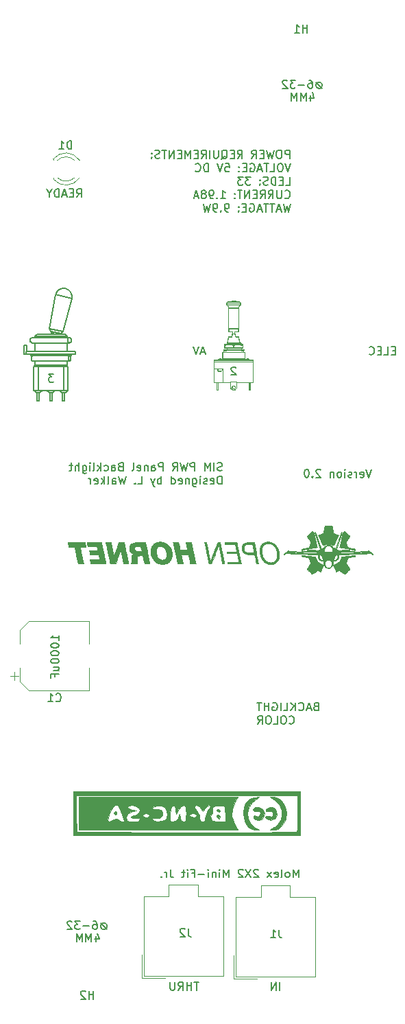
<source format=gbr>
%TF.GenerationSoftware,KiCad,Pcbnew,(5.1.6)-1*%
%TF.CreationDate,2020-12-18T20:13:03+11:00*%
%TF.ProjectId,SIM PWR PCB V2,53494d20-5057-4522-9050-43422056322e,rev?*%
%TF.SameCoordinates,Original*%
%TF.FileFunction,Legend,Bot*%
%TF.FilePolarity,Positive*%
%FSLAX46Y46*%
G04 Gerber Fmt 4.6, Leading zero omitted, Abs format (unit mm)*
G04 Created by KiCad (PCBNEW (5.1.6)-1) date 2020-12-18 20:13:03*
%MOMM*%
%LPD*%
G01*
G04 APERTURE LIST*
%ADD10C,0.150000*%
%ADD11C,0.010000*%
%ADD12C,0.120000*%
%ADD13C,0.200000*%
%ADD14C,0.100000*%
G04 APERTURE END LIST*
D10*
X135494452Y-123944571D02*
X135351595Y-123992190D01*
X135303976Y-124039809D01*
X135256357Y-124135047D01*
X135256357Y-124277904D01*
X135303976Y-124373142D01*
X135351595Y-124420761D01*
X135446833Y-124468380D01*
X135827785Y-124468380D01*
X135827785Y-123468380D01*
X135494452Y-123468380D01*
X135399214Y-123516000D01*
X135351595Y-123563619D01*
X135303976Y-123658857D01*
X135303976Y-123754095D01*
X135351595Y-123849333D01*
X135399214Y-123896952D01*
X135494452Y-123944571D01*
X135827785Y-123944571D01*
X134875404Y-124182666D02*
X134399214Y-124182666D01*
X134970642Y-124468380D02*
X134637309Y-123468380D01*
X134303976Y-124468380D01*
X133399214Y-124373142D02*
X133446833Y-124420761D01*
X133589690Y-124468380D01*
X133684928Y-124468380D01*
X133827785Y-124420761D01*
X133923023Y-124325523D01*
X133970642Y-124230285D01*
X134018261Y-124039809D01*
X134018261Y-123896952D01*
X133970642Y-123706476D01*
X133923023Y-123611238D01*
X133827785Y-123516000D01*
X133684928Y-123468380D01*
X133589690Y-123468380D01*
X133446833Y-123516000D01*
X133399214Y-123563619D01*
X132970642Y-124468380D02*
X132970642Y-123468380D01*
X132399214Y-124468380D02*
X132827785Y-123896952D01*
X132399214Y-123468380D02*
X132970642Y-124039809D01*
X131494452Y-124468380D02*
X131970642Y-124468380D01*
X131970642Y-123468380D01*
X131161119Y-124468380D02*
X131161119Y-123468380D01*
X130161119Y-123516000D02*
X130256357Y-123468380D01*
X130399214Y-123468380D01*
X130542071Y-123516000D01*
X130637309Y-123611238D01*
X130684928Y-123706476D01*
X130732547Y-123896952D01*
X130732547Y-124039809D01*
X130684928Y-124230285D01*
X130637309Y-124325523D01*
X130542071Y-124420761D01*
X130399214Y-124468380D01*
X130303976Y-124468380D01*
X130161119Y-124420761D01*
X130113500Y-124373142D01*
X130113500Y-124039809D01*
X130303976Y-124039809D01*
X129684928Y-124468380D02*
X129684928Y-123468380D01*
X129684928Y-123944571D02*
X129113500Y-123944571D01*
X129113500Y-124468380D02*
X129113500Y-123468380D01*
X128780166Y-123468380D02*
X128208738Y-123468380D01*
X128494452Y-124468380D02*
X128494452Y-123468380D01*
X132208738Y-126023142D02*
X132256357Y-126070761D01*
X132399214Y-126118380D01*
X132494452Y-126118380D01*
X132637309Y-126070761D01*
X132732547Y-125975523D01*
X132780166Y-125880285D01*
X132827785Y-125689809D01*
X132827785Y-125546952D01*
X132780166Y-125356476D01*
X132732547Y-125261238D01*
X132637309Y-125166000D01*
X132494452Y-125118380D01*
X132399214Y-125118380D01*
X132256357Y-125166000D01*
X132208738Y-125213619D01*
X131589690Y-125118380D02*
X131399214Y-125118380D01*
X131303976Y-125166000D01*
X131208738Y-125261238D01*
X131161119Y-125451714D01*
X131161119Y-125785047D01*
X131208738Y-125975523D01*
X131303976Y-126070761D01*
X131399214Y-126118380D01*
X131589690Y-126118380D01*
X131684928Y-126070761D01*
X131780166Y-125975523D01*
X131827785Y-125785047D01*
X131827785Y-125451714D01*
X131780166Y-125261238D01*
X131684928Y-125166000D01*
X131589690Y-125118380D01*
X130256357Y-126118380D02*
X130732547Y-126118380D01*
X130732547Y-125118380D01*
X129732547Y-125118380D02*
X129542071Y-125118380D01*
X129446833Y-125166000D01*
X129351595Y-125261238D01*
X129303976Y-125451714D01*
X129303976Y-125785047D01*
X129351595Y-125975523D01*
X129446833Y-126070761D01*
X129542071Y-126118380D01*
X129732547Y-126118380D01*
X129827785Y-126070761D01*
X129923023Y-125975523D01*
X129970642Y-125785047D01*
X129970642Y-125451714D01*
X129923023Y-125261238D01*
X129827785Y-125166000D01*
X129732547Y-125118380D01*
X128303976Y-126118380D02*
X128637309Y-125642190D01*
X128875404Y-126118380D02*
X128875404Y-125118380D01*
X128494452Y-125118380D01*
X128399214Y-125166000D01*
X128351595Y-125213619D01*
X128303976Y-125308857D01*
X128303976Y-125451714D01*
X128351595Y-125546952D01*
X128399214Y-125594571D01*
X128494452Y-125642190D01*
X128875404Y-125642190D01*
X142366476Y-94702380D02*
X142033142Y-95702380D01*
X141699809Y-94702380D01*
X140985523Y-95654761D02*
X141080761Y-95702380D01*
X141271238Y-95702380D01*
X141366476Y-95654761D01*
X141414095Y-95559523D01*
X141414095Y-95178571D01*
X141366476Y-95083333D01*
X141271238Y-95035714D01*
X141080761Y-95035714D01*
X140985523Y-95083333D01*
X140937904Y-95178571D01*
X140937904Y-95273809D01*
X141414095Y-95369047D01*
X140509333Y-95702380D02*
X140509333Y-95035714D01*
X140509333Y-95226190D02*
X140461714Y-95130952D01*
X140414095Y-95083333D01*
X140318857Y-95035714D01*
X140223619Y-95035714D01*
X139937904Y-95654761D02*
X139842666Y-95702380D01*
X139652190Y-95702380D01*
X139556952Y-95654761D01*
X139509333Y-95559523D01*
X139509333Y-95511904D01*
X139556952Y-95416666D01*
X139652190Y-95369047D01*
X139795047Y-95369047D01*
X139890285Y-95321428D01*
X139937904Y-95226190D01*
X139937904Y-95178571D01*
X139890285Y-95083333D01*
X139795047Y-95035714D01*
X139652190Y-95035714D01*
X139556952Y-95083333D01*
X139080761Y-95702380D02*
X139080761Y-95035714D01*
X139080761Y-94702380D02*
X139128380Y-94750000D01*
X139080761Y-94797619D01*
X139033142Y-94750000D01*
X139080761Y-94702380D01*
X139080761Y-94797619D01*
X138461714Y-95702380D02*
X138556952Y-95654761D01*
X138604571Y-95607142D01*
X138652190Y-95511904D01*
X138652190Y-95226190D01*
X138604571Y-95130952D01*
X138556952Y-95083333D01*
X138461714Y-95035714D01*
X138318857Y-95035714D01*
X138223619Y-95083333D01*
X138176000Y-95130952D01*
X138128380Y-95226190D01*
X138128380Y-95511904D01*
X138176000Y-95607142D01*
X138223619Y-95654761D01*
X138318857Y-95702380D01*
X138461714Y-95702380D01*
X137699809Y-95035714D02*
X137699809Y-95702380D01*
X137699809Y-95130952D02*
X137652190Y-95083333D01*
X137556952Y-95035714D01*
X137414095Y-95035714D01*
X137318857Y-95083333D01*
X137271238Y-95178571D01*
X137271238Y-95702380D01*
X136080761Y-94797619D02*
X136033142Y-94750000D01*
X135937904Y-94702380D01*
X135699809Y-94702380D01*
X135604571Y-94750000D01*
X135556952Y-94797619D01*
X135509333Y-94892857D01*
X135509333Y-94988095D01*
X135556952Y-95130952D01*
X136128380Y-95702380D01*
X135509333Y-95702380D01*
X135080761Y-95607142D02*
X135033142Y-95654761D01*
X135080761Y-95702380D01*
X135128380Y-95654761D01*
X135080761Y-95607142D01*
X135080761Y-95702380D01*
X134414095Y-94702380D02*
X134318857Y-94702380D01*
X134223619Y-94750000D01*
X134176000Y-94797619D01*
X134128380Y-94892857D01*
X134080761Y-95083333D01*
X134080761Y-95321428D01*
X134128380Y-95511904D01*
X134176000Y-95607142D01*
X134223619Y-95654761D01*
X134318857Y-95702380D01*
X134414095Y-95702380D01*
X134509333Y-95654761D01*
X134556952Y-95607142D01*
X134604571Y-95511904D01*
X134652190Y-95321428D01*
X134652190Y-95083333D01*
X134604571Y-94892857D01*
X134556952Y-94797619D01*
X134509333Y-94750000D01*
X134414095Y-94702380D01*
X123918023Y-94829761D02*
X123775166Y-94877380D01*
X123537071Y-94877380D01*
X123441833Y-94829761D01*
X123394214Y-94782142D01*
X123346595Y-94686904D01*
X123346595Y-94591666D01*
X123394214Y-94496428D01*
X123441833Y-94448809D01*
X123537071Y-94401190D01*
X123727547Y-94353571D01*
X123822785Y-94305952D01*
X123870404Y-94258333D01*
X123918023Y-94163095D01*
X123918023Y-94067857D01*
X123870404Y-93972619D01*
X123822785Y-93925000D01*
X123727547Y-93877380D01*
X123489452Y-93877380D01*
X123346595Y-93925000D01*
X122918023Y-94877380D02*
X122918023Y-93877380D01*
X122441833Y-94877380D02*
X122441833Y-93877380D01*
X122108500Y-94591666D01*
X121775166Y-93877380D01*
X121775166Y-94877380D01*
X120537071Y-94877380D02*
X120537071Y-93877380D01*
X120156119Y-93877380D01*
X120060880Y-93925000D01*
X120013261Y-93972619D01*
X119965642Y-94067857D01*
X119965642Y-94210714D01*
X120013261Y-94305952D01*
X120060880Y-94353571D01*
X120156119Y-94401190D01*
X120537071Y-94401190D01*
X119632309Y-93877380D02*
X119394214Y-94877380D01*
X119203738Y-94163095D01*
X119013261Y-94877380D01*
X118775166Y-93877380D01*
X117822785Y-94877380D02*
X118156119Y-94401190D01*
X118394214Y-94877380D02*
X118394214Y-93877380D01*
X118013261Y-93877380D01*
X117918023Y-93925000D01*
X117870404Y-93972619D01*
X117822785Y-94067857D01*
X117822785Y-94210714D01*
X117870404Y-94305952D01*
X117918023Y-94353571D01*
X118013261Y-94401190D01*
X118394214Y-94401190D01*
X116632309Y-94877380D02*
X116632309Y-93877380D01*
X116251357Y-93877380D01*
X116156119Y-93925000D01*
X116108500Y-93972619D01*
X116060880Y-94067857D01*
X116060880Y-94210714D01*
X116108500Y-94305952D01*
X116156119Y-94353571D01*
X116251357Y-94401190D01*
X116632309Y-94401190D01*
X115203738Y-94877380D02*
X115203738Y-94353571D01*
X115251357Y-94258333D01*
X115346595Y-94210714D01*
X115537071Y-94210714D01*
X115632309Y-94258333D01*
X115203738Y-94829761D02*
X115298976Y-94877380D01*
X115537071Y-94877380D01*
X115632309Y-94829761D01*
X115679928Y-94734523D01*
X115679928Y-94639285D01*
X115632309Y-94544047D01*
X115537071Y-94496428D01*
X115298976Y-94496428D01*
X115203738Y-94448809D01*
X114727547Y-94210714D02*
X114727547Y-94877380D01*
X114727547Y-94305952D02*
X114679928Y-94258333D01*
X114584690Y-94210714D01*
X114441833Y-94210714D01*
X114346595Y-94258333D01*
X114298976Y-94353571D01*
X114298976Y-94877380D01*
X113441833Y-94829761D02*
X113537071Y-94877380D01*
X113727547Y-94877380D01*
X113822785Y-94829761D01*
X113870404Y-94734523D01*
X113870404Y-94353571D01*
X113822785Y-94258333D01*
X113727547Y-94210714D01*
X113537071Y-94210714D01*
X113441833Y-94258333D01*
X113394214Y-94353571D01*
X113394214Y-94448809D01*
X113870404Y-94544047D01*
X112822785Y-94877380D02*
X112918023Y-94829761D01*
X112965642Y-94734523D01*
X112965642Y-93877380D01*
X111346595Y-94353571D02*
X111203738Y-94401190D01*
X111156119Y-94448809D01*
X111108500Y-94544047D01*
X111108500Y-94686904D01*
X111156119Y-94782142D01*
X111203738Y-94829761D01*
X111298976Y-94877380D01*
X111679928Y-94877380D01*
X111679928Y-93877380D01*
X111346595Y-93877380D01*
X111251357Y-93925000D01*
X111203738Y-93972619D01*
X111156119Y-94067857D01*
X111156119Y-94163095D01*
X111203738Y-94258333D01*
X111251357Y-94305952D01*
X111346595Y-94353571D01*
X111679928Y-94353571D01*
X110251357Y-94877380D02*
X110251357Y-94353571D01*
X110298976Y-94258333D01*
X110394214Y-94210714D01*
X110584690Y-94210714D01*
X110679928Y-94258333D01*
X110251357Y-94829761D02*
X110346595Y-94877380D01*
X110584690Y-94877380D01*
X110679928Y-94829761D01*
X110727547Y-94734523D01*
X110727547Y-94639285D01*
X110679928Y-94544047D01*
X110584690Y-94496428D01*
X110346595Y-94496428D01*
X110251357Y-94448809D01*
X109346595Y-94829761D02*
X109441833Y-94877380D01*
X109632309Y-94877380D01*
X109727547Y-94829761D01*
X109775166Y-94782142D01*
X109822785Y-94686904D01*
X109822785Y-94401190D01*
X109775166Y-94305952D01*
X109727547Y-94258333D01*
X109632309Y-94210714D01*
X109441833Y-94210714D01*
X109346595Y-94258333D01*
X108918023Y-94877380D02*
X108918023Y-93877380D01*
X108822785Y-94496428D02*
X108537071Y-94877380D01*
X108537071Y-94210714D02*
X108918023Y-94591666D01*
X107965642Y-94877380D02*
X108060880Y-94829761D01*
X108108500Y-94734523D01*
X108108500Y-93877380D01*
X107584690Y-94877380D02*
X107584690Y-94210714D01*
X107584690Y-93877380D02*
X107632309Y-93925000D01*
X107584690Y-93972619D01*
X107537071Y-93925000D01*
X107584690Y-93877380D01*
X107584690Y-93972619D01*
X106679928Y-94210714D02*
X106679928Y-95020238D01*
X106727547Y-95115476D01*
X106775166Y-95163095D01*
X106870404Y-95210714D01*
X107013261Y-95210714D01*
X107108500Y-95163095D01*
X106679928Y-94829761D02*
X106775166Y-94877380D01*
X106965642Y-94877380D01*
X107060880Y-94829761D01*
X107108500Y-94782142D01*
X107156119Y-94686904D01*
X107156119Y-94401190D01*
X107108500Y-94305952D01*
X107060880Y-94258333D01*
X106965642Y-94210714D01*
X106775166Y-94210714D01*
X106679928Y-94258333D01*
X106203738Y-94877380D02*
X106203738Y-93877380D01*
X105775166Y-94877380D02*
X105775166Y-94353571D01*
X105822785Y-94258333D01*
X105918023Y-94210714D01*
X106060880Y-94210714D01*
X106156119Y-94258333D01*
X106203738Y-94305952D01*
X105441833Y-94210714D02*
X105060880Y-94210714D01*
X105298976Y-93877380D02*
X105298976Y-94734523D01*
X105251357Y-94829761D01*
X105156119Y-94877380D01*
X105060880Y-94877380D01*
X123870404Y-96527380D02*
X123870404Y-95527380D01*
X123632309Y-95527380D01*
X123489452Y-95575000D01*
X123394214Y-95670238D01*
X123346595Y-95765476D01*
X123298976Y-95955952D01*
X123298976Y-96098809D01*
X123346595Y-96289285D01*
X123394214Y-96384523D01*
X123489452Y-96479761D01*
X123632309Y-96527380D01*
X123870404Y-96527380D01*
X122489452Y-96479761D02*
X122584690Y-96527380D01*
X122775166Y-96527380D01*
X122870404Y-96479761D01*
X122918023Y-96384523D01*
X122918023Y-96003571D01*
X122870404Y-95908333D01*
X122775166Y-95860714D01*
X122584690Y-95860714D01*
X122489452Y-95908333D01*
X122441833Y-96003571D01*
X122441833Y-96098809D01*
X122918023Y-96194047D01*
X122060880Y-96479761D02*
X121965642Y-96527380D01*
X121775166Y-96527380D01*
X121679928Y-96479761D01*
X121632309Y-96384523D01*
X121632309Y-96336904D01*
X121679928Y-96241666D01*
X121775166Y-96194047D01*
X121918023Y-96194047D01*
X122013261Y-96146428D01*
X122060880Y-96051190D01*
X122060880Y-96003571D01*
X122013261Y-95908333D01*
X121918023Y-95860714D01*
X121775166Y-95860714D01*
X121679928Y-95908333D01*
X121203738Y-96527380D02*
X121203738Y-95860714D01*
X121203738Y-95527380D02*
X121251357Y-95575000D01*
X121203738Y-95622619D01*
X121156119Y-95575000D01*
X121203738Y-95527380D01*
X121203738Y-95622619D01*
X120298976Y-95860714D02*
X120298976Y-96670238D01*
X120346595Y-96765476D01*
X120394214Y-96813095D01*
X120489452Y-96860714D01*
X120632309Y-96860714D01*
X120727547Y-96813095D01*
X120298976Y-96479761D02*
X120394214Y-96527380D01*
X120584690Y-96527380D01*
X120679928Y-96479761D01*
X120727547Y-96432142D01*
X120775166Y-96336904D01*
X120775166Y-96051190D01*
X120727547Y-95955952D01*
X120679928Y-95908333D01*
X120584690Y-95860714D01*
X120394214Y-95860714D01*
X120298976Y-95908333D01*
X119822785Y-95860714D02*
X119822785Y-96527380D01*
X119822785Y-95955952D02*
X119775166Y-95908333D01*
X119679928Y-95860714D01*
X119537071Y-95860714D01*
X119441833Y-95908333D01*
X119394214Y-96003571D01*
X119394214Y-96527380D01*
X118537071Y-96479761D02*
X118632309Y-96527380D01*
X118822785Y-96527380D01*
X118918023Y-96479761D01*
X118965642Y-96384523D01*
X118965642Y-96003571D01*
X118918023Y-95908333D01*
X118822785Y-95860714D01*
X118632309Y-95860714D01*
X118537071Y-95908333D01*
X118489452Y-96003571D01*
X118489452Y-96098809D01*
X118965642Y-96194047D01*
X117632309Y-96527380D02*
X117632309Y-95527380D01*
X117632309Y-96479761D02*
X117727547Y-96527380D01*
X117918023Y-96527380D01*
X118013261Y-96479761D01*
X118060880Y-96432142D01*
X118108500Y-96336904D01*
X118108500Y-96051190D01*
X118060880Y-95955952D01*
X118013261Y-95908333D01*
X117918023Y-95860714D01*
X117727547Y-95860714D01*
X117632309Y-95908333D01*
X116394214Y-96527380D02*
X116394214Y-95527380D01*
X116394214Y-95908333D02*
X116298976Y-95860714D01*
X116108500Y-95860714D01*
X116013261Y-95908333D01*
X115965642Y-95955952D01*
X115918023Y-96051190D01*
X115918023Y-96336904D01*
X115965642Y-96432142D01*
X116013261Y-96479761D01*
X116108500Y-96527380D01*
X116298976Y-96527380D01*
X116394214Y-96479761D01*
X115584690Y-95860714D02*
X115346595Y-96527380D01*
X115108500Y-95860714D02*
X115346595Y-96527380D01*
X115441833Y-96765476D01*
X115489452Y-96813095D01*
X115584690Y-96860714D01*
X113489452Y-96527380D02*
X113965642Y-96527380D01*
X113965642Y-95527380D01*
X113156119Y-96432142D02*
X113108500Y-96479761D01*
X113156119Y-96527380D01*
X113203738Y-96479761D01*
X113156119Y-96432142D01*
X113156119Y-96527380D01*
X112013261Y-95527380D02*
X111775166Y-96527380D01*
X111584690Y-95813095D01*
X111394214Y-96527380D01*
X111156119Y-95527380D01*
X110346595Y-96527380D02*
X110346595Y-96003571D01*
X110394214Y-95908333D01*
X110489452Y-95860714D01*
X110679928Y-95860714D01*
X110775166Y-95908333D01*
X110346595Y-96479761D02*
X110441833Y-96527380D01*
X110679928Y-96527380D01*
X110775166Y-96479761D01*
X110822785Y-96384523D01*
X110822785Y-96289285D01*
X110775166Y-96194047D01*
X110679928Y-96146428D01*
X110441833Y-96146428D01*
X110346595Y-96098809D01*
X109727547Y-96527380D02*
X109822785Y-96479761D01*
X109870404Y-96384523D01*
X109870404Y-95527380D01*
X109346595Y-96527380D02*
X109346595Y-95527380D01*
X109251357Y-96146428D02*
X108965642Y-96527380D01*
X108965642Y-95860714D02*
X109346595Y-96241666D01*
X108156119Y-96479761D02*
X108251357Y-96527380D01*
X108441833Y-96527380D01*
X108537071Y-96479761D01*
X108584690Y-96384523D01*
X108584690Y-96003571D01*
X108537071Y-95908333D01*
X108441833Y-95860714D01*
X108251357Y-95860714D01*
X108156119Y-95908333D01*
X108108500Y-96003571D01*
X108108500Y-96098809D01*
X108584690Y-96194047D01*
X107679928Y-96527380D02*
X107679928Y-95860714D01*
X107679928Y-96051190D02*
X107632309Y-95955952D01*
X107584690Y-95908333D01*
X107489452Y-95860714D01*
X107394214Y-95860714D01*
X132252404Y-56334380D02*
X132252404Y-55334380D01*
X131871452Y-55334380D01*
X131776214Y-55382000D01*
X131728595Y-55429619D01*
X131680976Y-55524857D01*
X131680976Y-55667714D01*
X131728595Y-55762952D01*
X131776214Y-55810571D01*
X131871452Y-55858190D01*
X132252404Y-55858190D01*
X131061928Y-55334380D02*
X130871452Y-55334380D01*
X130776214Y-55382000D01*
X130680976Y-55477238D01*
X130633357Y-55667714D01*
X130633357Y-56001047D01*
X130680976Y-56191523D01*
X130776214Y-56286761D01*
X130871452Y-56334380D01*
X131061928Y-56334380D01*
X131157166Y-56286761D01*
X131252404Y-56191523D01*
X131300023Y-56001047D01*
X131300023Y-55667714D01*
X131252404Y-55477238D01*
X131157166Y-55382000D01*
X131061928Y-55334380D01*
X130300023Y-55334380D02*
X130061928Y-56334380D01*
X129871452Y-55620095D01*
X129680976Y-56334380D01*
X129442880Y-55334380D01*
X129061928Y-55810571D02*
X128728595Y-55810571D01*
X128585738Y-56334380D02*
X129061928Y-56334380D01*
X129061928Y-55334380D01*
X128585738Y-55334380D01*
X127585738Y-56334380D02*
X127919071Y-55858190D01*
X128157166Y-56334380D02*
X128157166Y-55334380D01*
X127776214Y-55334380D01*
X127680976Y-55382000D01*
X127633357Y-55429619D01*
X127585738Y-55524857D01*
X127585738Y-55667714D01*
X127633357Y-55762952D01*
X127680976Y-55810571D01*
X127776214Y-55858190D01*
X128157166Y-55858190D01*
X125823833Y-56334380D02*
X126157166Y-55858190D01*
X126395261Y-56334380D02*
X126395261Y-55334380D01*
X126014309Y-55334380D01*
X125919071Y-55382000D01*
X125871452Y-55429619D01*
X125823833Y-55524857D01*
X125823833Y-55667714D01*
X125871452Y-55762952D01*
X125919071Y-55810571D01*
X126014309Y-55858190D01*
X126395261Y-55858190D01*
X125395261Y-55810571D02*
X125061928Y-55810571D01*
X124919071Y-56334380D02*
X125395261Y-56334380D01*
X125395261Y-55334380D01*
X124919071Y-55334380D01*
X123823833Y-56429619D02*
X123919071Y-56382000D01*
X124014309Y-56286761D01*
X124157166Y-56143904D01*
X124252404Y-56096285D01*
X124347642Y-56096285D01*
X124300023Y-56334380D02*
X124395261Y-56286761D01*
X124490500Y-56191523D01*
X124538119Y-56001047D01*
X124538119Y-55667714D01*
X124490500Y-55477238D01*
X124395261Y-55382000D01*
X124300023Y-55334380D01*
X124109547Y-55334380D01*
X124014309Y-55382000D01*
X123919071Y-55477238D01*
X123871452Y-55667714D01*
X123871452Y-56001047D01*
X123919071Y-56191523D01*
X124014309Y-56286761D01*
X124109547Y-56334380D01*
X124300023Y-56334380D01*
X123442880Y-55334380D02*
X123442880Y-56143904D01*
X123395261Y-56239142D01*
X123347642Y-56286761D01*
X123252404Y-56334380D01*
X123061928Y-56334380D01*
X122966690Y-56286761D01*
X122919071Y-56239142D01*
X122871452Y-56143904D01*
X122871452Y-55334380D01*
X122395261Y-56334380D02*
X122395261Y-55334380D01*
X121347642Y-56334380D02*
X121680976Y-55858190D01*
X121919071Y-56334380D02*
X121919071Y-55334380D01*
X121538119Y-55334380D01*
X121442880Y-55382000D01*
X121395261Y-55429619D01*
X121347642Y-55524857D01*
X121347642Y-55667714D01*
X121395261Y-55762952D01*
X121442880Y-55810571D01*
X121538119Y-55858190D01*
X121919071Y-55858190D01*
X120919071Y-55810571D02*
X120585738Y-55810571D01*
X120442880Y-56334380D02*
X120919071Y-56334380D01*
X120919071Y-55334380D01*
X120442880Y-55334380D01*
X120014309Y-56334380D02*
X120014309Y-55334380D01*
X119680976Y-56048666D01*
X119347642Y-55334380D01*
X119347642Y-56334380D01*
X118871452Y-55810571D02*
X118538119Y-55810571D01*
X118395261Y-56334380D02*
X118871452Y-56334380D01*
X118871452Y-55334380D01*
X118395261Y-55334380D01*
X117966690Y-56334380D02*
X117966690Y-55334380D01*
X117395261Y-56334380D01*
X117395261Y-55334380D01*
X117061928Y-55334380D02*
X116490500Y-55334380D01*
X116776214Y-56334380D02*
X116776214Y-55334380D01*
X116204785Y-56286761D02*
X116061928Y-56334380D01*
X115823833Y-56334380D01*
X115728595Y-56286761D01*
X115680976Y-56239142D01*
X115633357Y-56143904D01*
X115633357Y-56048666D01*
X115680976Y-55953428D01*
X115728595Y-55905809D01*
X115823833Y-55858190D01*
X116014309Y-55810571D01*
X116109547Y-55762952D01*
X116157166Y-55715333D01*
X116204785Y-55620095D01*
X116204785Y-55524857D01*
X116157166Y-55429619D01*
X116109547Y-55382000D01*
X116014309Y-55334380D01*
X115776214Y-55334380D01*
X115633357Y-55382000D01*
X115204785Y-56239142D02*
X115157166Y-56286761D01*
X115204785Y-56334380D01*
X115252404Y-56286761D01*
X115204785Y-56239142D01*
X115204785Y-56334380D01*
X115204785Y-55715333D02*
X115157166Y-55762952D01*
X115204785Y-55810571D01*
X115252404Y-55762952D01*
X115204785Y-55715333D01*
X115204785Y-55810571D01*
X132395261Y-56984380D02*
X132061928Y-57984380D01*
X131728595Y-56984380D01*
X131204785Y-56984380D02*
X131014309Y-56984380D01*
X130919071Y-57032000D01*
X130823833Y-57127238D01*
X130776214Y-57317714D01*
X130776214Y-57651047D01*
X130823833Y-57841523D01*
X130919071Y-57936761D01*
X131014309Y-57984380D01*
X131204785Y-57984380D01*
X131300023Y-57936761D01*
X131395261Y-57841523D01*
X131442880Y-57651047D01*
X131442880Y-57317714D01*
X131395261Y-57127238D01*
X131300023Y-57032000D01*
X131204785Y-56984380D01*
X129871452Y-57984380D02*
X130347642Y-57984380D01*
X130347642Y-56984380D01*
X129680976Y-56984380D02*
X129109547Y-56984380D01*
X129395261Y-57984380D02*
X129395261Y-56984380D01*
X128823833Y-57698666D02*
X128347642Y-57698666D01*
X128919071Y-57984380D02*
X128585738Y-56984380D01*
X128252404Y-57984380D01*
X127395261Y-57032000D02*
X127490500Y-56984380D01*
X127633357Y-56984380D01*
X127776214Y-57032000D01*
X127871452Y-57127238D01*
X127919071Y-57222476D01*
X127966690Y-57412952D01*
X127966690Y-57555809D01*
X127919071Y-57746285D01*
X127871452Y-57841523D01*
X127776214Y-57936761D01*
X127633357Y-57984380D01*
X127538119Y-57984380D01*
X127395261Y-57936761D01*
X127347642Y-57889142D01*
X127347642Y-57555809D01*
X127538119Y-57555809D01*
X126919071Y-57460571D02*
X126585738Y-57460571D01*
X126442880Y-57984380D02*
X126919071Y-57984380D01*
X126919071Y-56984380D01*
X126442880Y-56984380D01*
X126014309Y-57889142D02*
X125966690Y-57936761D01*
X126014309Y-57984380D01*
X126061928Y-57936761D01*
X126014309Y-57889142D01*
X126014309Y-57984380D01*
X126014309Y-57365333D02*
X125966690Y-57412952D01*
X126014309Y-57460571D01*
X126061928Y-57412952D01*
X126014309Y-57365333D01*
X126014309Y-57460571D01*
X124300023Y-56984380D02*
X124776214Y-56984380D01*
X124823833Y-57460571D01*
X124776214Y-57412952D01*
X124680976Y-57365333D01*
X124442880Y-57365333D01*
X124347642Y-57412952D01*
X124300023Y-57460571D01*
X124252404Y-57555809D01*
X124252404Y-57793904D01*
X124300023Y-57889142D01*
X124347642Y-57936761D01*
X124442880Y-57984380D01*
X124680976Y-57984380D01*
X124776214Y-57936761D01*
X124823833Y-57889142D01*
X123966690Y-56984380D02*
X123633357Y-57984380D01*
X123300023Y-56984380D01*
X122204785Y-57984380D02*
X122204785Y-56984380D01*
X121966690Y-56984380D01*
X121823833Y-57032000D01*
X121728595Y-57127238D01*
X121680976Y-57222476D01*
X121633357Y-57412952D01*
X121633357Y-57555809D01*
X121680976Y-57746285D01*
X121728595Y-57841523D01*
X121823833Y-57936761D01*
X121966690Y-57984380D01*
X122204785Y-57984380D01*
X120633357Y-57889142D02*
X120680976Y-57936761D01*
X120823833Y-57984380D01*
X120919071Y-57984380D01*
X121061928Y-57936761D01*
X121157166Y-57841523D01*
X121204785Y-57746285D01*
X121252404Y-57555809D01*
X121252404Y-57412952D01*
X121204785Y-57222476D01*
X121157166Y-57127238D01*
X121061928Y-57032000D01*
X120919071Y-56984380D01*
X120823833Y-56984380D01*
X120680976Y-57032000D01*
X120633357Y-57079619D01*
X131776214Y-59634380D02*
X132252404Y-59634380D01*
X132252404Y-58634380D01*
X131442880Y-59110571D02*
X131109547Y-59110571D01*
X130966690Y-59634380D02*
X131442880Y-59634380D01*
X131442880Y-58634380D01*
X130966690Y-58634380D01*
X130538119Y-59634380D02*
X130538119Y-58634380D01*
X130300023Y-58634380D01*
X130157166Y-58682000D01*
X130061928Y-58777238D01*
X130014309Y-58872476D01*
X129966690Y-59062952D01*
X129966690Y-59205809D01*
X130014309Y-59396285D01*
X130061928Y-59491523D01*
X130157166Y-59586761D01*
X130300023Y-59634380D01*
X130538119Y-59634380D01*
X129585738Y-59586761D02*
X129442880Y-59634380D01*
X129204785Y-59634380D01*
X129109547Y-59586761D01*
X129061928Y-59539142D01*
X129014309Y-59443904D01*
X129014309Y-59348666D01*
X129061928Y-59253428D01*
X129109547Y-59205809D01*
X129204785Y-59158190D01*
X129395261Y-59110571D01*
X129490500Y-59062952D01*
X129538119Y-59015333D01*
X129585738Y-58920095D01*
X129585738Y-58824857D01*
X129538119Y-58729619D01*
X129490500Y-58682000D01*
X129395261Y-58634380D01*
X129157166Y-58634380D01*
X129014309Y-58682000D01*
X128585738Y-59539142D02*
X128538119Y-59586761D01*
X128585738Y-59634380D01*
X128633357Y-59586761D01*
X128585738Y-59539142D01*
X128585738Y-59634380D01*
X128585738Y-59015333D02*
X128538119Y-59062952D01*
X128585738Y-59110571D01*
X128633357Y-59062952D01*
X128585738Y-59015333D01*
X128585738Y-59110571D01*
X127442880Y-58634380D02*
X126823833Y-58634380D01*
X127157166Y-59015333D01*
X127014309Y-59015333D01*
X126919071Y-59062952D01*
X126871452Y-59110571D01*
X126823833Y-59205809D01*
X126823833Y-59443904D01*
X126871452Y-59539142D01*
X126919071Y-59586761D01*
X127014309Y-59634380D01*
X127300023Y-59634380D01*
X127395261Y-59586761D01*
X127442880Y-59539142D01*
X126490500Y-58634380D02*
X125871452Y-58634380D01*
X126204785Y-59015333D01*
X126061928Y-59015333D01*
X125966690Y-59062952D01*
X125919071Y-59110571D01*
X125871452Y-59205809D01*
X125871452Y-59443904D01*
X125919071Y-59539142D01*
X125966690Y-59586761D01*
X126061928Y-59634380D01*
X126347642Y-59634380D01*
X126442880Y-59586761D01*
X126490500Y-59539142D01*
X131680976Y-61189142D02*
X131728595Y-61236761D01*
X131871452Y-61284380D01*
X131966690Y-61284380D01*
X132109547Y-61236761D01*
X132204785Y-61141523D01*
X132252404Y-61046285D01*
X132300023Y-60855809D01*
X132300023Y-60712952D01*
X132252404Y-60522476D01*
X132204785Y-60427238D01*
X132109547Y-60332000D01*
X131966690Y-60284380D01*
X131871452Y-60284380D01*
X131728595Y-60332000D01*
X131680976Y-60379619D01*
X131252404Y-60284380D02*
X131252404Y-61093904D01*
X131204785Y-61189142D01*
X131157166Y-61236761D01*
X131061928Y-61284380D01*
X130871452Y-61284380D01*
X130776214Y-61236761D01*
X130728595Y-61189142D01*
X130680976Y-61093904D01*
X130680976Y-60284380D01*
X129633357Y-61284380D02*
X129966690Y-60808190D01*
X130204785Y-61284380D02*
X130204785Y-60284380D01*
X129823833Y-60284380D01*
X129728595Y-60332000D01*
X129680976Y-60379619D01*
X129633357Y-60474857D01*
X129633357Y-60617714D01*
X129680976Y-60712952D01*
X129728595Y-60760571D01*
X129823833Y-60808190D01*
X130204785Y-60808190D01*
X128633357Y-61284380D02*
X128966690Y-60808190D01*
X129204785Y-61284380D02*
X129204785Y-60284380D01*
X128823833Y-60284380D01*
X128728595Y-60332000D01*
X128680976Y-60379619D01*
X128633357Y-60474857D01*
X128633357Y-60617714D01*
X128680976Y-60712952D01*
X128728595Y-60760571D01*
X128823833Y-60808190D01*
X129204785Y-60808190D01*
X128204785Y-60760571D02*
X127871452Y-60760571D01*
X127728595Y-61284380D02*
X128204785Y-61284380D01*
X128204785Y-60284380D01*
X127728595Y-60284380D01*
X127300023Y-61284380D02*
X127300023Y-60284380D01*
X126728595Y-61284380D01*
X126728595Y-60284380D01*
X126395261Y-60284380D02*
X125823833Y-60284380D01*
X126109547Y-61284380D02*
X126109547Y-60284380D01*
X125490500Y-61189142D02*
X125442880Y-61236761D01*
X125490500Y-61284380D01*
X125538119Y-61236761D01*
X125490500Y-61189142D01*
X125490500Y-61284380D01*
X125490500Y-60665333D02*
X125442880Y-60712952D01*
X125490500Y-60760571D01*
X125538119Y-60712952D01*
X125490500Y-60665333D01*
X125490500Y-60760571D01*
X123728595Y-61284380D02*
X124300023Y-61284380D01*
X124014309Y-61284380D02*
X124014309Y-60284380D01*
X124109547Y-60427238D01*
X124204785Y-60522476D01*
X124300023Y-60570095D01*
X123300023Y-61189142D02*
X123252404Y-61236761D01*
X123300023Y-61284380D01*
X123347642Y-61236761D01*
X123300023Y-61189142D01*
X123300023Y-61284380D01*
X122776214Y-61284380D02*
X122585738Y-61284380D01*
X122490500Y-61236761D01*
X122442880Y-61189142D01*
X122347642Y-61046285D01*
X122300023Y-60855809D01*
X122300023Y-60474857D01*
X122347642Y-60379619D01*
X122395261Y-60332000D01*
X122490500Y-60284380D01*
X122680976Y-60284380D01*
X122776214Y-60332000D01*
X122823833Y-60379619D01*
X122871452Y-60474857D01*
X122871452Y-60712952D01*
X122823833Y-60808190D01*
X122776214Y-60855809D01*
X122680976Y-60903428D01*
X122490500Y-60903428D01*
X122395261Y-60855809D01*
X122347642Y-60808190D01*
X122300023Y-60712952D01*
X121728595Y-60712952D02*
X121823833Y-60665333D01*
X121871452Y-60617714D01*
X121919071Y-60522476D01*
X121919071Y-60474857D01*
X121871452Y-60379619D01*
X121823833Y-60332000D01*
X121728595Y-60284380D01*
X121538119Y-60284380D01*
X121442880Y-60332000D01*
X121395261Y-60379619D01*
X121347642Y-60474857D01*
X121347642Y-60522476D01*
X121395261Y-60617714D01*
X121442880Y-60665333D01*
X121538119Y-60712952D01*
X121728595Y-60712952D01*
X121823833Y-60760571D01*
X121871452Y-60808190D01*
X121919071Y-60903428D01*
X121919071Y-61093904D01*
X121871452Y-61189142D01*
X121823833Y-61236761D01*
X121728595Y-61284380D01*
X121538119Y-61284380D01*
X121442880Y-61236761D01*
X121395261Y-61189142D01*
X121347642Y-61093904D01*
X121347642Y-60903428D01*
X121395261Y-60808190D01*
X121442880Y-60760571D01*
X121538119Y-60712952D01*
X120966690Y-60998666D02*
X120490500Y-60998666D01*
X121061928Y-61284380D02*
X120728595Y-60284380D01*
X120395261Y-61284380D01*
X132347642Y-61934380D02*
X132109547Y-62934380D01*
X131919071Y-62220095D01*
X131728595Y-62934380D01*
X131490500Y-61934380D01*
X131157166Y-62648666D02*
X130680976Y-62648666D01*
X131252404Y-62934380D02*
X130919071Y-61934380D01*
X130585738Y-62934380D01*
X130395261Y-61934380D02*
X129823833Y-61934380D01*
X130109547Y-62934380D02*
X130109547Y-61934380D01*
X129633357Y-61934380D02*
X129061928Y-61934380D01*
X129347642Y-62934380D02*
X129347642Y-61934380D01*
X128776214Y-62648666D02*
X128300023Y-62648666D01*
X128871452Y-62934380D02*
X128538119Y-61934380D01*
X128204785Y-62934380D01*
X127347642Y-61982000D02*
X127442880Y-61934380D01*
X127585738Y-61934380D01*
X127728595Y-61982000D01*
X127823833Y-62077238D01*
X127871452Y-62172476D01*
X127919071Y-62362952D01*
X127919071Y-62505809D01*
X127871452Y-62696285D01*
X127823833Y-62791523D01*
X127728595Y-62886761D01*
X127585738Y-62934380D01*
X127490500Y-62934380D01*
X127347642Y-62886761D01*
X127300023Y-62839142D01*
X127300023Y-62505809D01*
X127490500Y-62505809D01*
X126871452Y-62410571D02*
X126538119Y-62410571D01*
X126395261Y-62934380D02*
X126871452Y-62934380D01*
X126871452Y-61934380D01*
X126395261Y-61934380D01*
X125966690Y-62839142D02*
X125919071Y-62886761D01*
X125966690Y-62934380D01*
X126014309Y-62886761D01*
X125966690Y-62839142D01*
X125966690Y-62934380D01*
X125966690Y-62315333D02*
X125919071Y-62362952D01*
X125966690Y-62410571D01*
X126014309Y-62362952D01*
X125966690Y-62315333D01*
X125966690Y-62410571D01*
X124680976Y-62934380D02*
X124490500Y-62934380D01*
X124395261Y-62886761D01*
X124347642Y-62839142D01*
X124252404Y-62696285D01*
X124204785Y-62505809D01*
X124204785Y-62124857D01*
X124252404Y-62029619D01*
X124300023Y-61982000D01*
X124395261Y-61934380D01*
X124585738Y-61934380D01*
X124680976Y-61982000D01*
X124728595Y-62029619D01*
X124776214Y-62124857D01*
X124776214Y-62362952D01*
X124728595Y-62458190D01*
X124680976Y-62505809D01*
X124585738Y-62553428D01*
X124395261Y-62553428D01*
X124300023Y-62505809D01*
X124252404Y-62458190D01*
X124204785Y-62362952D01*
X123776214Y-62839142D02*
X123728595Y-62886761D01*
X123776214Y-62934380D01*
X123823833Y-62886761D01*
X123776214Y-62839142D01*
X123776214Y-62934380D01*
X123252404Y-62934380D02*
X123061928Y-62934380D01*
X122966690Y-62886761D01*
X122919071Y-62839142D01*
X122823833Y-62696285D01*
X122776214Y-62505809D01*
X122776214Y-62124857D01*
X122823833Y-62029619D01*
X122871452Y-61982000D01*
X122966690Y-61934380D01*
X123157166Y-61934380D01*
X123252404Y-61982000D01*
X123300023Y-62029619D01*
X123347642Y-62124857D01*
X123347642Y-62362952D01*
X123300023Y-62458190D01*
X123252404Y-62505809D01*
X123157166Y-62553428D01*
X122966690Y-62553428D01*
X122871452Y-62505809D01*
X122823833Y-62458190D01*
X122776214Y-62362952D01*
X122442880Y-61934380D02*
X122204785Y-62934380D01*
X122014309Y-62220095D01*
X121823833Y-62934380D01*
X121585738Y-61934380D01*
X103754180Y-115781390D02*
X103754180Y-115209961D01*
X103754180Y-115495676D02*
X102754180Y-115495676D01*
X102897038Y-115400438D01*
X102992276Y-115305200D01*
X103039895Y-115209961D01*
X102754180Y-116400438D02*
X102754180Y-116495676D01*
X102801800Y-116590914D01*
X102849419Y-116638533D01*
X102944657Y-116686152D01*
X103135133Y-116733771D01*
X103373228Y-116733771D01*
X103563704Y-116686152D01*
X103658942Y-116638533D01*
X103706561Y-116590914D01*
X103754180Y-116495676D01*
X103754180Y-116400438D01*
X103706561Y-116305200D01*
X103658942Y-116257580D01*
X103563704Y-116209961D01*
X103373228Y-116162342D01*
X103135133Y-116162342D01*
X102944657Y-116209961D01*
X102849419Y-116257580D01*
X102801800Y-116305200D01*
X102754180Y-116400438D01*
X102754180Y-117352819D02*
X102754180Y-117448057D01*
X102801800Y-117543295D01*
X102849419Y-117590914D01*
X102944657Y-117638533D01*
X103135133Y-117686152D01*
X103373228Y-117686152D01*
X103563704Y-117638533D01*
X103658942Y-117590914D01*
X103706561Y-117543295D01*
X103754180Y-117448057D01*
X103754180Y-117352819D01*
X103706561Y-117257580D01*
X103658942Y-117209961D01*
X103563704Y-117162342D01*
X103373228Y-117114723D01*
X103135133Y-117114723D01*
X102944657Y-117162342D01*
X102849419Y-117209961D01*
X102801800Y-117257580D01*
X102754180Y-117352819D01*
X102754180Y-118305200D02*
X102754180Y-118400438D01*
X102801800Y-118495676D01*
X102849419Y-118543295D01*
X102944657Y-118590914D01*
X103135133Y-118638533D01*
X103373228Y-118638533D01*
X103563704Y-118590914D01*
X103658942Y-118543295D01*
X103706561Y-118495676D01*
X103754180Y-118400438D01*
X103754180Y-118305200D01*
X103706561Y-118209961D01*
X103658942Y-118162342D01*
X103563704Y-118114723D01*
X103373228Y-118067104D01*
X103135133Y-118067104D01*
X102944657Y-118114723D01*
X102849419Y-118162342D01*
X102801800Y-118209961D01*
X102754180Y-118305200D01*
X103087514Y-119495676D02*
X103754180Y-119495676D01*
X103087514Y-119067104D02*
X103611323Y-119067104D01*
X103706561Y-119114723D01*
X103754180Y-119209961D01*
X103754180Y-119352819D01*
X103706561Y-119448057D01*
X103658942Y-119495676D01*
X103230371Y-120305200D02*
X103230371Y-119971866D01*
X103754180Y-119971866D02*
X102754180Y-119971866D01*
X102754180Y-120448057D01*
X103101733Y-82942180D02*
X102482685Y-82942180D01*
X102816019Y-83323133D01*
X102673161Y-83323133D01*
X102577923Y-83370752D01*
X102530304Y-83418371D01*
X102482685Y-83513609D01*
X102482685Y-83751704D01*
X102530304Y-83846942D01*
X102577923Y-83894561D01*
X102673161Y-83942180D01*
X102958876Y-83942180D01*
X103054114Y-83894561D01*
X103101733Y-83846942D01*
X145284628Y-80040171D02*
X144951295Y-80040171D01*
X144808438Y-80563980D02*
X145284628Y-80563980D01*
X145284628Y-79563980D01*
X144808438Y-79563980D01*
X143903676Y-80563980D02*
X144379866Y-80563980D01*
X144379866Y-79563980D01*
X143570342Y-80040171D02*
X143237009Y-80040171D01*
X143094152Y-80563980D02*
X143570342Y-80563980D01*
X143570342Y-79563980D01*
X143094152Y-79563980D01*
X142094152Y-80468742D02*
X142141771Y-80516361D01*
X142284628Y-80563980D01*
X142379866Y-80563980D01*
X142522723Y-80516361D01*
X142617961Y-80421123D01*
X142665580Y-80325885D01*
X142713200Y-80135409D01*
X142713200Y-79992552D01*
X142665580Y-79802076D01*
X142617961Y-79706838D01*
X142522723Y-79611600D01*
X142379866Y-79563980D01*
X142284628Y-79563980D01*
X142141771Y-79611600D01*
X142094152Y-79659219D01*
X121773866Y-80252866D02*
X121297676Y-80252866D01*
X121869104Y-80538580D02*
X121535771Y-79538580D01*
X121202438Y-80538580D01*
X121011961Y-79538580D02*
X120678628Y-80538580D01*
X120345295Y-79538580D01*
X121025373Y-157948380D02*
X120453944Y-157948380D01*
X120739659Y-158948380D02*
X120739659Y-157948380D01*
X120120611Y-158948380D02*
X120120611Y-157948380D01*
X120120611Y-158424571D02*
X119549182Y-158424571D01*
X119549182Y-158948380D02*
X119549182Y-157948380D01*
X118501563Y-158948380D02*
X118834897Y-158472190D01*
X119072992Y-158948380D02*
X119072992Y-157948380D01*
X118692040Y-157948380D01*
X118596801Y-157996000D01*
X118549182Y-158043619D01*
X118501563Y-158138857D01*
X118501563Y-158281714D01*
X118549182Y-158376952D01*
X118596801Y-158424571D01*
X118692040Y-158472190D01*
X119072992Y-158472190D01*
X118072992Y-157948380D02*
X118072992Y-158757904D01*
X118025373Y-158853142D01*
X117977754Y-158900761D01*
X117882516Y-158948380D01*
X117692040Y-158948380D01*
X117596801Y-158900761D01*
X117549182Y-158853142D01*
X117501563Y-158757904D01*
X117501563Y-157948380D01*
X131031549Y-158950920D02*
X131031549Y-157950920D01*
X130555359Y-158950920D02*
X130555359Y-157950920D01*
X129983930Y-158950920D01*
X129983930Y-157950920D01*
X133346720Y-145046960D02*
X133346720Y-144046960D01*
X133013387Y-144761246D01*
X132680054Y-144046960D01*
X132680054Y-145046960D01*
X132061006Y-145046960D02*
X132156244Y-144999341D01*
X132203863Y-144951722D01*
X132251482Y-144856484D01*
X132251482Y-144570770D01*
X132203863Y-144475532D01*
X132156244Y-144427913D01*
X132061006Y-144380294D01*
X131918149Y-144380294D01*
X131822911Y-144427913D01*
X131775292Y-144475532D01*
X131727673Y-144570770D01*
X131727673Y-144856484D01*
X131775292Y-144951722D01*
X131822911Y-144999341D01*
X131918149Y-145046960D01*
X132061006Y-145046960D01*
X131156244Y-145046960D02*
X131251482Y-144999341D01*
X131299101Y-144904103D01*
X131299101Y-144046960D01*
X130394340Y-144999341D02*
X130489578Y-145046960D01*
X130680054Y-145046960D01*
X130775292Y-144999341D01*
X130822911Y-144904103D01*
X130822911Y-144523151D01*
X130775292Y-144427913D01*
X130680054Y-144380294D01*
X130489578Y-144380294D01*
X130394340Y-144427913D01*
X130346720Y-144523151D01*
X130346720Y-144618389D01*
X130822911Y-144713627D01*
X130013387Y-145046960D02*
X129489578Y-144380294D01*
X130013387Y-144380294D02*
X129489578Y-145046960D01*
X128394340Y-144142199D02*
X128346720Y-144094580D01*
X128251482Y-144046960D01*
X128013387Y-144046960D01*
X127918149Y-144094580D01*
X127870530Y-144142199D01*
X127822911Y-144237437D01*
X127822911Y-144332675D01*
X127870530Y-144475532D01*
X128441959Y-145046960D01*
X127822911Y-145046960D01*
X127489578Y-144046960D02*
X126822911Y-145046960D01*
X126822911Y-144046960D02*
X127489578Y-145046960D01*
X126489578Y-144142199D02*
X126441959Y-144094580D01*
X126346720Y-144046960D01*
X126108625Y-144046960D01*
X126013387Y-144094580D01*
X125965768Y-144142199D01*
X125918149Y-144237437D01*
X125918149Y-144332675D01*
X125965768Y-144475532D01*
X126537197Y-145046960D01*
X125918149Y-145046960D01*
X124727673Y-145046960D02*
X124727673Y-144046960D01*
X124394340Y-144761246D01*
X124061006Y-144046960D01*
X124061006Y-145046960D01*
X123584816Y-145046960D02*
X123584816Y-144380294D01*
X123584816Y-144046960D02*
X123632435Y-144094580D01*
X123584816Y-144142199D01*
X123537197Y-144094580D01*
X123584816Y-144046960D01*
X123584816Y-144142199D01*
X123108625Y-144380294D02*
X123108625Y-145046960D01*
X123108625Y-144475532D02*
X123061006Y-144427913D01*
X122965768Y-144380294D01*
X122822911Y-144380294D01*
X122727673Y-144427913D01*
X122680054Y-144523151D01*
X122680054Y-145046960D01*
X122203863Y-145046960D02*
X122203863Y-144380294D01*
X122203863Y-144046960D02*
X122251482Y-144094580D01*
X122203863Y-144142199D01*
X122156244Y-144094580D01*
X122203863Y-144046960D01*
X122203863Y-144142199D01*
X121727673Y-144666008D02*
X120965768Y-144666008D01*
X120156244Y-144523151D02*
X120489578Y-144523151D01*
X120489578Y-145046960D02*
X120489578Y-144046960D01*
X120013387Y-144046960D01*
X119632435Y-145046960D02*
X119632435Y-144380294D01*
X119632435Y-144046960D02*
X119680054Y-144094580D01*
X119632435Y-144142199D01*
X119584816Y-144094580D01*
X119632435Y-144046960D01*
X119632435Y-144142199D01*
X119299101Y-144380294D02*
X118918149Y-144380294D01*
X119156244Y-144046960D02*
X119156244Y-144904103D01*
X119108625Y-144999341D01*
X119013387Y-145046960D01*
X118918149Y-145046960D01*
X117537197Y-144046960D02*
X117537197Y-144761246D01*
X117584816Y-144904103D01*
X117680054Y-144999341D01*
X117822911Y-145046960D01*
X117918149Y-145046960D01*
X117061006Y-145046960D02*
X117061006Y-144380294D01*
X117061006Y-144570770D02*
X117013387Y-144475532D01*
X116965768Y-144427913D01*
X116870530Y-144380294D01*
X116775292Y-144380294D01*
X116441959Y-144951722D02*
X116394340Y-144999341D01*
X116441959Y-145046960D01*
X116489578Y-144999341D01*
X116441959Y-144951722D01*
X116441959Y-145046960D01*
X105944800Y-61132980D02*
X106278133Y-60656790D01*
X106516228Y-61132980D02*
X106516228Y-60132980D01*
X106135276Y-60132980D01*
X106040038Y-60180600D01*
X105992419Y-60228219D01*
X105944800Y-60323457D01*
X105944800Y-60466314D01*
X105992419Y-60561552D01*
X106040038Y-60609171D01*
X106135276Y-60656790D01*
X106516228Y-60656790D01*
X105516228Y-60609171D02*
X105182895Y-60609171D01*
X105040038Y-61132980D02*
X105516228Y-61132980D01*
X105516228Y-60132980D01*
X105040038Y-60132980D01*
X104659085Y-60847266D02*
X104182895Y-60847266D01*
X104754323Y-61132980D02*
X104420990Y-60132980D01*
X104087657Y-61132980D01*
X103754323Y-61132980D02*
X103754323Y-60132980D01*
X103516228Y-60132980D01*
X103373371Y-60180600D01*
X103278133Y-60275838D01*
X103230514Y-60371076D01*
X103182895Y-60561552D01*
X103182895Y-60704409D01*
X103230514Y-60894885D01*
X103278133Y-60990123D01*
X103373371Y-61085361D01*
X103516228Y-61132980D01*
X103754323Y-61132980D01*
X102563847Y-60656790D02*
X102563847Y-61132980D01*
X102897180Y-60132980D02*
X102563847Y-60656790D01*
X102230514Y-60132980D01*
D11*
%TO.C,G\u002A\u002A\u002A*%
G36*
X137052045Y-101676200D02*
G01*
X137031364Y-101676200D01*
X136961531Y-101676208D01*
X136899669Y-101676239D01*
X136845282Y-101676300D01*
X136797875Y-101676399D01*
X136756952Y-101676545D01*
X136722018Y-101676745D01*
X136692576Y-101677007D01*
X136668131Y-101677340D01*
X136648187Y-101677750D01*
X136632249Y-101678247D01*
X136619821Y-101678838D01*
X136610408Y-101679531D01*
X136603513Y-101680334D01*
X136598641Y-101681255D01*
X136595296Y-101682302D01*
X136593365Y-101683249D01*
X136583386Y-101691377D01*
X136576898Y-101700247D01*
X136575506Y-101705723D01*
X136572686Y-101718952D01*
X136568547Y-101739365D01*
X136563200Y-101766389D01*
X136556755Y-101799454D01*
X136549322Y-101837987D01*
X136541010Y-101881417D01*
X136531929Y-101929174D01*
X136522190Y-101980685D01*
X136511902Y-102035379D01*
X136501175Y-102092684D01*
X136493894Y-102131738D01*
X136482920Y-102190492D01*
X136472289Y-102247035D01*
X136462110Y-102300792D01*
X136452498Y-102351190D01*
X136443563Y-102397656D01*
X136435417Y-102439614D01*
X136428172Y-102476491D01*
X136421940Y-102507714D01*
X136416832Y-102532708D01*
X136412961Y-102550901D01*
X136410438Y-102561717D01*
X136409569Y-102564531D01*
X136401868Y-102575974D01*
X136393786Y-102584867D01*
X136388775Y-102587525D01*
X136376672Y-102593066D01*
X136358226Y-102601179D01*
X136334189Y-102611553D01*
X136305309Y-102623877D01*
X136272335Y-102637840D01*
X136236018Y-102653132D01*
X136197106Y-102669441D01*
X136156350Y-102686456D01*
X136114499Y-102703867D01*
X136072303Y-102721362D01*
X136030511Y-102738630D01*
X135989872Y-102755362D01*
X135951137Y-102771244D01*
X135915055Y-102785968D01*
X135882375Y-102799221D01*
X135853848Y-102810693D01*
X135830222Y-102820073D01*
X135812247Y-102827050D01*
X135800673Y-102831313D01*
X135796810Y-102832510D01*
X135796405Y-102833948D01*
X135797284Y-102838046D01*
X135799581Y-102845115D01*
X135803433Y-102855469D01*
X135808976Y-102869418D01*
X135816344Y-102887276D01*
X135825675Y-102909355D01*
X135837104Y-102935968D01*
X135850765Y-102967425D01*
X135866797Y-103004041D01*
X135885333Y-103046127D01*
X135906510Y-103093995D01*
X135930463Y-103147958D01*
X135957329Y-103208328D01*
X135987243Y-103275418D01*
X136020340Y-103349539D01*
X136056757Y-103431005D01*
X136064292Y-103447849D01*
X136094872Y-103516203D01*
X136124543Y-103582495D01*
X136153117Y-103646311D01*
X136180409Y-103707234D01*
X136206230Y-103764847D01*
X136230395Y-103818736D01*
X136252716Y-103868484D01*
X136273007Y-103913675D01*
X136291081Y-103953892D01*
X136306751Y-103988721D01*
X136319831Y-104017745D01*
X136330133Y-104040547D01*
X136337472Y-104056713D01*
X136341659Y-104065825D01*
X136342594Y-104067755D01*
X136345224Y-104069791D01*
X136350500Y-104070206D01*
X136359619Y-104068775D01*
X136373777Y-104065272D01*
X136394171Y-104059472D01*
X136407429Y-104055536D01*
X136468272Y-104038097D01*
X136533468Y-104020808D01*
X136600894Y-104004163D01*
X136668427Y-103988653D01*
X136733942Y-103974770D01*
X136795317Y-103963004D01*
X136838942Y-103955616D01*
X136864351Y-103952511D01*
X136896517Y-103949971D01*
X136933749Y-103948018D01*
X136974356Y-103946671D01*
X137016647Y-103945951D01*
X137058929Y-103945879D01*
X137099513Y-103946476D01*
X137136705Y-103947762D01*
X137168816Y-103949758D01*
X137185585Y-103951379D01*
X137234094Y-103957963D01*
X137288895Y-103967129D01*
X137348341Y-103978518D01*
X137410785Y-103991768D01*
X137474581Y-104006518D01*
X137538081Y-104022407D01*
X137599640Y-104039074D01*
X137642385Y-104051519D01*
X137665271Y-104058347D01*
X137685305Y-104064215D01*
X137701094Y-104068723D01*
X137711248Y-104071475D01*
X137714352Y-104072144D01*
X137716350Y-104068318D01*
X137721546Y-104057141D01*
X137729757Y-104039026D01*
X137740801Y-104014386D01*
X137754496Y-103983633D01*
X137770660Y-103947181D01*
X137789112Y-103905441D01*
X137809668Y-103858826D01*
X137832148Y-103807749D01*
X137856368Y-103752622D01*
X137882148Y-103693858D01*
X137909305Y-103631870D01*
X137937656Y-103567071D01*
X137967021Y-103499872D01*
X137986176Y-103455992D01*
X138016098Y-103387407D01*
X138045099Y-103320901D01*
X138072999Y-103256892D01*
X138099616Y-103195796D01*
X138124769Y-103138030D01*
X138148277Y-103084010D01*
X138169959Y-103034155D01*
X138189634Y-102988879D01*
X138207120Y-102948600D01*
X138222237Y-102913735D01*
X138234803Y-102884701D01*
X138244638Y-102861913D01*
X138251560Y-102845789D01*
X138255388Y-102836746D01*
X138256129Y-102834873D01*
X138252483Y-102832322D01*
X138241338Y-102826798D01*
X138223062Y-102818459D01*
X138198022Y-102807463D01*
X138166588Y-102793967D01*
X138129125Y-102778129D01*
X138086004Y-102760107D01*
X138037590Y-102740057D01*
X137984252Y-102718139D01*
X137972641Y-102713387D01*
X137925765Y-102694172D01*
X137880946Y-102675712D01*
X137838838Y-102658281D01*
X137800096Y-102642155D01*
X137765373Y-102627609D01*
X137735323Y-102614917D01*
X137710600Y-102604355D01*
X137691859Y-102596196D01*
X137679752Y-102590716D01*
X137675171Y-102588373D01*
X137664333Y-102578466D01*
X137655340Y-102566028D01*
X137654834Y-102565068D01*
X137652861Y-102558543D01*
X137649471Y-102544080D01*
X137644741Y-102522076D01*
X137638748Y-102492927D01*
X137631570Y-102457029D01*
X137623285Y-102414779D01*
X137613971Y-102366573D01*
X137603706Y-102312806D01*
X137592566Y-102253876D01*
X137580630Y-102190178D01*
X137568998Y-102127623D01*
X137558082Y-102068864D01*
X137547536Y-102012373D01*
X137537467Y-101958718D01*
X137527985Y-101908466D01*
X137519198Y-101862183D01*
X137511215Y-101820436D01*
X137504145Y-101783794D01*
X137498097Y-101752823D01*
X137493178Y-101728090D01*
X137489499Y-101710162D01*
X137487168Y-101699606D01*
X137486406Y-101696925D01*
X137484677Y-101693613D01*
X137482915Y-101690674D01*
X137480633Y-101688085D01*
X137477342Y-101685825D01*
X137472555Y-101683871D01*
X137465783Y-101682200D01*
X137456539Y-101680791D01*
X137444333Y-101679621D01*
X137428679Y-101678669D01*
X137409087Y-101677911D01*
X137385070Y-101677327D01*
X137356140Y-101676892D01*
X137321809Y-101676586D01*
X137281587Y-101676385D01*
X137234989Y-101676269D01*
X137181524Y-101676214D01*
X137120706Y-101676199D01*
X137052045Y-101676200D01*
G37*
X137052045Y-101676200D02*
X137031364Y-101676200D01*
X136961531Y-101676208D01*
X136899669Y-101676239D01*
X136845282Y-101676300D01*
X136797875Y-101676399D01*
X136756952Y-101676545D01*
X136722018Y-101676745D01*
X136692576Y-101677007D01*
X136668131Y-101677340D01*
X136648187Y-101677750D01*
X136632249Y-101678247D01*
X136619821Y-101678838D01*
X136610408Y-101679531D01*
X136603513Y-101680334D01*
X136598641Y-101681255D01*
X136595296Y-101682302D01*
X136593365Y-101683249D01*
X136583386Y-101691377D01*
X136576898Y-101700247D01*
X136575506Y-101705723D01*
X136572686Y-101718952D01*
X136568547Y-101739365D01*
X136563200Y-101766389D01*
X136556755Y-101799454D01*
X136549322Y-101837987D01*
X136541010Y-101881417D01*
X136531929Y-101929174D01*
X136522190Y-101980685D01*
X136511902Y-102035379D01*
X136501175Y-102092684D01*
X136493894Y-102131738D01*
X136482920Y-102190492D01*
X136472289Y-102247035D01*
X136462110Y-102300792D01*
X136452498Y-102351190D01*
X136443563Y-102397656D01*
X136435417Y-102439614D01*
X136428172Y-102476491D01*
X136421940Y-102507714D01*
X136416832Y-102532708D01*
X136412961Y-102550901D01*
X136410438Y-102561717D01*
X136409569Y-102564531D01*
X136401868Y-102575974D01*
X136393786Y-102584867D01*
X136388775Y-102587525D01*
X136376672Y-102593066D01*
X136358226Y-102601179D01*
X136334189Y-102611553D01*
X136305309Y-102623877D01*
X136272335Y-102637840D01*
X136236018Y-102653132D01*
X136197106Y-102669441D01*
X136156350Y-102686456D01*
X136114499Y-102703867D01*
X136072303Y-102721362D01*
X136030511Y-102738630D01*
X135989872Y-102755362D01*
X135951137Y-102771244D01*
X135915055Y-102785968D01*
X135882375Y-102799221D01*
X135853848Y-102810693D01*
X135830222Y-102820073D01*
X135812247Y-102827050D01*
X135800673Y-102831313D01*
X135796810Y-102832510D01*
X135796405Y-102833948D01*
X135797284Y-102838046D01*
X135799581Y-102845115D01*
X135803433Y-102855469D01*
X135808976Y-102869418D01*
X135816344Y-102887276D01*
X135825675Y-102909355D01*
X135837104Y-102935968D01*
X135850765Y-102967425D01*
X135866797Y-103004041D01*
X135885333Y-103046127D01*
X135906510Y-103093995D01*
X135930463Y-103147958D01*
X135957329Y-103208328D01*
X135987243Y-103275418D01*
X136020340Y-103349539D01*
X136056757Y-103431005D01*
X136064292Y-103447849D01*
X136094872Y-103516203D01*
X136124543Y-103582495D01*
X136153117Y-103646311D01*
X136180409Y-103707234D01*
X136206230Y-103764847D01*
X136230395Y-103818736D01*
X136252716Y-103868484D01*
X136273007Y-103913675D01*
X136291081Y-103953892D01*
X136306751Y-103988721D01*
X136319831Y-104017745D01*
X136330133Y-104040547D01*
X136337472Y-104056713D01*
X136341659Y-104065825D01*
X136342594Y-104067755D01*
X136345224Y-104069791D01*
X136350500Y-104070206D01*
X136359619Y-104068775D01*
X136373777Y-104065272D01*
X136394171Y-104059472D01*
X136407429Y-104055536D01*
X136468272Y-104038097D01*
X136533468Y-104020808D01*
X136600894Y-104004163D01*
X136668427Y-103988653D01*
X136733942Y-103974770D01*
X136795317Y-103963004D01*
X136838942Y-103955616D01*
X136864351Y-103952511D01*
X136896517Y-103949971D01*
X136933749Y-103948018D01*
X136974356Y-103946671D01*
X137016647Y-103945951D01*
X137058929Y-103945879D01*
X137099513Y-103946476D01*
X137136705Y-103947762D01*
X137168816Y-103949758D01*
X137185585Y-103951379D01*
X137234094Y-103957963D01*
X137288895Y-103967129D01*
X137348341Y-103978518D01*
X137410785Y-103991768D01*
X137474581Y-104006518D01*
X137538081Y-104022407D01*
X137599640Y-104039074D01*
X137642385Y-104051519D01*
X137665271Y-104058347D01*
X137685305Y-104064215D01*
X137701094Y-104068723D01*
X137711248Y-104071475D01*
X137714352Y-104072144D01*
X137716350Y-104068318D01*
X137721546Y-104057141D01*
X137729757Y-104039026D01*
X137740801Y-104014386D01*
X137754496Y-103983633D01*
X137770660Y-103947181D01*
X137789112Y-103905441D01*
X137809668Y-103858826D01*
X137832148Y-103807749D01*
X137856368Y-103752622D01*
X137882148Y-103693858D01*
X137909305Y-103631870D01*
X137937656Y-103567071D01*
X137967021Y-103499872D01*
X137986176Y-103455992D01*
X138016098Y-103387407D01*
X138045099Y-103320901D01*
X138072999Y-103256892D01*
X138099616Y-103195796D01*
X138124769Y-103138030D01*
X138148277Y-103084010D01*
X138169959Y-103034155D01*
X138189634Y-102988879D01*
X138207120Y-102948600D01*
X138222237Y-102913735D01*
X138234803Y-102884701D01*
X138244638Y-102861913D01*
X138251560Y-102845789D01*
X138255388Y-102836746D01*
X138256129Y-102834873D01*
X138252483Y-102832322D01*
X138241338Y-102826798D01*
X138223062Y-102818459D01*
X138198022Y-102807463D01*
X138166588Y-102793967D01*
X138129125Y-102778129D01*
X138086004Y-102760107D01*
X138037590Y-102740057D01*
X137984252Y-102718139D01*
X137972641Y-102713387D01*
X137925765Y-102694172D01*
X137880946Y-102675712D01*
X137838838Y-102658281D01*
X137800096Y-102642155D01*
X137765373Y-102627609D01*
X137735323Y-102614917D01*
X137710600Y-102604355D01*
X137691859Y-102596196D01*
X137679752Y-102590716D01*
X137675171Y-102588373D01*
X137664333Y-102578466D01*
X137655340Y-102566028D01*
X137654834Y-102565068D01*
X137652861Y-102558543D01*
X137649471Y-102544080D01*
X137644741Y-102522076D01*
X137638748Y-102492927D01*
X137631570Y-102457029D01*
X137623285Y-102414779D01*
X137613971Y-102366573D01*
X137603706Y-102312806D01*
X137592566Y-102253876D01*
X137580630Y-102190178D01*
X137568998Y-102127623D01*
X137558082Y-102068864D01*
X137547536Y-102012373D01*
X137537467Y-101958718D01*
X137527985Y-101908466D01*
X137519198Y-101862183D01*
X137511215Y-101820436D01*
X137504145Y-101783794D01*
X137498097Y-101752823D01*
X137493178Y-101728090D01*
X137489499Y-101710162D01*
X137487168Y-101699606D01*
X137486406Y-101696925D01*
X137484677Y-101693613D01*
X137482915Y-101690674D01*
X137480633Y-101688085D01*
X137477342Y-101685825D01*
X137472555Y-101683871D01*
X137465783Y-101682200D01*
X137456539Y-101680791D01*
X137444333Y-101679621D01*
X137428679Y-101678669D01*
X137409087Y-101677911D01*
X137385070Y-101677327D01*
X137356140Y-101676892D01*
X137321809Y-101676586D01*
X137281587Y-101676385D01*
X137234989Y-101676269D01*
X137181524Y-101676214D01*
X137120706Y-101676199D01*
X137052045Y-101676200D01*
G36*
X135010689Y-102338636D02*
G01*
X135006212Y-102341947D01*
X134996274Y-102350783D01*
X134981371Y-102364654D01*
X134961997Y-102383067D01*
X134938647Y-102405530D01*
X134911816Y-102431551D01*
X134881999Y-102460639D01*
X134849692Y-102492302D01*
X134815388Y-102526047D01*
X134779584Y-102561382D01*
X134742773Y-102597816D01*
X134705451Y-102634857D01*
X134668113Y-102672013D01*
X134631253Y-102708791D01*
X134595367Y-102744701D01*
X134560950Y-102779249D01*
X134528496Y-102811945D01*
X134498501Y-102842295D01*
X134471459Y-102869809D01*
X134447865Y-102893994D01*
X134428215Y-102914359D01*
X134413002Y-102930410D01*
X134402723Y-102941657D01*
X134397872Y-102947608D01*
X134397694Y-102947913D01*
X134393155Y-102963912D01*
X134393424Y-102974036D01*
X134396303Y-102980217D01*
X134404029Y-102993260D01*
X134416564Y-103013111D01*
X134433874Y-103039715D01*
X134455921Y-103073017D01*
X134482669Y-103112963D01*
X134514082Y-103159497D01*
X134550123Y-103212566D01*
X134590756Y-103272115D01*
X134635673Y-103337691D01*
X134674993Y-103395103D01*
X134711495Y-103448598D01*
X134744970Y-103497866D01*
X134775213Y-103542596D01*
X134802015Y-103582479D01*
X134825170Y-103617203D01*
X134844470Y-103646459D01*
X134859709Y-103669936D01*
X134870679Y-103687324D01*
X134877172Y-103698312D01*
X134878987Y-103702195D01*
X134880694Y-103715028D01*
X134880281Y-103725930D01*
X134880205Y-103726293D01*
X134878006Y-103732586D01*
X134872763Y-103745838D01*
X134864790Y-103765313D01*
X134854406Y-103790274D01*
X134841926Y-103819986D01*
X134827667Y-103853714D01*
X134811946Y-103890721D01*
X134795080Y-103930271D01*
X134777385Y-103971630D01*
X134759177Y-104014061D01*
X134740774Y-104056828D01*
X134722492Y-104099196D01*
X134704648Y-104140429D01*
X134687558Y-104179791D01*
X134671538Y-104216546D01*
X134656907Y-104249958D01*
X134643979Y-104279293D01*
X134633072Y-104303813D01*
X134624503Y-104322784D01*
X134618588Y-104335469D01*
X134615643Y-104341133D01*
X134615577Y-104341221D01*
X134605605Y-104351055D01*
X134595870Y-104357709D01*
X134590178Y-104359296D01*
X134576740Y-104362303D01*
X134556136Y-104366615D01*
X134528947Y-104372119D01*
X134495754Y-104378703D01*
X134457137Y-104386253D01*
X134413677Y-104394656D01*
X134365954Y-104403799D01*
X134314549Y-104413568D01*
X134260043Y-104423851D01*
X134203016Y-104434535D01*
X134171852Y-104440342D01*
X134104134Y-104452942D01*
X134044242Y-104464100D01*
X133991679Y-104473921D01*
X133945947Y-104482509D01*
X133906549Y-104489969D01*
X133872987Y-104496406D01*
X133844762Y-104501924D01*
X133821379Y-104506628D01*
X133802338Y-104510622D01*
X133787142Y-104514011D01*
X133775294Y-104516899D01*
X133766295Y-104519390D01*
X133759649Y-104521591D01*
X133754857Y-104523604D01*
X133751422Y-104525535D01*
X133748845Y-104527488D01*
X133746631Y-104529568D01*
X133746492Y-104529705D01*
X133733792Y-104542307D01*
X133731130Y-104690333D01*
X133740928Y-104689901D01*
X133746713Y-104688835D01*
X133759971Y-104685914D01*
X133779955Y-104681315D01*
X133805918Y-104675217D01*
X133837114Y-104667797D01*
X133872795Y-104659232D01*
X133912216Y-104649700D01*
X133954630Y-104639378D01*
X133998376Y-104628670D01*
X134092295Y-104605742D01*
X134178414Y-104584992D01*
X134257090Y-104566339D01*
X134328683Y-104549702D01*
X134393550Y-104534997D01*
X134452050Y-104522143D01*
X134504542Y-104511058D01*
X134551384Y-104501661D01*
X134569876Y-104498119D01*
X134584627Y-104495427D01*
X134607079Y-104491455D01*
X134636581Y-104486312D01*
X134672483Y-104480109D01*
X134714133Y-104472959D01*
X134760882Y-104464971D01*
X134812078Y-104456257D01*
X134867071Y-104446927D01*
X134925211Y-104437092D01*
X134985846Y-104426864D01*
X135048326Y-104416354D01*
X135112000Y-104405671D01*
X135118093Y-104404651D01*
X135180614Y-104394141D01*
X135241170Y-104383889D01*
X135299193Y-104373993D01*
X135354114Y-104364555D01*
X135405367Y-104355673D01*
X135452382Y-104347449D01*
X135494592Y-104339982D01*
X135531429Y-104333372D01*
X135562325Y-104327719D01*
X135586711Y-104323123D01*
X135604019Y-104319685D01*
X135613682Y-104317503D01*
X135614822Y-104317171D01*
X135629142Y-104312166D01*
X135636873Y-104308243D01*
X135639588Y-104304239D01*
X135638967Y-104299339D01*
X135637049Y-104292589D01*
X135634775Y-104284023D01*
X135632076Y-104273320D01*
X135628880Y-104260156D01*
X135625116Y-104244209D01*
X135620713Y-104225157D01*
X135615601Y-104202675D01*
X135609708Y-104176443D01*
X135602964Y-104146136D01*
X135595298Y-104111432D01*
X135586639Y-104072010D01*
X135576916Y-104027545D01*
X135566058Y-103977715D01*
X135553994Y-103922197D01*
X135540653Y-103860669D01*
X135525965Y-103792809D01*
X135509859Y-103718292D01*
X135492264Y-103636797D01*
X135473108Y-103548001D01*
X135452322Y-103451581D01*
X135429833Y-103347214D01*
X135429163Y-103344102D01*
X135241743Y-102474121D01*
X135143332Y-102406419D01*
X135117291Y-102388730D01*
X135093014Y-102372670D01*
X135071513Y-102358872D01*
X135053797Y-102347971D01*
X135040874Y-102340602D01*
X135033757Y-102337398D01*
X135033370Y-102337327D01*
X135019954Y-102337276D01*
X135010689Y-102338636D01*
G37*
X135010689Y-102338636D02*
X135006212Y-102341947D01*
X134996274Y-102350783D01*
X134981371Y-102364654D01*
X134961997Y-102383067D01*
X134938647Y-102405530D01*
X134911816Y-102431551D01*
X134881999Y-102460639D01*
X134849692Y-102492302D01*
X134815388Y-102526047D01*
X134779584Y-102561382D01*
X134742773Y-102597816D01*
X134705451Y-102634857D01*
X134668113Y-102672013D01*
X134631253Y-102708791D01*
X134595367Y-102744701D01*
X134560950Y-102779249D01*
X134528496Y-102811945D01*
X134498501Y-102842295D01*
X134471459Y-102869809D01*
X134447865Y-102893994D01*
X134428215Y-102914359D01*
X134413002Y-102930410D01*
X134402723Y-102941657D01*
X134397872Y-102947608D01*
X134397694Y-102947913D01*
X134393155Y-102963912D01*
X134393424Y-102974036D01*
X134396303Y-102980217D01*
X134404029Y-102993260D01*
X134416564Y-103013111D01*
X134433874Y-103039715D01*
X134455921Y-103073017D01*
X134482669Y-103112963D01*
X134514082Y-103159497D01*
X134550123Y-103212566D01*
X134590756Y-103272115D01*
X134635673Y-103337691D01*
X134674993Y-103395103D01*
X134711495Y-103448598D01*
X134744970Y-103497866D01*
X134775213Y-103542596D01*
X134802015Y-103582479D01*
X134825170Y-103617203D01*
X134844470Y-103646459D01*
X134859709Y-103669936D01*
X134870679Y-103687324D01*
X134877172Y-103698312D01*
X134878987Y-103702195D01*
X134880694Y-103715028D01*
X134880281Y-103725930D01*
X134880205Y-103726293D01*
X134878006Y-103732586D01*
X134872763Y-103745838D01*
X134864790Y-103765313D01*
X134854406Y-103790274D01*
X134841926Y-103819986D01*
X134827667Y-103853714D01*
X134811946Y-103890721D01*
X134795080Y-103930271D01*
X134777385Y-103971630D01*
X134759177Y-104014061D01*
X134740774Y-104056828D01*
X134722492Y-104099196D01*
X134704648Y-104140429D01*
X134687558Y-104179791D01*
X134671538Y-104216546D01*
X134656907Y-104249958D01*
X134643979Y-104279293D01*
X134633072Y-104303813D01*
X134624503Y-104322784D01*
X134618588Y-104335469D01*
X134615643Y-104341133D01*
X134615577Y-104341221D01*
X134605605Y-104351055D01*
X134595870Y-104357709D01*
X134590178Y-104359296D01*
X134576740Y-104362303D01*
X134556136Y-104366615D01*
X134528947Y-104372119D01*
X134495754Y-104378703D01*
X134457137Y-104386253D01*
X134413677Y-104394656D01*
X134365954Y-104403799D01*
X134314549Y-104413568D01*
X134260043Y-104423851D01*
X134203016Y-104434535D01*
X134171852Y-104440342D01*
X134104134Y-104452942D01*
X134044242Y-104464100D01*
X133991679Y-104473921D01*
X133945947Y-104482509D01*
X133906549Y-104489969D01*
X133872987Y-104496406D01*
X133844762Y-104501924D01*
X133821379Y-104506628D01*
X133802338Y-104510622D01*
X133787142Y-104514011D01*
X133775294Y-104516899D01*
X133766295Y-104519390D01*
X133759649Y-104521591D01*
X133754857Y-104523604D01*
X133751422Y-104525535D01*
X133748845Y-104527488D01*
X133746631Y-104529568D01*
X133746492Y-104529705D01*
X133733792Y-104542307D01*
X133731130Y-104690333D01*
X133740928Y-104689901D01*
X133746713Y-104688835D01*
X133759971Y-104685914D01*
X133779955Y-104681315D01*
X133805918Y-104675217D01*
X133837114Y-104667797D01*
X133872795Y-104659232D01*
X133912216Y-104649700D01*
X133954630Y-104639378D01*
X133998376Y-104628670D01*
X134092295Y-104605742D01*
X134178414Y-104584992D01*
X134257090Y-104566339D01*
X134328683Y-104549702D01*
X134393550Y-104534997D01*
X134452050Y-104522143D01*
X134504542Y-104511058D01*
X134551384Y-104501661D01*
X134569876Y-104498119D01*
X134584627Y-104495427D01*
X134607079Y-104491455D01*
X134636581Y-104486312D01*
X134672483Y-104480109D01*
X134714133Y-104472959D01*
X134760882Y-104464971D01*
X134812078Y-104456257D01*
X134867071Y-104446927D01*
X134925211Y-104437092D01*
X134985846Y-104426864D01*
X135048326Y-104416354D01*
X135112000Y-104405671D01*
X135118093Y-104404651D01*
X135180614Y-104394141D01*
X135241170Y-104383889D01*
X135299193Y-104373993D01*
X135354114Y-104364555D01*
X135405367Y-104355673D01*
X135452382Y-104347449D01*
X135494592Y-104339982D01*
X135531429Y-104333372D01*
X135562325Y-104327719D01*
X135586711Y-104323123D01*
X135604019Y-104319685D01*
X135613682Y-104317503D01*
X135614822Y-104317171D01*
X135629142Y-104312166D01*
X135636873Y-104308243D01*
X135639588Y-104304239D01*
X135638967Y-104299339D01*
X135637049Y-104292589D01*
X135634775Y-104284023D01*
X135632076Y-104273320D01*
X135628880Y-104260156D01*
X135625116Y-104244209D01*
X135620713Y-104225157D01*
X135615601Y-104202675D01*
X135609708Y-104176443D01*
X135602964Y-104146136D01*
X135595298Y-104111432D01*
X135586639Y-104072010D01*
X135576916Y-104027545D01*
X135566058Y-103977715D01*
X135553994Y-103922197D01*
X135540653Y-103860669D01*
X135525965Y-103792809D01*
X135509859Y-103718292D01*
X135492264Y-103636797D01*
X135473108Y-103548001D01*
X135452322Y-103451581D01*
X135429833Y-103347214D01*
X135429163Y-103344102D01*
X135241743Y-102474121D01*
X135143332Y-102406419D01*
X135117291Y-102388730D01*
X135093014Y-102372670D01*
X135071513Y-102358872D01*
X135053797Y-102347971D01*
X135040874Y-102340602D01*
X135033757Y-102337398D01*
X135033370Y-102337327D01*
X135019954Y-102337276D01*
X135010689Y-102338636D01*
G36*
X139040207Y-102336743D02*
G01*
X139034199Y-102337092D01*
X139027998Y-102338396D01*
X139020702Y-102341177D01*
X139011409Y-102345962D01*
X138999217Y-102353273D01*
X138983223Y-102363636D01*
X138962525Y-102377575D01*
X138936221Y-102395614D01*
X138921844Y-102405535D01*
X138822461Y-102474183D01*
X138631253Y-103360890D01*
X138612828Y-103446291D01*
X138594822Y-103529669D01*
X138577320Y-103610634D01*
X138560407Y-103688793D01*
X138544169Y-103763754D01*
X138528691Y-103835125D01*
X138514059Y-103902513D01*
X138500357Y-103965528D01*
X138487671Y-104023777D01*
X138476087Y-104076867D01*
X138465690Y-104124408D01*
X138456565Y-104166006D01*
X138448798Y-104201271D01*
X138442474Y-104229809D01*
X138437678Y-104251229D01*
X138434496Y-104265139D01*
X138433041Y-104271056D01*
X138428785Y-104285195D01*
X138425244Y-104296751D01*
X138423727Y-104301553D01*
X138424111Y-104305840D01*
X138429254Y-104309855D01*
X138440513Y-104314418D01*
X138450388Y-104317640D01*
X138458332Y-104319520D01*
X138474066Y-104322683D01*
X138497025Y-104327028D01*
X138526645Y-104332457D01*
X138562361Y-104338871D01*
X138603611Y-104346170D01*
X138649830Y-104354256D01*
X138700453Y-104363031D01*
X138754918Y-104372393D01*
X138812658Y-104382246D01*
X138873112Y-104392489D01*
X138935714Y-104403025D01*
X138959843Y-104407066D01*
X139044446Y-104421222D01*
X139121380Y-104434116D01*
X139191326Y-104445885D01*
X139254966Y-104456665D01*
X139312981Y-104466591D01*
X139366052Y-104475799D01*
X139414860Y-104484426D01*
X139460088Y-104492607D01*
X139502416Y-104500478D01*
X139542525Y-104508175D01*
X139581098Y-104515834D01*
X139618815Y-104523591D01*
X139656358Y-104531582D01*
X139694407Y-104539943D01*
X139733646Y-104548810D01*
X139774754Y-104558318D01*
X139818413Y-104568604D01*
X139865305Y-104579804D01*
X139916111Y-104592053D01*
X139971512Y-104605488D01*
X140032190Y-104620244D01*
X140049601Y-104624481D01*
X140096135Y-104635785D01*
X140140306Y-104646475D01*
X140181418Y-104656386D01*
X140218772Y-104665351D01*
X140251671Y-104673204D01*
X140279417Y-104679779D01*
X140301314Y-104684909D01*
X140316663Y-104688429D01*
X140324766Y-104690171D01*
X140325826Y-104690333D01*
X140327985Y-104688636D01*
X140329544Y-104682874D01*
X140330582Y-104672036D01*
X140331183Y-104655112D01*
X140331426Y-104631093D01*
X140331442Y-104620682D01*
X140331226Y-104591112D01*
X140330405Y-104568746D01*
X140328729Y-104552326D01*
X140325941Y-104540597D01*
X140321790Y-104532302D01*
X140316021Y-104526185D01*
X140311735Y-104523075D01*
X140306027Y-104521280D01*
X140292417Y-104518068D01*
X140271339Y-104513523D01*
X140243225Y-104507730D01*
X140208505Y-104500774D01*
X140167612Y-104492741D01*
X140120978Y-104483715D01*
X140069035Y-104473780D01*
X140012214Y-104463022D01*
X139950947Y-104451526D01*
X139890113Y-104440201D01*
X139821977Y-104427551D01*
X139761671Y-104416326D01*
X139708695Y-104406423D01*
X139662553Y-104397739D01*
X139622745Y-104390173D01*
X139588774Y-104383623D01*
X139560140Y-104377985D01*
X139536345Y-104373159D01*
X139516892Y-104369041D01*
X139501281Y-104365530D01*
X139489014Y-104362523D01*
X139479594Y-104359919D01*
X139472521Y-104357615D01*
X139467297Y-104355508D01*
X139463424Y-104353497D01*
X139461596Y-104352331D01*
X139458412Y-104350012D01*
X139455314Y-104347225D01*
X139452053Y-104343443D01*
X139448383Y-104338134D01*
X139444056Y-104330771D01*
X139438825Y-104320825D01*
X139432442Y-104307765D01*
X139424660Y-104291064D01*
X139415232Y-104270191D01*
X139403910Y-104244618D01*
X139390447Y-104213816D01*
X139374596Y-104177256D01*
X139356108Y-104134407D01*
X139334738Y-104084742D01*
X139314765Y-104038271D01*
X139290013Y-103980639D01*
X139268423Y-103930247D01*
X139249804Y-103886559D01*
X139233966Y-103849039D01*
X139220718Y-103817153D01*
X139209871Y-103790363D01*
X139201235Y-103768136D01*
X139194619Y-103749935D01*
X139189833Y-103735225D01*
X139186688Y-103723470D01*
X139184992Y-103714134D01*
X139184557Y-103706683D01*
X139185191Y-103700580D01*
X139186705Y-103695291D01*
X139188908Y-103690279D01*
X139190272Y-103687588D01*
X139193490Y-103682491D01*
X139201169Y-103670913D01*
X139212974Y-103653349D01*
X139228567Y-103630292D01*
X139247611Y-103602238D01*
X139269770Y-103569682D01*
X139294707Y-103533116D01*
X139322085Y-103493037D01*
X139351568Y-103449939D01*
X139382818Y-103404316D01*
X139415499Y-103356662D01*
X139430112Y-103335374D01*
X139463277Y-103287022D01*
X139495124Y-103240500D01*
X139525318Y-103196300D01*
X139553527Y-103154915D01*
X139579416Y-103116838D01*
X139602652Y-103082560D01*
X139622901Y-103052575D01*
X139639830Y-103027375D01*
X139653105Y-103007453D01*
X139662392Y-102993302D01*
X139667358Y-102985413D01*
X139668089Y-102984050D01*
X139669827Y-102979611D01*
X139671172Y-102975473D01*
X139671801Y-102971270D01*
X139671388Y-102966637D01*
X139669609Y-102961207D01*
X139666140Y-102954617D01*
X139660656Y-102946499D01*
X139652833Y-102936488D01*
X139642346Y-102924219D01*
X139628871Y-102909327D01*
X139612084Y-102891445D01*
X139591659Y-102870208D01*
X139567273Y-102845251D01*
X139538601Y-102816208D01*
X139505319Y-102782713D01*
X139467102Y-102744401D01*
X139423625Y-102700906D01*
X139374565Y-102651863D01*
X139362998Y-102640300D01*
X139059188Y-102336600D01*
X139040207Y-102336743D01*
G37*
X139040207Y-102336743D02*
X139034199Y-102337092D01*
X139027998Y-102338396D01*
X139020702Y-102341177D01*
X139011409Y-102345962D01*
X138999217Y-102353273D01*
X138983223Y-102363636D01*
X138962525Y-102377575D01*
X138936221Y-102395614D01*
X138921844Y-102405535D01*
X138822461Y-102474183D01*
X138631253Y-103360890D01*
X138612828Y-103446291D01*
X138594822Y-103529669D01*
X138577320Y-103610634D01*
X138560407Y-103688793D01*
X138544169Y-103763754D01*
X138528691Y-103835125D01*
X138514059Y-103902513D01*
X138500357Y-103965528D01*
X138487671Y-104023777D01*
X138476087Y-104076867D01*
X138465690Y-104124408D01*
X138456565Y-104166006D01*
X138448798Y-104201271D01*
X138442474Y-104229809D01*
X138437678Y-104251229D01*
X138434496Y-104265139D01*
X138433041Y-104271056D01*
X138428785Y-104285195D01*
X138425244Y-104296751D01*
X138423727Y-104301553D01*
X138424111Y-104305840D01*
X138429254Y-104309855D01*
X138440513Y-104314418D01*
X138450388Y-104317640D01*
X138458332Y-104319520D01*
X138474066Y-104322683D01*
X138497025Y-104327028D01*
X138526645Y-104332457D01*
X138562361Y-104338871D01*
X138603611Y-104346170D01*
X138649830Y-104354256D01*
X138700453Y-104363031D01*
X138754918Y-104372393D01*
X138812658Y-104382246D01*
X138873112Y-104392489D01*
X138935714Y-104403025D01*
X138959843Y-104407066D01*
X139044446Y-104421222D01*
X139121380Y-104434116D01*
X139191326Y-104445885D01*
X139254966Y-104456665D01*
X139312981Y-104466591D01*
X139366052Y-104475799D01*
X139414860Y-104484426D01*
X139460088Y-104492607D01*
X139502416Y-104500478D01*
X139542525Y-104508175D01*
X139581098Y-104515834D01*
X139618815Y-104523591D01*
X139656358Y-104531582D01*
X139694407Y-104539943D01*
X139733646Y-104548810D01*
X139774754Y-104558318D01*
X139818413Y-104568604D01*
X139865305Y-104579804D01*
X139916111Y-104592053D01*
X139971512Y-104605488D01*
X140032190Y-104620244D01*
X140049601Y-104624481D01*
X140096135Y-104635785D01*
X140140306Y-104646475D01*
X140181418Y-104656386D01*
X140218772Y-104665351D01*
X140251671Y-104673204D01*
X140279417Y-104679779D01*
X140301314Y-104684909D01*
X140316663Y-104688429D01*
X140324766Y-104690171D01*
X140325826Y-104690333D01*
X140327985Y-104688636D01*
X140329544Y-104682874D01*
X140330582Y-104672036D01*
X140331183Y-104655112D01*
X140331426Y-104631093D01*
X140331442Y-104620682D01*
X140331226Y-104591112D01*
X140330405Y-104568746D01*
X140328729Y-104552326D01*
X140325941Y-104540597D01*
X140321790Y-104532302D01*
X140316021Y-104526185D01*
X140311735Y-104523075D01*
X140306027Y-104521280D01*
X140292417Y-104518068D01*
X140271339Y-104513523D01*
X140243225Y-104507730D01*
X140208505Y-104500774D01*
X140167612Y-104492741D01*
X140120978Y-104483715D01*
X140069035Y-104473780D01*
X140012214Y-104463022D01*
X139950947Y-104451526D01*
X139890113Y-104440201D01*
X139821977Y-104427551D01*
X139761671Y-104416326D01*
X139708695Y-104406423D01*
X139662553Y-104397739D01*
X139622745Y-104390173D01*
X139588774Y-104383623D01*
X139560140Y-104377985D01*
X139536345Y-104373159D01*
X139516892Y-104369041D01*
X139501281Y-104365530D01*
X139489014Y-104362523D01*
X139479594Y-104359919D01*
X139472521Y-104357615D01*
X139467297Y-104355508D01*
X139463424Y-104353497D01*
X139461596Y-104352331D01*
X139458412Y-104350012D01*
X139455314Y-104347225D01*
X139452053Y-104343443D01*
X139448383Y-104338134D01*
X139444056Y-104330771D01*
X139438825Y-104320825D01*
X139432442Y-104307765D01*
X139424660Y-104291064D01*
X139415232Y-104270191D01*
X139403910Y-104244618D01*
X139390447Y-104213816D01*
X139374596Y-104177256D01*
X139356108Y-104134407D01*
X139334738Y-104084742D01*
X139314765Y-104038271D01*
X139290013Y-103980639D01*
X139268423Y-103930247D01*
X139249804Y-103886559D01*
X139233966Y-103849039D01*
X139220718Y-103817153D01*
X139209871Y-103790363D01*
X139201235Y-103768136D01*
X139194619Y-103749935D01*
X139189833Y-103735225D01*
X139186688Y-103723470D01*
X139184992Y-103714134D01*
X139184557Y-103706683D01*
X139185191Y-103700580D01*
X139186705Y-103695291D01*
X139188908Y-103690279D01*
X139190272Y-103687588D01*
X139193490Y-103682491D01*
X139201169Y-103670913D01*
X139212974Y-103653349D01*
X139228567Y-103630292D01*
X139247611Y-103602238D01*
X139269770Y-103569682D01*
X139294707Y-103533116D01*
X139322085Y-103493037D01*
X139351568Y-103449939D01*
X139382818Y-103404316D01*
X139415499Y-103356662D01*
X139430112Y-103335374D01*
X139463277Y-103287022D01*
X139495124Y-103240500D01*
X139525318Y-103196300D01*
X139553527Y-103154915D01*
X139579416Y-103116838D01*
X139602652Y-103082560D01*
X139622901Y-103052575D01*
X139639830Y-103027375D01*
X139653105Y-103007453D01*
X139662392Y-102993302D01*
X139667358Y-102985413D01*
X139668089Y-102984050D01*
X139669827Y-102979611D01*
X139671172Y-102975473D01*
X139671801Y-102971270D01*
X139671388Y-102966637D01*
X139669609Y-102961207D01*
X139666140Y-102954617D01*
X139660656Y-102946499D01*
X139652833Y-102936488D01*
X139642346Y-102924219D01*
X139628871Y-102909327D01*
X139612084Y-102891445D01*
X139591659Y-102870208D01*
X139567273Y-102845251D01*
X139538601Y-102816208D01*
X139505319Y-102782713D01*
X139467102Y-102744401D01*
X139423625Y-102700906D01*
X139374565Y-102651863D01*
X139362998Y-102640300D01*
X139059188Y-102336600D01*
X139040207Y-102336743D01*
G36*
X105809773Y-103716670D02*
G01*
X105718266Y-103716683D01*
X105629361Y-103716703D01*
X105543417Y-103716730D01*
X105460795Y-103716765D01*
X105381852Y-103716807D01*
X105306950Y-103716854D01*
X105236448Y-103716908D01*
X105170704Y-103716967D01*
X105110079Y-103717032D01*
X105054932Y-103717101D01*
X105005622Y-103717175D01*
X104962510Y-103717254D01*
X104925953Y-103717336D01*
X104896313Y-103717421D01*
X104873949Y-103717510D01*
X104859219Y-103717601D01*
X104852484Y-103717695D01*
X104852075Y-103717724D01*
X104852964Y-103721938D01*
X104855462Y-103733736D01*
X104859421Y-103752422D01*
X104864692Y-103777298D01*
X104871129Y-103807668D01*
X104878583Y-103842833D01*
X104886907Y-103882097D01*
X104895953Y-103924762D01*
X104905572Y-103970131D01*
X104908379Y-103983366D01*
X104964482Y-104247950D01*
X105316252Y-104249032D01*
X105381682Y-104249259D01*
X105439090Y-104249515D01*
X105488923Y-104249810D01*
X105531624Y-104250150D01*
X105567639Y-104250545D01*
X105597414Y-104251002D01*
X105621394Y-104251529D01*
X105640023Y-104252133D01*
X105653748Y-104252824D01*
X105663013Y-104253609D01*
X105668264Y-104254496D01*
X105669923Y-104255382D01*
X105670963Y-104259938D01*
X105673689Y-104272421D01*
X105678026Y-104292479D01*
X105683899Y-104319757D01*
X105691232Y-104353903D01*
X105699948Y-104394561D01*
X105709974Y-104441380D01*
X105721233Y-104494005D01*
X105733650Y-104552083D01*
X105747148Y-104615260D01*
X105761654Y-104683183D01*
X105777090Y-104755497D01*
X105793382Y-104831851D01*
X105810453Y-104911889D01*
X105828229Y-104995259D01*
X105846634Y-105081606D01*
X105865592Y-105170578D01*
X105885027Y-105261821D01*
X105891559Y-105292490D01*
X106111292Y-106324331D01*
X106444667Y-106324365D01*
X106512236Y-106324320D01*
X106572508Y-106324169D01*
X106625339Y-106323915D01*
X106670584Y-106323560D01*
X106708100Y-106323105D01*
X106737743Y-106322553D01*
X106759368Y-106321905D01*
X106772831Y-106321162D01*
X106777988Y-106320328D01*
X106778042Y-106320227D01*
X106777178Y-106315769D01*
X106774635Y-106303381D01*
X106770488Y-106283416D01*
X106764810Y-106256228D01*
X106757677Y-106222171D01*
X106749163Y-106181597D01*
X106739342Y-106134860D01*
X106728288Y-106082313D01*
X106716077Y-106024310D01*
X106702782Y-105961203D01*
X106688479Y-105893347D01*
X106673240Y-105821095D01*
X106657141Y-105744799D01*
X106640257Y-105664814D01*
X106622661Y-105581493D01*
X106604429Y-105495188D01*
X106585633Y-105406254D01*
X106566350Y-105315043D01*
X106560026Y-105285137D01*
X106540605Y-105193294D01*
X106521648Y-105103628D01*
X106503229Y-105016493D01*
X106485422Y-104932239D01*
X106468303Y-104851219D01*
X106451945Y-104773787D01*
X106436422Y-104700294D01*
X106421810Y-104631092D01*
X106408182Y-104566535D01*
X106395613Y-104506974D01*
X106384177Y-104452761D01*
X106373949Y-104404250D01*
X106365002Y-104361793D01*
X106357412Y-104325742D01*
X106351253Y-104296449D01*
X106346598Y-104274267D01*
X106343524Y-104259548D01*
X106342103Y-104252645D01*
X106342009Y-104252142D01*
X106346140Y-104251829D01*
X106358125Y-104251531D01*
X106377351Y-104251250D01*
X106403204Y-104250991D01*
X106435073Y-104250756D01*
X106472343Y-104250550D01*
X106514403Y-104250376D01*
X106560638Y-104250237D01*
X106610437Y-104250137D01*
X106663186Y-104250079D01*
X106703959Y-104250066D01*
X106758504Y-104250028D01*
X106810555Y-104249918D01*
X106859499Y-104249741D01*
X106904722Y-104249503D01*
X106945612Y-104249209D01*
X106981556Y-104248866D01*
X107011940Y-104248479D01*
X107036153Y-104248053D01*
X107053581Y-104247595D01*
X107063610Y-104247109D01*
X107065909Y-104246734D01*
X107065061Y-104242105D01*
X107062615Y-104229915D01*
X107058723Y-104210888D01*
X107053534Y-104185750D01*
X107047199Y-104155222D01*
X107039868Y-104120031D01*
X107031691Y-104080899D01*
X107022819Y-104038550D01*
X107013402Y-103993709D01*
X107012974Y-103991676D01*
X107003462Y-103946442D01*
X106994420Y-103903437D01*
X106986005Y-103863418D01*
X106978378Y-103827140D01*
X106971696Y-103795359D01*
X106966120Y-103768832D01*
X106961807Y-103748314D01*
X106958917Y-103734561D01*
X106957609Y-103728331D01*
X106957605Y-103728308D01*
X106955170Y-103716666D01*
X105903523Y-103716666D01*
X105809773Y-103716670D01*
G37*
X105809773Y-103716670D02*
X105718266Y-103716683D01*
X105629361Y-103716703D01*
X105543417Y-103716730D01*
X105460795Y-103716765D01*
X105381852Y-103716807D01*
X105306950Y-103716854D01*
X105236448Y-103716908D01*
X105170704Y-103716967D01*
X105110079Y-103717032D01*
X105054932Y-103717101D01*
X105005622Y-103717175D01*
X104962510Y-103717254D01*
X104925953Y-103717336D01*
X104896313Y-103717421D01*
X104873949Y-103717510D01*
X104859219Y-103717601D01*
X104852484Y-103717695D01*
X104852075Y-103717724D01*
X104852964Y-103721938D01*
X104855462Y-103733736D01*
X104859421Y-103752422D01*
X104864692Y-103777298D01*
X104871129Y-103807668D01*
X104878583Y-103842833D01*
X104886907Y-103882097D01*
X104895953Y-103924762D01*
X104905572Y-103970131D01*
X104908379Y-103983366D01*
X104964482Y-104247950D01*
X105316252Y-104249032D01*
X105381682Y-104249259D01*
X105439090Y-104249515D01*
X105488923Y-104249810D01*
X105531624Y-104250150D01*
X105567639Y-104250545D01*
X105597414Y-104251002D01*
X105621394Y-104251529D01*
X105640023Y-104252133D01*
X105653748Y-104252824D01*
X105663013Y-104253609D01*
X105668264Y-104254496D01*
X105669923Y-104255382D01*
X105670963Y-104259938D01*
X105673689Y-104272421D01*
X105678026Y-104292479D01*
X105683899Y-104319757D01*
X105691232Y-104353903D01*
X105699948Y-104394561D01*
X105709974Y-104441380D01*
X105721233Y-104494005D01*
X105733650Y-104552083D01*
X105747148Y-104615260D01*
X105761654Y-104683183D01*
X105777090Y-104755497D01*
X105793382Y-104831851D01*
X105810453Y-104911889D01*
X105828229Y-104995259D01*
X105846634Y-105081606D01*
X105865592Y-105170578D01*
X105885027Y-105261821D01*
X105891559Y-105292490D01*
X106111292Y-106324331D01*
X106444667Y-106324365D01*
X106512236Y-106324320D01*
X106572508Y-106324169D01*
X106625339Y-106323915D01*
X106670584Y-106323560D01*
X106708100Y-106323105D01*
X106737743Y-106322553D01*
X106759368Y-106321905D01*
X106772831Y-106321162D01*
X106777988Y-106320328D01*
X106778042Y-106320227D01*
X106777178Y-106315769D01*
X106774635Y-106303381D01*
X106770488Y-106283416D01*
X106764810Y-106256228D01*
X106757677Y-106222171D01*
X106749163Y-106181597D01*
X106739342Y-106134860D01*
X106728288Y-106082313D01*
X106716077Y-106024310D01*
X106702782Y-105961203D01*
X106688479Y-105893347D01*
X106673240Y-105821095D01*
X106657141Y-105744799D01*
X106640257Y-105664814D01*
X106622661Y-105581493D01*
X106604429Y-105495188D01*
X106585633Y-105406254D01*
X106566350Y-105315043D01*
X106560026Y-105285137D01*
X106540605Y-105193294D01*
X106521648Y-105103628D01*
X106503229Y-105016493D01*
X106485422Y-104932239D01*
X106468303Y-104851219D01*
X106451945Y-104773787D01*
X106436422Y-104700294D01*
X106421810Y-104631092D01*
X106408182Y-104566535D01*
X106395613Y-104506974D01*
X106384177Y-104452761D01*
X106373949Y-104404250D01*
X106365002Y-104361793D01*
X106357412Y-104325742D01*
X106351253Y-104296449D01*
X106346598Y-104274267D01*
X106343524Y-104259548D01*
X106342103Y-104252645D01*
X106342009Y-104252142D01*
X106346140Y-104251829D01*
X106358125Y-104251531D01*
X106377351Y-104251250D01*
X106403204Y-104250991D01*
X106435073Y-104250756D01*
X106472343Y-104250550D01*
X106514403Y-104250376D01*
X106560638Y-104250237D01*
X106610437Y-104250137D01*
X106663186Y-104250079D01*
X106703959Y-104250066D01*
X106758504Y-104250028D01*
X106810555Y-104249918D01*
X106859499Y-104249741D01*
X106904722Y-104249503D01*
X106945612Y-104249209D01*
X106981556Y-104248866D01*
X107011940Y-104248479D01*
X107036153Y-104248053D01*
X107053581Y-104247595D01*
X107063610Y-104247109D01*
X107065909Y-104246734D01*
X107065061Y-104242105D01*
X107062615Y-104229915D01*
X107058723Y-104210888D01*
X107053534Y-104185750D01*
X107047199Y-104155222D01*
X107039868Y-104120031D01*
X107031691Y-104080899D01*
X107022819Y-104038550D01*
X107013402Y-103993709D01*
X107012974Y-103991676D01*
X107003462Y-103946442D01*
X106994420Y-103903437D01*
X106986005Y-103863418D01*
X106978378Y-103827140D01*
X106971696Y-103795359D01*
X106966120Y-103768832D01*
X106961807Y-103748314D01*
X106958917Y-103734561D01*
X106957609Y-103728331D01*
X106957605Y-103728308D01*
X106955170Y-103716666D01*
X105903523Y-103716666D01*
X105809773Y-103716670D01*
G36*
X108003372Y-103716681D02*
G01*
X107918923Y-103716724D01*
X107837132Y-103716794D01*
X107758388Y-103716890D01*
X107683079Y-103717010D01*
X107611594Y-103717154D01*
X107544320Y-103717319D01*
X107481647Y-103717504D01*
X107423962Y-103717708D01*
X107371655Y-103717929D01*
X107325113Y-103718167D01*
X107284725Y-103718419D01*
X107250879Y-103718685D01*
X107223964Y-103718963D01*
X107204368Y-103719252D01*
X107192479Y-103719549D01*
X107188678Y-103719841D01*
X107189521Y-103724442D01*
X107191949Y-103736609D01*
X107195814Y-103755621D01*
X107200967Y-103780757D01*
X107207259Y-103811296D01*
X107214543Y-103846518D01*
X107222669Y-103885701D01*
X107231489Y-103928124D01*
X107240854Y-103973067D01*
X107241595Y-103976616D01*
X107250997Y-104021736D01*
X107259866Y-104064403D01*
X107268052Y-104103895D01*
X107275406Y-104139488D01*
X107281780Y-104170462D01*
X107287026Y-104196092D01*
X107290994Y-104215658D01*
X107293537Y-104228435D01*
X107294504Y-104233703D01*
X107294509Y-104233776D01*
X107298662Y-104234210D01*
X107310795Y-104234645D01*
X107330424Y-104235077D01*
X107357062Y-104235500D01*
X107390225Y-104235912D01*
X107429426Y-104236309D01*
X107474180Y-104236687D01*
X107524002Y-104237041D01*
X107578405Y-104237368D01*
X107636903Y-104237665D01*
X107699013Y-104237926D01*
X107764247Y-104238149D01*
X107832120Y-104238329D01*
X107871099Y-104238409D01*
X108447689Y-104239483D01*
X108497495Y-104472316D01*
X108506727Y-104515555D01*
X108515409Y-104556373D01*
X108523381Y-104594008D01*
X108530483Y-104627700D01*
X108536556Y-104656687D01*
X108541440Y-104680207D01*
X108544975Y-104697499D01*
X108547002Y-104707802D01*
X108547438Y-104710441D01*
X108545924Y-104711249D01*
X108541089Y-104711976D01*
X108532562Y-104712626D01*
X108519971Y-104713201D01*
X108502944Y-104713707D01*
X108481110Y-104714146D01*
X108454096Y-104714523D01*
X108421532Y-104714841D01*
X108383046Y-104715104D01*
X108338265Y-104715315D01*
X108286819Y-104715479D01*
X108228335Y-104715599D01*
X108162442Y-104715679D01*
X108088768Y-104715722D01*
X108020189Y-104715733D01*
X107492803Y-104715733D01*
X107495235Y-104727375D01*
X107496536Y-104733567D01*
X107499422Y-104747269D01*
X107503729Y-104767706D01*
X107509293Y-104794104D01*
X107515951Y-104825687D01*
X107523541Y-104861681D01*
X107531898Y-104901312D01*
X107540859Y-104943804D01*
X107548488Y-104979974D01*
X107557744Y-105023922D01*
X107566458Y-105065404D01*
X107574473Y-105103678D01*
X107581637Y-105138002D01*
X107587796Y-105167637D01*
X107592794Y-105191841D01*
X107596478Y-105209872D01*
X107598695Y-105220990D01*
X107599309Y-105224449D01*
X107603458Y-105224889D01*
X107615567Y-105225313D01*
X107635128Y-105225718D01*
X107661635Y-105226100D01*
X107694581Y-105226456D01*
X107733458Y-105226783D01*
X107777761Y-105227077D01*
X107826981Y-105227335D01*
X107880612Y-105227554D01*
X107938148Y-105227730D01*
X107999080Y-105227859D01*
X108062902Y-105227939D01*
X108128395Y-105227966D01*
X108657481Y-105227966D01*
X108659694Y-105237491D01*
X108661477Y-105245602D01*
X108664714Y-105260786D01*
X108669234Y-105282215D01*
X108674866Y-105309060D01*
X108681436Y-105340492D01*
X108688775Y-105375683D01*
X108696709Y-105413804D01*
X108705068Y-105454027D01*
X108713680Y-105495523D01*
X108722373Y-105537464D01*
X108730975Y-105579020D01*
X108739315Y-105619364D01*
X108747221Y-105657667D01*
X108754521Y-105693100D01*
X108761044Y-105724834D01*
X108766618Y-105752042D01*
X108771071Y-105773894D01*
X108774232Y-105789562D01*
X108775929Y-105798217D01*
X108776176Y-105799683D01*
X108771979Y-105800258D01*
X108759533Y-105800794D01*
X108739055Y-105801290D01*
X108710764Y-105801743D01*
X108674876Y-105802153D01*
X108631610Y-105802519D01*
X108581182Y-105802837D01*
X108523811Y-105803108D01*
X108459714Y-105803330D01*
X108389109Y-105803501D01*
X108312213Y-105803621D01*
X108229243Y-105803686D01*
X108168407Y-105803699D01*
X108084599Y-105803703D01*
X108008853Y-105803718D01*
X107940765Y-105803748D01*
X107879929Y-105803799D01*
X107825942Y-105803876D01*
X107778399Y-105803983D01*
X107736896Y-105804126D01*
X107701027Y-105804309D01*
X107670389Y-105804538D01*
X107644577Y-105804817D01*
X107623186Y-105805151D01*
X107605812Y-105805546D01*
X107592049Y-105806006D01*
X107581495Y-105806536D01*
X107573744Y-105807141D01*
X107568391Y-105807827D01*
X107565033Y-105808597D01*
X107563263Y-105809457D01*
X107562679Y-105810413D01*
X107562750Y-105811108D01*
X107563993Y-105816475D01*
X107566847Y-105829385D01*
X107571152Y-105849100D01*
X107576749Y-105874884D01*
X107583478Y-105906000D01*
X107591181Y-105941710D01*
X107599697Y-105981278D01*
X107608868Y-106023966D01*
X107618533Y-106069038D01*
X107619052Y-106071458D01*
X107673243Y-106324400D01*
X109547560Y-106324400D01*
X109545239Y-106314875D01*
X109544184Y-106310019D01*
X109541435Y-106297199D01*
X109537062Y-106276732D01*
X109531132Y-106248937D01*
X109523712Y-106214130D01*
X109514869Y-106172629D01*
X109504672Y-106124752D01*
X109493189Y-106070817D01*
X109480485Y-106011140D01*
X109466630Y-105946040D01*
X109451691Y-105875833D01*
X109435735Y-105800839D01*
X109418830Y-105721374D01*
X109401044Y-105637755D01*
X109382444Y-105550301D01*
X109363097Y-105459329D01*
X109343072Y-105365156D01*
X109322435Y-105268101D01*
X109301255Y-105168480D01*
X109279599Y-105066612D01*
X109269354Y-105018416D01*
X109247503Y-104915633D01*
X109226098Y-104814961D01*
X109205206Y-104716718D01*
X109184894Y-104621221D01*
X109165230Y-104528787D01*
X109146281Y-104439732D01*
X109128116Y-104354373D01*
X109110801Y-104273028D01*
X109094403Y-104196013D01*
X109078992Y-104123644D01*
X109064633Y-104056240D01*
X109051394Y-103994117D01*
X109039344Y-103937591D01*
X109028548Y-103886980D01*
X109019076Y-103842600D01*
X109010994Y-103804769D01*
X109004371Y-103773803D01*
X108999272Y-103750019D01*
X108995767Y-103733734D01*
X108993921Y-103725265D01*
X108993647Y-103724074D01*
X108993103Y-103723228D01*
X108991757Y-103722449D01*
X108989275Y-103721733D01*
X108985322Y-103721079D01*
X108979565Y-103720484D01*
X108971668Y-103719944D01*
X108961299Y-103719458D01*
X108948122Y-103719022D01*
X108931804Y-103718634D01*
X108912010Y-103718290D01*
X108888405Y-103717989D01*
X108860657Y-103717727D01*
X108828429Y-103717502D01*
X108791389Y-103717311D01*
X108749202Y-103717152D01*
X108701534Y-103717020D01*
X108648050Y-103716915D01*
X108588416Y-103716832D01*
X108522298Y-103716770D01*
X108449362Y-103716725D01*
X108369273Y-103716695D01*
X108281698Y-103716677D01*
X108186301Y-103716668D01*
X108090091Y-103716666D01*
X108003372Y-103716681D01*
G37*
X108003372Y-103716681D02*
X107918923Y-103716724D01*
X107837132Y-103716794D01*
X107758388Y-103716890D01*
X107683079Y-103717010D01*
X107611594Y-103717154D01*
X107544320Y-103717319D01*
X107481647Y-103717504D01*
X107423962Y-103717708D01*
X107371655Y-103717929D01*
X107325113Y-103718167D01*
X107284725Y-103718419D01*
X107250879Y-103718685D01*
X107223964Y-103718963D01*
X107204368Y-103719252D01*
X107192479Y-103719549D01*
X107188678Y-103719841D01*
X107189521Y-103724442D01*
X107191949Y-103736609D01*
X107195814Y-103755621D01*
X107200967Y-103780757D01*
X107207259Y-103811296D01*
X107214543Y-103846518D01*
X107222669Y-103885701D01*
X107231489Y-103928124D01*
X107240854Y-103973067D01*
X107241595Y-103976616D01*
X107250997Y-104021736D01*
X107259866Y-104064403D01*
X107268052Y-104103895D01*
X107275406Y-104139488D01*
X107281780Y-104170462D01*
X107287026Y-104196092D01*
X107290994Y-104215658D01*
X107293537Y-104228435D01*
X107294504Y-104233703D01*
X107294509Y-104233776D01*
X107298662Y-104234210D01*
X107310795Y-104234645D01*
X107330424Y-104235077D01*
X107357062Y-104235500D01*
X107390225Y-104235912D01*
X107429426Y-104236309D01*
X107474180Y-104236687D01*
X107524002Y-104237041D01*
X107578405Y-104237368D01*
X107636903Y-104237665D01*
X107699013Y-104237926D01*
X107764247Y-104238149D01*
X107832120Y-104238329D01*
X107871099Y-104238409D01*
X108447689Y-104239483D01*
X108497495Y-104472316D01*
X108506727Y-104515555D01*
X108515409Y-104556373D01*
X108523381Y-104594008D01*
X108530483Y-104627700D01*
X108536556Y-104656687D01*
X108541440Y-104680207D01*
X108544975Y-104697499D01*
X108547002Y-104707802D01*
X108547438Y-104710441D01*
X108545924Y-104711249D01*
X108541089Y-104711976D01*
X108532562Y-104712626D01*
X108519971Y-104713201D01*
X108502944Y-104713707D01*
X108481110Y-104714146D01*
X108454096Y-104714523D01*
X108421532Y-104714841D01*
X108383046Y-104715104D01*
X108338265Y-104715315D01*
X108286819Y-104715479D01*
X108228335Y-104715599D01*
X108162442Y-104715679D01*
X108088768Y-104715722D01*
X108020189Y-104715733D01*
X107492803Y-104715733D01*
X107495235Y-104727375D01*
X107496536Y-104733567D01*
X107499422Y-104747269D01*
X107503729Y-104767706D01*
X107509293Y-104794104D01*
X107515951Y-104825687D01*
X107523541Y-104861681D01*
X107531898Y-104901312D01*
X107540859Y-104943804D01*
X107548488Y-104979974D01*
X107557744Y-105023922D01*
X107566458Y-105065404D01*
X107574473Y-105103678D01*
X107581637Y-105138002D01*
X107587796Y-105167637D01*
X107592794Y-105191841D01*
X107596478Y-105209872D01*
X107598695Y-105220990D01*
X107599309Y-105224449D01*
X107603458Y-105224889D01*
X107615567Y-105225313D01*
X107635128Y-105225718D01*
X107661635Y-105226100D01*
X107694581Y-105226456D01*
X107733458Y-105226783D01*
X107777761Y-105227077D01*
X107826981Y-105227335D01*
X107880612Y-105227554D01*
X107938148Y-105227730D01*
X107999080Y-105227859D01*
X108062902Y-105227939D01*
X108128395Y-105227966D01*
X108657481Y-105227966D01*
X108659694Y-105237491D01*
X108661477Y-105245602D01*
X108664714Y-105260786D01*
X108669234Y-105282215D01*
X108674866Y-105309060D01*
X108681436Y-105340492D01*
X108688775Y-105375683D01*
X108696709Y-105413804D01*
X108705068Y-105454027D01*
X108713680Y-105495523D01*
X108722373Y-105537464D01*
X108730975Y-105579020D01*
X108739315Y-105619364D01*
X108747221Y-105657667D01*
X108754521Y-105693100D01*
X108761044Y-105724834D01*
X108766618Y-105752042D01*
X108771071Y-105773894D01*
X108774232Y-105789562D01*
X108775929Y-105798217D01*
X108776176Y-105799683D01*
X108771979Y-105800258D01*
X108759533Y-105800794D01*
X108739055Y-105801290D01*
X108710764Y-105801743D01*
X108674876Y-105802153D01*
X108631610Y-105802519D01*
X108581182Y-105802837D01*
X108523811Y-105803108D01*
X108459714Y-105803330D01*
X108389109Y-105803501D01*
X108312213Y-105803621D01*
X108229243Y-105803686D01*
X108168407Y-105803699D01*
X108084599Y-105803703D01*
X108008853Y-105803718D01*
X107940765Y-105803748D01*
X107879929Y-105803799D01*
X107825942Y-105803876D01*
X107778399Y-105803983D01*
X107736896Y-105804126D01*
X107701027Y-105804309D01*
X107670389Y-105804538D01*
X107644577Y-105804817D01*
X107623186Y-105805151D01*
X107605812Y-105805546D01*
X107592049Y-105806006D01*
X107581495Y-105806536D01*
X107573744Y-105807141D01*
X107568391Y-105807827D01*
X107565033Y-105808597D01*
X107563263Y-105809457D01*
X107562679Y-105810413D01*
X107562750Y-105811108D01*
X107563993Y-105816475D01*
X107566847Y-105829385D01*
X107571152Y-105849100D01*
X107576749Y-105874884D01*
X107583478Y-105906000D01*
X107591181Y-105941710D01*
X107599697Y-105981278D01*
X107608868Y-106023966D01*
X107618533Y-106069038D01*
X107619052Y-106071458D01*
X107673243Y-106324400D01*
X109547560Y-106324400D01*
X109545239Y-106314875D01*
X109544184Y-106310019D01*
X109541435Y-106297199D01*
X109537062Y-106276732D01*
X109531132Y-106248937D01*
X109523712Y-106214130D01*
X109514869Y-106172629D01*
X109504672Y-106124752D01*
X109493189Y-106070817D01*
X109480485Y-106011140D01*
X109466630Y-105946040D01*
X109451691Y-105875833D01*
X109435735Y-105800839D01*
X109418830Y-105721374D01*
X109401044Y-105637755D01*
X109382444Y-105550301D01*
X109363097Y-105459329D01*
X109343072Y-105365156D01*
X109322435Y-105268101D01*
X109301255Y-105168480D01*
X109279599Y-105066612D01*
X109269354Y-105018416D01*
X109247503Y-104915633D01*
X109226098Y-104814961D01*
X109205206Y-104716718D01*
X109184894Y-104621221D01*
X109165230Y-104528787D01*
X109146281Y-104439732D01*
X109128116Y-104354373D01*
X109110801Y-104273028D01*
X109094403Y-104196013D01*
X109078992Y-104123644D01*
X109064633Y-104056240D01*
X109051394Y-103994117D01*
X109039344Y-103937591D01*
X109028548Y-103886980D01*
X109019076Y-103842600D01*
X109010994Y-103804769D01*
X109004371Y-103773803D01*
X108999272Y-103750019D01*
X108995767Y-103733734D01*
X108993921Y-103725265D01*
X108993647Y-103724074D01*
X108993103Y-103723228D01*
X108991757Y-103722449D01*
X108989275Y-103721733D01*
X108985322Y-103721079D01*
X108979565Y-103720484D01*
X108971668Y-103719944D01*
X108961299Y-103719458D01*
X108948122Y-103719022D01*
X108931804Y-103718634D01*
X108912010Y-103718290D01*
X108888405Y-103717989D01*
X108860657Y-103717727D01*
X108828429Y-103717502D01*
X108791389Y-103717311D01*
X108749202Y-103717152D01*
X108701534Y-103717020D01*
X108648050Y-103716915D01*
X108588416Y-103716832D01*
X108522298Y-103716770D01*
X108449362Y-103716725D01*
X108369273Y-103716695D01*
X108281698Y-103716677D01*
X108186301Y-103716668D01*
X108090091Y-103716666D01*
X108003372Y-103716681D01*
G36*
X109787038Y-103716674D02*
G01*
X109735514Y-103716708D01*
X109691341Y-103716779D01*
X109653963Y-103716902D01*
X109622822Y-103717088D01*
X109597359Y-103717353D01*
X109577019Y-103717708D01*
X109561243Y-103718167D01*
X109549474Y-103718742D01*
X109541154Y-103719447D01*
X109535725Y-103720296D01*
X109532632Y-103721300D01*
X109531315Y-103722474D01*
X109531217Y-103723829D01*
X109531280Y-103724075D01*
X109532322Y-103728760D01*
X109535055Y-103741410D01*
X109539413Y-103761708D01*
X109545328Y-103789337D01*
X109552733Y-103823981D01*
X109561560Y-103865322D01*
X109571742Y-103913043D01*
X109583210Y-103966828D01*
X109595899Y-104026359D01*
X109609740Y-104091321D01*
X109624665Y-104161395D01*
X109640607Y-104236265D01*
X109657499Y-104315614D01*
X109675274Y-104399126D01*
X109693862Y-104486482D01*
X109713198Y-104577368D01*
X109733214Y-104671465D01*
X109753842Y-104768456D01*
X109775014Y-104868025D01*
X109796664Y-104969855D01*
X109806987Y-105018416D01*
X109828842Y-105121224D01*
X109850253Y-105221933D01*
X109871151Y-105320225D01*
X109891470Y-105415782D01*
X109911142Y-105508286D01*
X109930098Y-105597421D01*
X109948273Y-105682868D01*
X109965597Y-105764310D01*
X109982004Y-105841429D01*
X109997426Y-105913908D01*
X110011795Y-105981430D01*
X110025044Y-106043676D01*
X110037105Y-106100329D01*
X110047911Y-106151071D01*
X110057393Y-106195586D01*
X110065485Y-106233554D01*
X110072119Y-106264660D01*
X110077227Y-106288584D01*
X110080742Y-106305011D01*
X110082595Y-106313621D01*
X110082873Y-106314875D01*
X110085194Y-106324400D01*
X110415993Y-106324378D01*
X110746793Y-106324357D01*
X111053709Y-105471416D01*
X111083166Y-105389579D01*
X111111874Y-105309877D01*
X111139700Y-105232675D01*
X111166513Y-105158336D01*
X111192180Y-105087226D01*
X111216569Y-105019709D01*
X111239548Y-104956149D01*
X111260986Y-104896912D01*
X111280749Y-104842362D01*
X111298706Y-104792862D01*
X111314725Y-104748779D01*
X111328674Y-104710476D01*
X111340421Y-104678317D01*
X111349833Y-104652669D01*
X111356779Y-104633894D01*
X111361126Y-104622359D01*
X111362742Y-104618426D01*
X111362743Y-104618426D01*
X111363813Y-104622498D01*
X111366551Y-104634467D01*
X111370871Y-104653945D01*
X111376691Y-104680544D01*
X111383929Y-104713877D01*
X111392501Y-104753555D01*
X111402324Y-104799192D01*
X111413315Y-104850400D01*
X111425390Y-104906791D01*
X111438468Y-104967978D01*
X111452465Y-105033573D01*
X111467298Y-105103189D01*
X111482883Y-105176437D01*
X111499139Y-105252931D01*
X111515981Y-105332282D01*
X111533327Y-105414104D01*
X111544339Y-105466097D01*
X111561967Y-105549340D01*
X111579141Y-105630401D01*
X111595778Y-105708889D01*
X111611794Y-105784413D01*
X111627106Y-105856582D01*
X111641632Y-105925006D01*
X111655287Y-105989293D01*
X111667990Y-106049053D01*
X111679656Y-106103894D01*
X111690203Y-106153427D01*
X111699548Y-106197261D01*
X111707607Y-106235004D01*
X111714297Y-106266265D01*
X111719535Y-106290655D01*
X111723239Y-106307781D01*
X111725325Y-106317254D01*
X111725767Y-106319108D01*
X111727799Y-106320153D01*
X111733396Y-106321060D01*
X111743036Y-106321838D01*
X111757202Y-106322496D01*
X111776373Y-106323040D01*
X111801030Y-106323480D01*
X111831654Y-106323824D01*
X111868727Y-106324079D01*
X111912727Y-106324255D01*
X111964136Y-106324358D01*
X112023435Y-106324398D01*
X112036295Y-106324400D01*
X112094870Y-106324391D01*
X112145546Y-106324355D01*
X112188893Y-106324280D01*
X112225479Y-106324150D01*
X112255874Y-106323953D01*
X112280646Y-106323675D01*
X112300364Y-106323301D01*
X112315597Y-106322819D01*
X112326912Y-106322215D01*
X112334880Y-106321475D01*
X112340068Y-106320585D01*
X112343046Y-106319532D01*
X112344382Y-106318302D01*
X112344650Y-106316991D01*
X112343766Y-106312307D01*
X112341194Y-106299656D01*
X112337001Y-106279354D01*
X112331253Y-106251716D01*
X112324016Y-106217060D01*
X112315358Y-106175700D01*
X112305345Y-106127952D01*
X112294043Y-106074133D01*
X112281518Y-106014558D01*
X112267838Y-105949543D01*
X112253069Y-105879404D01*
X112237277Y-105804458D01*
X112220529Y-105725019D01*
X112202891Y-105641404D01*
X112184430Y-105553928D01*
X112165212Y-105462909D01*
X112145305Y-105368661D01*
X112124773Y-105271500D01*
X112103684Y-105171742D01*
X112082105Y-105069704D01*
X112070360Y-105014183D01*
X111796295Y-103718783D01*
X111463565Y-103717699D01*
X111402567Y-103717508D01*
X111349483Y-103717368D01*
X111303758Y-103717288D01*
X111264841Y-103717279D01*
X111232176Y-103717351D01*
X111205212Y-103717516D01*
X111183394Y-103717783D01*
X111166169Y-103718162D01*
X111152985Y-103718666D01*
X111143287Y-103719302D01*
X111136523Y-103720084D01*
X111132138Y-103721020D01*
X111129581Y-103722121D01*
X111128296Y-103723398D01*
X111127980Y-103724049D01*
X111126326Y-103728711D01*
X111122010Y-103740993D01*
X111115163Y-103760523D01*
X111105914Y-103786926D01*
X111094394Y-103819831D01*
X111080734Y-103858865D01*
X111065063Y-103903654D01*
X111047513Y-103953826D01*
X111028214Y-104009008D01*
X111007296Y-104068827D01*
X110984890Y-104132911D01*
X110961125Y-104200885D01*
X110936133Y-104272378D01*
X110910044Y-104347017D01*
X110882988Y-104424429D01*
X110855096Y-104504240D01*
X110830747Y-104573916D01*
X110802253Y-104655444D01*
X110774485Y-104734869D01*
X110747573Y-104811819D01*
X110721648Y-104885924D01*
X110696838Y-104956811D01*
X110673276Y-105024110D01*
X110651090Y-105087448D01*
X110630412Y-105146455D01*
X110611371Y-105200759D01*
X110594098Y-105249988D01*
X110578722Y-105293770D01*
X110565375Y-105331736D01*
X110554187Y-105363512D01*
X110545286Y-105388728D01*
X110538805Y-105407012D01*
X110534873Y-105417993D01*
X110533630Y-105421311D01*
X110532492Y-105417726D01*
X110529676Y-105406244D01*
X110525265Y-105387248D01*
X110519344Y-105361123D01*
X110511996Y-105328253D01*
X110503306Y-105289022D01*
X110493356Y-105243813D01*
X110482231Y-105193012D01*
X110470015Y-105137001D01*
X110456791Y-105076164D01*
X110442644Y-105010887D01*
X110427656Y-104941553D01*
X110411912Y-104868545D01*
X110395496Y-104792248D01*
X110378492Y-104713046D01*
X110360982Y-104631324D01*
X110349312Y-104576761D01*
X110331499Y-104493446D01*
X110314146Y-104412312D01*
X110297334Y-104333749D01*
X110281148Y-104258147D01*
X110265672Y-104185897D01*
X110250990Y-104117388D01*
X110237185Y-104053012D01*
X110224340Y-103993157D01*
X110212541Y-103938214D01*
X110201871Y-103888574D01*
X110192413Y-103844626D01*
X110184251Y-103806761D01*
X110177469Y-103775368D01*
X110172150Y-103750838D01*
X110168380Y-103733562D01*
X110166240Y-103723928D01*
X110165767Y-103721958D01*
X110163742Y-103720927D01*
X110158167Y-103720029D01*
X110148567Y-103719258D01*
X110134468Y-103718604D01*
X110115396Y-103718060D01*
X110090877Y-103717619D01*
X110060436Y-103717272D01*
X110023598Y-103717011D01*
X109979890Y-103716829D01*
X109928838Y-103716718D01*
X109869966Y-103716670D01*
X109846471Y-103716666D01*
X109787038Y-103716674D01*
G37*
X109787038Y-103716674D02*
X109735514Y-103716708D01*
X109691341Y-103716779D01*
X109653963Y-103716902D01*
X109622822Y-103717088D01*
X109597359Y-103717353D01*
X109577019Y-103717708D01*
X109561243Y-103718167D01*
X109549474Y-103718742D01*
X109541154Y-103719447D01*
X109535725Y-103720296D01*
X109532632Y-103721300D01*
X109531315Y-103722474D01*
X109531217Y-103723829D01*
X109531280Y-103724075D01*
X109532322Y-103728760D01*
X109535055Y-103741410D01*
X109539413Y-103761708D01*
X109545328Y-103789337D01*
X109552733Y-103823981D01*
X109561560Y-103865322D01*
X109571742Y-103913043D01*
X109583210Y-103966828D01*
X109595899Y-104026359D01*
X109609740Y-104091321D01*
X109624665Y-104161395D01*
X109640607Y-104236265D01*
X109657499Y-104315614D01*
X109675274Y-104399126D01*
X109693862Y-104486482D01*
X109713198Y-104577368D01*
X109733214Y-104671465D01*
X109753842Y-104768456D01*
X109775014Y-104868025D01*
X109796664Y-104969855D01*
X109806987Y-105018416D01*
X109828842Y-105121224D01*
X109850253Y-105221933D01*
X109871151Y-105320225D01*
X109891470Y-105415782D01*
X109911142Y-105508286D01*
X109930098Y-105597421D01*
X109948273Y-105682868D01*
X109965597Y-105764310D01*
X109982004Y-105841429D01*
X109997426Y-105913908D01*
X110011795Y-105981430D01*
X110025044Y-106043676D01*
X110037105Y-106100329D01*
X110047911Y-106151071D01*
X110057393Y-106195586D01*
X110065485Y-106233554D01*
X110072119Y-106264660D01*
X110077227Y-106288584D01*
X110080742Y-106305011D01*
X110082595Y-106313621D01*
X110082873Y-106314875D01*
X110085194Y-106324400D01*
X110415993Y-106324378D01*
X110746793Y-106324357D01*
X111053709Y-105471416D01*
X111083166Y-105389579D01*
X111111874Y-105309877D01*
X111139700Y-105232675D01*
X111166513Y-105158336D01*
X111192180Y-105087226D01*
X111216569Y-105019709D01*
X111239548Y-104956149D01*
X111260986Y-104896912D01*
X111280749Y-104842362D01*
X111298706Y-104792862D01*
X111314725Y-104748779D01*
X111328674Y-104710476D01*
X111340421Y-104678317D01*
X111349833Y-104652669D01*
X111356779Y-104633894D01*
X111361126Y-104622359D01*
X111362742Y-104618426D01*
X111362743Y-104618426D01*
X111363813Y-104622498D01*
X111366551Y-104634467D01*
X111370871Y-104653945D01*
X111376691Y-104680544D01*
X111383929Y-104713877D01*
X111392501Y-104753555D01*
X111402324Y-104799192D01*
X111413315Y-104850400D01*
X111425390Y-104906791D01*
X111438468Y-104967978D01*
X111452465Y-105033573D01*
X111467298Y-105103189D01*
X111482883Y-105176437D01*
X111499139Y-105252931D01*
X111515981Y-105332282D01*
X111533327Y-105414104D01*
X111544339Y-105466097D01*
X111561967Y-105549340D01*
X111579141Y-105630401D01*
X111595778Y-105708889D01*
X111611794Y-105784413D01*
X111627106Y-105856582D01*
X111641632Y-105925006D01*
X111655287Y-105989293D01*
X111667990Y-106049053D01*
X111679656Y-106103894D01*
X111690203Y-106153427D01*
X111699548Y-106197261D01*
X111707607Y-106235004D01*
X111714297Y-106266265D01*
X111719535Y-106290655D01*
X111723239Y-106307781D01*
X111725325Y-106317254D01*
X111725767Y-106319108D01*
X111727799Y-106320153D01*
X111733396Y-106321060D01*
X111743036Y-106321838D01*
X111757202Y-106322496D01*
X111776373Y-106323040D01*
X111801030Y-106323480D01*
X111831654Y-106323824D01*
X111868727Y-106324079D01*
X111912727Y-106324255D01*
X111964136Y-106324358D01*
X112023435Y-106324398D01*
X112036295Y-106324400D01*
X112094870Y-106324391D01*
X112145546Y-106324355D01*
X112188893Y-106324280D01*
X112225479Y-106324150D01*
X112255874Y-106323953D01*
X112280646Y-106323675D01*
X112300364Y-106323301D01*
X112315597Y-106322819D01*
X112326912Y-106322215D01*
X112334880Y-106321475D01*
X112340068Y-106320585D01*
X112343046Y-106319532D01*
X112344382Y-106318302D01*
X112344650Y-106316991D01*
X112343766Y-106312307D01*
X112341194Y-106299656D01*
X112337001Y-106279354D01*
X112331253Y-106251716D01*
X112324016Y-106217060D01*
X112315358Y-106175700D01*
X112305345Y-106127952D01*
X112294043Y-106074133D01*
X112281518Y-106014558D01*
X112267838Y-105949543D01*
X112253069Y-105879404D01*
X112237277Y-105804458D01*
X112220529Y-105725019D01*
X112202891Y-105641404D01*
X112184430Y-105553928D01*
X112165212Y-105462909D01*
X112145305Y-105368661D01*
X112124773Y-105271500D01*
X112103684Y-105171742D01*
X112082105Y-105069704D01*
X112070360Y-105014183D01*
X111796295Y-103718783D01*
X111463565Y-103717699D01*
X111402567Y-103717508D01*
X111349483Y-103717368D01*
X111303758Y-103717288D01*
X111264841Y-103717279D01*
X111232176Y-103717351D01*
X111205212Y-103717516D01*
X111183394Y-103717783D01*
X111166169Y-103718162D01*
X111152985Y-103718666D01*
X111143287Y-103719302D01*
X111136523Y-103720084D01*
X111132138Y-103721020D01*
X111129581Y-103722121D01*
X111128296Y-103723398D01*
X111127980Y-103724049D01*
X111126326Y-103728711D01*
X111122010Y-103740993D01*
X111115163Y-103760523D01*
X111105914Y-103786926D01*
X111094394Y-103819831D01*
X111080734Y-103858865D01*
X111065063Y-103903654D01*
X111047513Y-103953826D01*
X111028214Y-104009008D01*
X111007296Y-104068827D01*
X110984890Y-104132911D01*
X110961125Y-104200885D01*
X110936133Y-104272378D01*
X110910044Y-104347017D01*
X110882988Y-104424429D01*
X110855096Y-104504240D01*
X110830747Y-104573916D01*
X110802253Y-104655444D01*
X110774485Y-104734869D01*
X110747573Y-104811819D01*
X110721648Y-104885924D01*
X110696838Y-104956811D01*
X110673276Y-105024110D01*
X110651090Y-105087448D01*
X110630412Y-105146455D01*
X110611371Y-105200759D01*
X110594098Y-105249988D01*
X110578722Y-105293770D01*
X110565375Y-105331736D01*
X110554187Y-105363512D01*
X110545286Y-105388728D01*
X110538805Y-105407012D01*
X110534873Y-105417993D01*
X110533630Y-105421311D01*
X110532492Y-105417726D01*
X110529676Y-105406244D01*
X110525265Y-105387248D01*
X110519344Y-105361123D01*
X110511996Y-105328253D01*
X110503306Y-105289022D01*
X110493356Y-105243813D01*
X110482231Y-105193012D01*
X110470015Y-105137001D01*
X110456791Y-105076164D01*
X110442644Y-105010887D01*
X110427656Y-104941553D01*
X110411912Y-104868545D01*
X110395496Y-104792248D01*
X110378492Y-104713046D01*
X110360982Y-104631324D01*
X110349312Y-104576761D01*
X110331499Y-104493446D01*
X110314146Y-104412312D01*
X110297334Y-104333749D01*
X110281148Y-104258147D01*
X110265672Y-104185897D01*
X110250990Y-104117388D01*
X110237185Y-104053012D01*
X110224340Y-103993157D01*
X110212541Y-103938214D01*
X110201871Y-103888574D01*
X110192413Y-103844626D01*
X110184251Y-103806761D01*
X110177469Y-103775368D01*
X110172150Y-103750838D01*
X110168380Y-103733562D01*
X110166240Y-103723928D01*
X110165767Y-103721958D01*
X110163742Y-103720927D01*
X110158167Y-103720029D01*
X110148567Y-103719258D01*
X110134468Y-103718604D01*
X110115396Y-103718060D01*
X110090877Y-103717619D01*
X110060436Y-103717272D01*
X110023598Y-103717011D01*
X109979890Y-103716829D01*
X109928838Y-103716718D01*
X109869966Y-103716670D01*
X109846471Y-103716666D01*
X109787038Y-103716674D01*
G36*
X113756542Y-103718803D02*
G01*
X113677957Y-103718866D01*
X113607084Y-103718974D01*
X113543547Y-103719132D01*
X113486966Y-103719342D01*
X113436966Y-103719609D01*
X113393169Y-103719935D01*
X113355198Y-103720323D01*
X113322675Y-103720777D01*
X113295223Y-103721301D01*
X113272465Y-103721898D01*
X113254024Y-103722570D01*
X113239522Y-103723322D01*
X113228582Y-103724157D01*
X113227526Y-103724260D01*
X113127034Y-103736538D01*
X113033971Y-103752671D01*
X112948190Y-103772734D01*
X112869544Y-103796803D01*
X112797885Y-103824953D01*
X112733066Y-103857258D01*
X112674941Y-103893794D01*
X112623363Y-103934635D01*
X112578183Y-103979858D01*
X112539256Y-104029537D01*
X112506433Y-104083747D01*
X112500384Y-104095550D01*
X112474984Y-104155081D01*
X112455113Y-104220552D01*
X112440679Y-104292261D01*
X112439511Y-104299924D01*
X112436278Y-104329108D01*
X112434096Y-104364378D01*
X112432962Y-104403417D01*
X112432877Y-104443910D01*
X112433839Y-104483542D01*
X112435845Y-104519996D01*
X112438896Y-104550957D01*
X112439654Y-104556437D01*
X112454996Y-104635429D01*
X112477071Y-104709291D01*
X112505885Y-104778035D01*
X112541446Y-104841676D01*
X112583762Y-104900227D01*
X112632840Y-104953703D01*
X112678854Y-104994354D01*
X112745265Y-105042513D01*
X112817655Y-105085067D01*
X112895317Y-105121611D01*
X112912143Y-105128450D01*
X112928998Y-105135157D01*
X112942580Y-105140634D01*
X112951186Y-105144188D01*
X112953337Y-105145163D01*
X112950420Y-105147616D01*
X112941763Y-105153647D01*
X112928775Y-105162297D01*
X112915802Y-105170722D01*
X112868830Y-105205295D01*
X112829077Y-105244102D01*
X112796326Y-105287466D01*
X112770361Y-105335713D01*
X112750966Y-105389167D01*
X112740477Y-105433518D01*
X112737593Y-105455678D01*
X112735769Y-105485288D01*
X112734982Y-105521403D01*
X112735211Y-105563074D01*
X112736434Y-105609356D01*
X112738629Y-105659301D01*
X112741774Y-105711963D01*
X112745848Y-105766395D01*
X112748920Y-105801583D01*
X112754419Y-105864886D01*
X112758618Y-105921419D01*
X112761507Y-105970912D01*
X112763076Y-106013098D01*
X112763315Y-106047708D01*
X112762213Y-106074473D01*
X112760044Y-106091751D01*
X112748140Y-106131519D01*
X112729010Y-106166902D01*
X112702812Y-106197661D01*
X112676134Y-106219289D01*
X112658143Y-106231673D01*
X112658143Y-106324400D01*
X113398274Y-106324400D01*
X113403085Y-106302175D01*
X113410115Y-106265823D01*
X113415479Y-106228827D01*
X113419171Y-106190301D01*
X113421189Y-106149360D01*
X113421528Y-106105117D01*
X113420185Y-106056687D01*
X113417156Y-106003184D01*
X113412437Y-105943722D01*
X113406024Y-105877416D01*
X113401056Y-105831216D01*
X113395102Y-105776113D01*
X113390364Y-105728553D01*
X113386817Y-105687703D01*
X113384440Y-105652730D01*
X113383208Y-105622800D01*
X113383100Y-105597083D01*
X113384093Y-105574743D01*
X113386163Y-105554949D01*
X113389288Y-105536867D01*
X113392574Y-105522911D01*
X113407328Y-105481509D01*
X113428415Y-105445727D01*
X113455835Y-105415564D01*
X113489588Y-105391020D01*
X113529672Y-105372097D01*
X113555800Y-105363703D01*
X113573833Y-105358920D01*
X113590845Y-105354850D01*
X113607713Y-105351428D01*
X113625315Y-105348590D01*
X113644527Y-105346269D01*
X113666229Y-105344400D01*
X113691297Y-105342920D01*
X113720609Y-105341762D01*
X113755042Y-105340861D01*
X113795474Y-105340153D01*
X113842782Y-105339573D01*
X113886868Y-105339150D01*
X113928624Y-105338808D01*
X113967705Y-105338542D01*
X114003317Y-105338353D01*
X114034663Y-105338243D01*
X114060947Y-105338213D01*
X114081374Y-105338265D01*
X114095146Y-105338401D01*
X114101469Y-105338623D01*
X114101796Y-105338700D01*
X114102673Y-105342944D01*
X114105209Y-105354957D01*
X114109296Y-105374228D01*
X114114824Y-105400246D01*
X114121685Y-105432501D01*
X114129770Y-105470481D01*
X114138970Y-105513676D01*
X114149176Y-105561574D01*
X114160280Y-105613665D01*
X114172172Y-105669437D01*
X114184744Y-105728380D01*
X114197888Y-105789983D01*
X114206687Y-105831216D01*
X114311492Y-106322283D01*
X114953700Y-106324453D01*
X114950969Y-106308551D01*
X114949884Y-106303180D01*
X114947113Y-106289845D01*
X114942725Y-106268867D01*
X114936786Y-106240565D01*
X114929364Y-106205258D01*
X114920527Y-106163267D01*
X114910341Y-106114911D01*
X114898875Y-106060511D01*
X114886197Y-106000385D01*
X114872372Y-105934854D01*
X114857470Y-105864237D01*
X114841557Y-105788854D01*
X114824701Y-105709025D01*
X114806969Y-105625070D01*
X114788429Y-105537308D01*
X114769149Y-105446059D01*
X114749195Y-105351643D01*
X114728635Y-105254379D01*
X114707537Y-105154588D01*
X114685969Y-105052589D01*
X114676055Y-105005716D01*
X114637846Y-104825053D01*
X113991373Y-104825053D01*
X113987351Y-104826387D01*
X113975706Y-104827502D01*
X113957279Y-104828405D01*
X113932911Y-104829105D01*
X113903444Y-104829607D01*
X113869717Y-104829921D01*
X113832572Y-104830052D01*
X113792849Y-104830009D01*
X113751391Y-104829798D01*
X113709037Y-104829428D01*
X113666628Y-104828904D01*
X113625006Y-104828236D01*
X113585010Y-104827429D01*
X113547484Y-104826491D01*
X113513266Y-104825430D01*
X113483198Y-104824253D01*
X113458121Y-104822968D01*
X113438876Y-104821581D01*
X113426493Y-104820131D01*
X113364961Y-104807735D01*
X113310749Y-104792231D01*
X113263190Y-104773326D01*
X113221620Y-104750728D01*
X113185371Y-104724144D01*
X113164973Y-104705224D01*
X113135174Y-104670375D01*
X113111684Y-104632274D01*
X113094146Y-104590027D01*
X113082203Y-104542743D01*
X113075496Y-104489529D01*
X113074907Y-104480783D01*
X113075166Y-104432146D01*
X113081955Y-104387827D01*
X113095139Y-104348260D01*
X113114583Y-104313876D01*
X113133940Y-104291000D01*
X113154944Y-104272525D01*
X113177760Y-104257829D01*
X113204652Y-104245674D01*
X113235611Y-104235479D01*
X113253433Y-104230513D01*
X113270643Y-104226239D01*
X113288022Y-104222604D01*
X113306350Y-104219558D01*
X113326407Y-104217048D01*
X113348975Y-104215023D01*
X113374833Y-104213431D01*
X113404763Y-104212221D01*
X113439544Y-104211340D01*
X113479958Y-104210737D01*
X113526785Y-104210360D01*
X113580804Y-104210159D01*
X113618931Y-104210098D01*
X113862169Y-104209850D01*
X113926637Y-104514650D01*
X113937115Y-104564248D01*
X113947071Y-104611489D01*
X113956368Y-104655710D01*
X113964867Y-104696250D01*
X113972430Y-104732445D01*
X113978919Y-104763635D01*
X113984196Y-104789157D01*
X113988123Y-104808348D01*
X113990561Y-104820547D01*
X113991373Y-104825053D01*
X114637846Y-104825053D01*
X114403872Y-103718783D01*
X113843216Y-103718783D01*
X113756542Y-103718803D01*
G37*
X113756542Y-103718803D02*
X113677957Y-103718866D01*
X113607084Y-103718974D01*
X113543547Y-103719132D01*
X113486966Y-103719342D01*
X113436966Y-103719609D01*
X113393169Y-103719935D01*
X113355198Y-103720323D01*
X113322675Y-103720777D01*
X113295223Y-103721301D01*
X113272465Y-103721898D01*
X113254024Y-103722570D01*
X113239522Y-103723322D01*
X113228582Y-103724157D01*
X113227526Y-103724260D01*
X113127034Y-103736538D01*
X113033971Y-103752671D01*
X112948190Y-103772734D01*
X112869544Y-103796803D01*
X112797885Y-103824953D01*
X112733066Y-103857258D01*
X112674941Y-103893794D01*
X112623363Y-103934635D01*
X112578183Y-103979858D01*
X112539256Y-104029537D01*
X112506433Y-104083747D01*
X112500384Y-104095550D01*
X112474984Y-104155081D01*
X112455113Y-104220552D01*
X112440679Y-104292261D01*
X112439511Y-104299924D01*
X112436278Y-104329108D01*
X112434096Y-104364378D01*
X112432962Y-104403417D01*
X112432877Y-104443910D01*
X112433839Y-104483542D01*
X112435845Y-104519996D01*
X112438896Y-104550957D01*
X112439654Y-104556437D01*
X112454996Y-104635429D01*
X112477071Y-104709291D01*
X112505885Y-104778035D01*
X112541446Y-104841676D01*
X112583762Y-104900227D01*
X112632840Y-104953703D01*
X112678854Y-104994354D01*
X112745265Y-105042513D01*
X112817655Y-105085067D01*
X112895317Y-105121611D01*
X112912143Y-105128450D01*
X112928998Y-105135157D01*
X112942580Y-105140634D01*
X112951186Y-105144188D01*
X112953337Y-105145163D01*
X112950420Y-105147616D01*
X112941763Y-105153647D01*
X112928775Y-105162297D01*
X112915802Y-105170722D01*
X112868830Y-105205295D01*
X112829077Y-105244102D01*
X112796326Y-105287466D01*
X112770361Y-105335713D01*
X112750966Y-105389167D01*
X112740477Y-105433518D01*
X112737593Y-105455678D01*
X112735769Y-105485288D01*
X112734982Y-105521403D01*
X112735211Y-105563074D01*
X112736434Y-105609356D01*
X112738629Y-105659301D01*
X112741774Y-105711963D01*
X112745848Y-105766395D01*
X112748920Y-105801583D01*
X112754419Y-105864886D01*
X112758618Y-105921419D01*
X112761507Y-105970912D01*
X112763076Y-106013098D01*
X112763315Y-106047708D01*
X112762213Y-106074473D01*
X112760044Y-106091751D01*
X112748140Y-106131519D01*
X112729010Y-106166902D01*
X112702812Y-106197661D01*
X112676134Y-106219289D01*
X112658143Y-106231673D01*
X112658143Y-106324400D01*
X113398274Y-106324400D01*
X113403085Y-106302175D01*
X113410115Y-106265823D01*
X113415479Y-106228827D01*
X113419171Y-106190301D01*
X113421189Y-106149360D01*
X113421528Y-106105117D01*
X113420185Y-106056687D01*
X113417156Y-106003184D01*
X113412437Y-105943722D01*
X113406024Y-105877416D01*
X113401056Y-105831216D01*
X113395102Y-105776113D01*
X113390364Y-105728553D01*
X113386817Y-105687703D01*
X113384440Y-105652730D01*
X113383208Y-105622800D01*
X113383100Y-105597083D01*
X113384093Y-105574743D01*
X113386163Y-105554949D01*
X113389288Y-105536867D01*
X113392574Y-105522911D01*
X113407328Y-105481509D01*
X113428415Y-105445727D01*
X113455835Y-105415564D01*
X113489588Y-105391020D01*
X113529672Y-105372097D01*
X113555800Y-105363703D01*
X113573833Y-105358920D01*
X113590845Y-105354850D01*
X113607713Y-105351428D01*
X113625315Y-105348590D01*
X113644527Y-105346269D01*
X113666229Y-105344400D01*
X113691297Y-105342920D01*
X113720609Y-105341762D01*
X113755042Y-105340861D01*
X113795474Y-105340153D01*
X113842782Y-105339573D01*
X113886868Y-105339150D01*
X113928624Y-105338808D01*
X113967705Y-105338542D01*
X114003317Y-105338353D01*
X114034663Y-105338243D01*
X114060947Y-105338213D01*
X114081374Y-105338265D01*
X114095146Y-105338401D01*
X114101469Y-105338623D01*
X114101796Y-105338700D01*
X114102673Y-105342944D01*
X114105209Y-105354957D01*
X114109296Y-105374228D01*
X114114824Y-105400246D01*
X114121685Y-105432501D01*
X114129770Y-105470481D01*
X114138970Y-105513676D01*
X114149176Y-105561574D01*
X114160280Y-105613665D01*
X114172172Y-105669437D01*
X114184744Y-105728380D01*
X114197888Y-105789983D01*
X114206687Y-105831216D01*
X114311492Y-106322283D01*
X114953700Y-106324453D01*
X114950969Y-106308551D01*
X114949884Y-106303180D01*
X114947113Y-106289845D01*
X114942725Y-106268867D01*
X114936786Y-106240565D01*
X114929364Y-106205258D01*
X114920527Y-106163267D01*
X114910341Y-106114911D01*
X114898875Y-106060511D01*
X114886197Y-106000385D01*
X114872372Y-105934854D01*
X114857470Y-105864237D01*
X114841557Y-105788854D01*
X114824701Y-105709025D01*
X114806969Y-105625070D01*
X114788429Y-105537308D01*
X114769149Y-105446059D01*
X114749195Y-105351643D01*
X114728635Y-105254379D01*
X114707537Y-105154588D01*
X114685969Y-105052589D01*
X114676055Y-105005716D01*
X114637846Y-104825053D01*
X113991373Y-104825053D01*
X113987351Y-104826387D01*
X113975706Y-104827502D01*
X113957279Y-104828405D01*
X113932911Y-104829105D01*
X113903444Y-104829607D01*
X113869717Y-104829921D01*
X113832572Y-104830052D01*
X113792849Y-104830009D01*
X113751391Y-104829798D01*
X113709037Y-104829428D01*
X113666628Y-104828904D01*
X113625006Y-104828236D01*
X113585010Y-104827429D01*
X113547484Y-104826491D01*
X113513266Y-104825430D01*
X113483198Y-104824253D01*
X113458121Y-104822968D01*
X113438876Y-104821581D01*
X113426493Y-104820131D01*
X113364961Y-104807735D01*
X113310749Y-104792231D01*
X113263190Y-104773326D01*
X113221620Y-104750728D01*
X113185371Y-104724144D01*
X113164973Y-104705224D01*
X113135174Y-104670375D01*
X113111684Y-104632274D01*
X113094146Y-104590027D01*
X113082203Y-104542743D01*
X113075496Y-104489529D01*
X113074907Y-104480783D01*
X113075166Y-104432146D01*
X113081955Y-104387827D01*
X113095139Y-104348260D01*
X113114583Y-104313876D01*
X113133940Y-104291000D01*
X113154944Y-104272525D01*
X113177760Y-104257829D01*
X113204652Y-104245674D01*
X113235611Y-104235479D01*
X113253433Y-104230513D01*
X113270643Y-104226239D01*
X113288022Y-104222604D01*
X113306350Y-104219558D01*
X113326407Y-104217048D01*
X113348975Y-104215023D01*
X113374833Y-104213431D01*
X113404763Y-104212221D01*
X113439544Y-104211340D01*
X113479958Y-104210737D01*
X113526785Y-104210360D01*
X113580804Y-104210159D01*
X113618931Y-104210098D01*
X113862169Y-104209850D01*
X113926637Y-104514650D01*
X113937115Y-104564248D01*
X113947071Y-104611489D01*
X113956368Y-104655710D01*
X113964867Y-104696250D01*
X113972430Y-104732445D01*
X113978919Y-104763635D01*
X113984196Y-104789157D01*
X113988123Y-104808348D01*
X113990561Y-104820547D01*
X113991373Y-104825053D01*
X114637846Y-104825053D01*
X114403872Y-103718783D01*
X113843216Y-103718783D01*
X113756542Y-103718803D01*
G36*
X117850193Y-103732516D02*
G01*
X117851278Y-103737887D01*
X117854048Y-103751222D01*
X117858436Y-103772200D01*
X117864373Y-103800503D01*
X117871792Y-103835810D01*
X117880626Y-103877802D01*
X117890807Y-103926158D01*
X117902269Y-103980560D01*
X117914943Y-104040686D01*
X117928761Y-104106219D01*
X117943658Y-104176837D01*
X117959564Y-104252221D01*
X117976414Y-104332051D01*
X117994138Y-104416008D01*
X118012670Y-104503771D01*
X118031943Y-104595021D01*
X118051889Y-104689439D01*
X118072439Y-104786703D01*
X118093528Y-104886496D01*
X118115088Y-104988496D01*
X118124993Y-105035349D01*
X118397056Y-106322283D01*
X118732233Y-106323367D01*
X118800931Y-106323543D01*
X118861336Y-106323600D01*
X118913619Y-106323536D01*
X118957954Y-106323349D01*
X118994512Y-106323037D01*
X119023465Y-106322599D01*
X119044986Y-106322033D01*
X119059248Y-106321337D01*
X119066422Y-106320509D01*
X119067409Y-106320010D01*
X119066550Y-106315398D01*
X119064040Y-106302993D01*
X119059983Y-106283286D01*
X119054480Y-106256767D01*
X119047636Y-106223927D01*
X119039553Y-106185255D01*
X119030333Y-106141244D01*
X119020079Y-106092382D01*
X119008894Y-106039161D01*
X118996882Y-105982070D01*
X118984143Y-105921601D01*
X118970783Y-105858244D01*
X118956902Y-105792489D01*
X118953109Y-105774534D01*
X118939105Y-105708211D01*
X118925594Y-105644149D01*
X118912678Y-105582838D01*
X118900460Y-105524769D01*
X118889043Y-105470434D01*
X118878529Y-105420323D01*
X118869022Y-105374928D01*
X118860624Y-105334738D01*
X118853438Y-105300246D01*
X118847567Y-105271943D01*
X118843114Y-105250318D01*
X118840181Y-105235864D01*
X118838871Y-105229071D01*
X118838809Y-105228616D01*
X118840996Y-105227792D01*
X118847777Y-105227055D01*
X118859488Y-105226403D01*
X118876460Y-105225831D01*
X118899027Y-105225338D01*
X118927523Y-105224917D01*
X118962280Y-105224567D01*
X119003633Y-105224284D01*
X119051914Y-105224063D01*
X119107457Y-105223901D01*
X119170596Y-105223796D01*
X119241663Y-105223742D01*
X119289374Y-105223733D01*
X119361009Y-105223738D01*
X119424651Y-105223761D01*
X119480774Y-105223807D01*
X119529851Y-105223885D01*
X119572356Y-105224004D01*
X119608764Y-105224169D01*
X119639547Y-105224390D01*
X119665179Y-105224674D01*
X119686134Y-105225029D01*
X119702886Y-105225462D01*
X119715909Y-105225981D01*
X119725676Y-105226595D01*
X119732660Y-105227310D01*
X119737337Y-105228134D01*
X119740178Y-105229076D01*
X119741659Y-105230143D01*
X119742197Y-105231141D01*
X119743335Y-105236129D01*
X119746114Y-105248904D01*
X119750426Y-105268968D01*
X119756168Y-105295823D01*
X119763232Y-105328972D01*
X119771513Y-105367917D01*
X119780906Y-105412159D01*
X119791306Y-105461201D01*
X119802605Y-105514546D01*
X119814699Y-105571694D01*
X119827481Y-105632150D01*
X119840847Y-105695414D01*
X119854691Y-105760989D01*
X119857004Y-105771949D01*
X119870922Y-105837901D01*
X119884381Y-105901652D01*
X119897275Y-105962702D01*
X119909498Y-106020551D01*
X119920945Y-106074699D01*
X119931508Y-106124645D01*
X119941083Y-106169889D01*
X119949563Y-106209930D01*
X119956842Y-106244268D01*
X119962815Y-106272402D01*
X119967376Y-106293833D01*
X119970419Y-106308059D01*
X119971837Y-106314581D01*
X119971906Y-106314875D01*
X119974260Y-106324400D01*
X120645371Y-106324400D01*
X120631761Y-106259841D01*
X120629774Y-106250426D01*
X120626108Y-106233070D01*
X120620836Y-106208117D01*
X120614031Y-106175910D01*
X120605765Y-106136792D01*
X120596110Y-106091106D01*
X120585139Y-106039196D01*
X120572925Y-105981405D01*
X120559540Y-105918076D01*
X120545057Y-105849553D01*
X120529548Y-105776177D01*
X120513086Y-105698294D01*
X120495743Y-105616245D01*
X120477592Y-105530374D01*
X120458705Y-105441025D01*
X120439156Y-105348539D01*
X120419016Y-105253262D01*
X120398358Y-105155536D01*
X120377254Y-105055703D01*
X120356173Y-104955974D01*
X120094193Y-103716666D01*
X119758601Y-103716666D01*
X119706122Y-103716683D01*
X119656161Y-103716731D01*
X119609355Y-103716807D01*
X119566339Y-103716910D01*
X119527752Y-103717037D01*
X119494228Y-103717185D01*
X119466406Y-103717351D01*
X119444921Y-103717534D01*
X119430409Y-103717730D01*
X119423509Y-103717937D01*
X119423009Y-103718010D01*
X119423865Y-103722285D01*
X119426342Y-103734202D01*
X119430306Y-103753124D01*
X119435620Y-103778410D01*
X119442150Y-103809421D01*
X119449760Y-103845518D01*
X119458315Y-103886063D01*
X119467680Y-103930414D01*
X119477720Y-103977934D01*
X119488298Y-104027983D01*
X119499281Y-104079922D01*
X119510532Y-104133111D01*
X119521916Y-104186911D01*
X119533298Y-104240683D01*
X119544543Y-104293788D01*
X119555515Y-104345586D01*
X119566080Y-104395438D01*
X119576101Y-104442704D01*
X119585444Y-104486747D01*
X119593973Y-104526925D01*
X119601553Y-104562601D01*
X119608048Y-104593134D01*
X119613324Y-104617886D01*
X119617245Y-104636217D01*
X119619676Y-104647488D01*
X119620452Y-104650973D01*
X119622894Y-104660700D01*
X119171452Y-104660700D01*
X119099322Y-104660690D01*
X119035195Y-104660657D01*
X118978605Y-104660595D01*
X118929087Y-104660496D01*
X118886178Y-104660353D01*
X118849413Y-104660160D01*
X118818327Y-104659911D01*
X118792455Y-104659598D01*
X118771333Y-104659214D01*
X118754496Y-104658754D01*
X118741480Y-104658211D01*
X118731821Y-104657577D01*
X118725052Y-104656846D01*
X118720711Y-104656011D01*
X118718331Y-104655066D01*
X118717496Y-104654147D01*
X118716303Y-104649214D01*
X118713475Y-104636530D01*
X118709128Y-104616629D01*
X118703374Y-104590045D01*
X118696329Y-104557312D01*
X118688106Y-104518962D01*
X118678820Y-104475530D01*
X118668584Y-104427549D01*
X118657514Y-104375552D01*
X118645723Y-104320074D01*
X118633325Y-104261648D01*
X118620435Y-104200808D01*
X118616706Y-104183189D01*
X118518430Y-103718783D01*
X117847456Y-103716615D01*
X117850193Y-103732516D01*
G37*
X117850193Y-103732516D02*
X117851278Y-103737887D01*
X117854048Y-103751222D01*
X117858436Y-103772200D01*
X117864373Y-103800503D01*
X117871792Y-103835810D01*
X117880626Y-103877802D01*
X117890807Y-103926158D01*
X117902269Y-103980560D01*
X117914943Y-104040686D01*
X117928761Y-104106219D01*
X117943658Y-104176837D01*
X117959564Y-104252221D01*
X117976414Y-104332051D01*
X117994138Y-104416008D01*
X118012670Y-104503771D01*
X118031943Y-104595021D01*
X118051889Y-104689439D01*
X118072439Y-104786703D01*
X118093528Y-104886496D01*
X118115088Y-104988496D01*
X118124993Y-105035349D01*
X118397056Y-106322283D01*
X118732233Y-106323367D01*
X118800931Y-106323543D01*
X118861336Y-106323600D01*
X118913619Y-106323536D01*
X118957954Y-106323349D01*
X118994512Y-106323037D01*
X119023465Y-106322599D01*
X119044986Y-106322033D01*
X119059248Y-106321337D01*
X119066422Y-106320509D01*
X119067409Y-106320010D01*
X119066550Y-106315398D01*
X119064040Y-106302993D01*
X119059983Y-106283286D01*
X119054480Y-106256767D01*
X119047636Y-106223927D01*
X119039553Y-106185255D01*
X119030333Y-106141244D01*
X119020079Y-106092382D01*
X119008894Y-106039161D01*
X118996882Y-105982070D01*
X118984143Y-105921601D01*
X118970783Y-105858244D01*
X118956902Y-105792489D01*
X118953109Y-105774534D01*
X118939105Y-105708211D01*
X118925594Y-105644149D01*
X118912678Y-105582838D01*
X118900460Y-105524769D01*
X118889043Y-105470434D01*
X118878529Y-105420323D01*
X118869022Y-105374928D01*
X118860624Y-105334738D01*
X118853438Y-105300246D01*
X118847567Y-105271943D01*
X118843114Y-105250318D01*
X118840181Y-105235864D01*
X118838871Y-105229071D01*
X118838809Y-105228616D01*
X118840996Y-105227792D01*
X118847777Y-105227055D01*
X118859488Y-105226403D01*
X118876460Y-105225831D01*
X118899027Y-105225338D01*
X118927523Y-105224917D01*
X118962280Y-105224567D01*
X119003633Y-105224284D01*
X119051914Y-105224063D01*
X119107457Y-105223901D01*
X119170596Y-105223796D01*
X119241663Y-105223742D01*
X119289374Y-105223733D01*
X119361009Y-105223738D01*
X119424651Y-105223761D01*
X119480774Y-105223807D01*
X119529851Y-105223885D01*
X119572356Y-105224004D01*
X119608764Y-105224169D01*
X119639547Y-105224390D01*
X119665179Y-105224674D01*
X119686134Y-105225029D01*
X119702886Y-105225462D01*
X119715909Y-105225981D01*
X119725676Y-105226595D01*
X119732660Y-105227310D01*
X119737337Y-105228134D01*
X119740178Y-105229076D01*
X119741659Y-105230143D01*
X119742197Y-105231141D01*
X119743335Y-105236129D01*
X119746114Y-105248904D01*
X119750426Y-105268968D01*
X119756168Y-105295823D01*
X119763232Y-105328972D01*
X119771513Y-105367917D01*
X119780906Y-105412159D01*
X119791306Y-105461201D01*
X119802605Y-105514546D01*
X119814699Y-105571694D01*
X119827481Y-105632150D01*
X119840847Y-105695414D01*
X119854691Y-105760989D01*
X119857004Y-105771949D01*
X119870922Y-105837901D01*
X119884381Y-105901652D01*
X119897275Y-105962702D01*
X119909498Y-106020551D01*
X119920945Y-106074699D01*
X119931508Y-106124645D01*
X119941083Y-106169889D01*
X119949563Y-106209930D01*
X119956842Y-106244268D01*
X119962815Y-106272402D01*
X119967376Y-106293833D01*
X119970419Y-106308059D01*
X119971837Y-106314581D01*
X119971906Y-106314875D01*
X119974260Y-106324400D01*
X120645371Y-106324400D01*
X120631761Y-106259841D01*
X120629774Y-106250426D01*
X120626108Y-106233070D01*
X120620836Y-106208117D01*
X120614031Y-106175910D01*
X120605765Y-106136792D01*
X120596110Y-106091106D01*
X120585139Y-106039196D01*
X120572925Y-105981405D01*
X120559540Y-105918076D01*
X120545057Y-105849553D01*
X120529548Y-105776177D01*
X120513086Y-105698294D01*
X120495743Y-105616245D01*
X120477592Y-105530374D01*
X120458705Y-105441025D01*
X120439156Y-105348539D01*
X120419016Y-105253262D01*
X120398358Y-105155536D01*
X120377254Y-105055703D01*
X120356173Y-104955974D01*
X120094193Y-103716666D01*
X119758601Y-103716666D01*
X119706122Y-103716683D01*
X119656161Y-103716731D01*
X119609355Y-103716807D01*
X119566339Y-103716910D01*
X119527752Y-103717037D01*
X119494228Y-103717185D01*
X119466406Y-103717351D01*
X119444921Y-103717534D01*
X119430409Y-103717730D01*
X119423509Y-103717937D01*
X119423009Y-103718010D01*
X119423865Y-103722285D01*
X119426342Y-103734202D01*
X119430306Y-103753124D01*
X119435620Y-103778410D01*
X119442150Y-103809421D01*
X119449760Y-103845518D01*
X119458315Y-103886063D01*
X119467680Y-103930414D01*
X119477720Y-103977934D01*
X119488298Y-104027983D01*
X119499281Y-104079922D01*
X119510532Y-104133111D01*
X119521916Y-104186911D01*
X119533298Y-104240683D01*
X119544543Y-104293788D01*
X119555515Y-104345586D01*
X119566080Y-104395438D01*
X119576101Y-104442704D01*
X119585444Y-104486747D01*
X119593973Y-104526925D01*
X119601553Y-104562601D01*
X119608048Y-104593134D01*
X119613324Y-104617886D01*
X119617245Y-104636217D01*
X119619676Y-104647488D01*
X119620452Y-104650973D01*
X119622894Y-104660700D01*
X119171452Y-104660700D01*
X119099322Y-104660690D01*
X119035195Y-104660657D01*
X118978605Y-104660595D01*
X118929087Y-104660496D01*
X118886178Y-104660353D01*
X118849413Y-104660160D01*
X118818327Y-104659911D01*
X118792455Y-104659598D01*
X118771333Y-104659214D01*
X118754496Y-104658754D01*
X118741480Y-104658211D01*
X118731821Y-104657577D01*
X118725052Y-104656846D01*
X118720711Y-104656011D01*
X118718331Y-104655066D01*
X118717496Y-104654147D01*
X118716303Y-104649214D01*
X118713475Y-104636530D01*
X118709128Y-104616629D01*
X118703374Y-104590045D01*
X118696329Y-104557312D01*
X118688106Y-104518962D01*
X118678820Y-104475530D01*
X118668584Y-104427549D01*
X118657514Y-104375552D01*
X118645723Y-104320074D01*
X118633325Y-104261648D01*
X118620435Y-104200808D01*
X118616706Y-104183189D01*
X118518430Y-103718783D01*
X117847456Y-103716615D01*
X117850193Y-103732516D01*
G36*
X123504897Y-103717667D02*
G01*
X123367344Y-103718783D01*
X122905341Y-104875265D01*
X122867442Y-104970124D01*
X122830350Y-105062941D01*
X122794188Y-105153409D01*
X122759080Y-105241221D01*
X122725148Y-105326069D01*
X122692517Y-105407644D01*
X122661309Y-105485641D01*
X122631647Y-105559750D01*
X122603655Y-105629664D01*
X122577456Y-105695076D01*
X122553174Y-105755678D01*
X122530931Y-105811162D01*
X122510851Y-105861220D01*
X122493056Y-105905545D01*
X122477672Y-105943830D01*
X122464819Y-105975766D01*
X122454623Y-106001046D01*
X122447205Y-106019362D01*
X122442689Y-106030407D01*
X122441204Y-106033883D01*
X122440181Y-106029972D01*
X122437522Y-106018100D01*
X122433295Y-105998598D01*
X122427569Y-105971795D01*
X122420414Y-105938024D01*
X122411898Y-105897616D01*
X122402091Y-105850901D01*
X122391061Y-105798212D01*
X122378877Y-105739878D01*
X122365608Y-105676232D01*
X122351324Y-105607604D01*
X122336094Y-105534325D01*
X122319985Y-105456727D01*
X122303069Y-105375141D01*
X122285412Y-105289897D01*
X122267085Y-105201328D01*
X122248157Y-105109764D01*
X122228696Y-105015536D01*
X122208771Y-104918976D01*
X122199981Y-104876347D01*
X121960892Y-103716677D01*
X121843417Y-103716671D01*
X121812869Y-103716761D01*
X121785278Y-103717017D01*
X121761720Y-103717414D01*
X121743271Y-103717930D01*
X121731007Y-103718539D01*
X121726004Y-103719218D01*
X121725942Y-103719304D01*
X121726796Y-103723607D01*
X121729315Y-103735884D01*
X121733432Y-103755821D01*
X121739083Y-103783103D01*
X121746202Y-103817416D01*
X121754723Y-103858446D01*
X121764582Y-103905879D01*
X121775712Y-103959400D01*
X121788049Y-104018695D01*
X121801527Y-104083450D01*
X121816080Y-104153351D01*
X121831644Y-104228083D01*
X121848152Y-104307333D01*
X121865539Y-104390785D01*
X121883741Y-104478126D01*
X121902690Y-104569041D01*
X121922323Y-104663217D01*
X121942573Y-104760338D01*
X121963376Y-104860092D01*
X121984665Y-104962162D01*
X121996876Y-105020698D01*
X122018411Y-105123937D01*
X122039496Y-105225035D01*
X122060066Y-105323679D01*
X122080055Y-105419553D01*
X122099399Y-105512344D01*
X122118031Y-105601738D01*
X122135885Y-105687420D01*
X122152898Y-105769076D01*
X122169003Y-105846392D01*
X122184135Y-105919053D01*
X122198228Y-105986746D01*
X122211217Y-106049157D01*
X122223036Y-106105970D01*
X122233621Y-106156872D01*
X122242906Y-106201549D01*
X122250825Y-106239686D01*
X122257313Y-106270969D01*
X122262304Y-106295084D01*
X122265733Y-106311717D01*
X122267535Y-106320554D01*
X122267809Y-106321981D01*
X122271883Y-106322538D01*
X122283466Y-106322990D01*
X122301602Y-106323328D01*
X122325334Y-106323544D01*
X122353705Y-106323627D01*
X122385759Y-106323570D01*
X122416355Y-106323395D01*
X122564902Y-106322283D01*
X123018547Y-105182941D01*
X123056033Y-105088819D01*
X123092714Y-104996767D01*
X123128466Y-104907093D01*
X123163165Y-104820107D01*
X123196689Y-104736116D01*
X123228912Y-104655431D01*
X123259712Y-104578358D01*
X123288965Y-104505208D01*
X123316547Y-104436289D01*
X123342334Y-104371910D01*
X123366202Y-104312379D01*
X123388028Y-104258006D01*
X123407688Y-104209099D01*
X123425059Y-104165967D01*
X123440016Y-104128919D01*
X123452436Y-104098263D01*
X123462195Y-104074308D01*
X123469170Y-104057363D01*
X123473236Y-104047737D01*
X123474309Y-104045508D01*
X123475328Y-104049763D01*
X123477973Y-104061977D01*
X123482177Y-104081814D01*
X123487870Y-104108938D01*
X123494982Y-104143012D01*
X123503444Y-104183701D01*
X123513187Y-104230668D01*
X123524141Y-104283578D01*
X123536237Y-104342095D01*
X123549405Y-104405882D01*
X123563577Y-104474604D01*
X123578683Y-104547924D01*
X123594652Y-104625506D01*
X123611417Y-104707014D01*
X123628908Y-104792113D01*
X123647055Y-104880466D01*
X123665789Y-104971738D01*
X123685041Y-105065591D01*
X123704741Y-105161690D01*
X123709487Y-105184850D01*
X123942548Y-106322283D01*
X124068567Y-106323405D01*
X124104536Y-106323700D01*
X124132911Y-106323842D01*
X124154566Y-106323787D01*
X124170375Y-106323489D01*
X124181209Y-106322904D01*
X124187941Y-106321988D01*
X124191446Y-106320694D01*
X124192595Y-106318980D01*
X124192341Y-106317055D01*
X124191347Y-106312537D01*
X124188684Y-106300120D01*
X124184434Y-106280188D01*
X124178677Y-106253127D01*
X124171495Y-106219321D01*
X124162970Y-106179155D01*
X124153183Y-106133013D01*
X124142214Y-106081281D01*
X124130147Y-106024342D01*
X124117061Y-105962582D01*
X124103039Y-105896385D01*
X124088162Y-105826136D01*
X124072510Y-105752219D01*
X124056166Y-105675020D01*
X124039211Y-105594923D01*
X124021726Y-105512312D01*
X124003793Y-105427573D01*
X123985493Y-105341090D01*
X123966907Y-105253248D01*
X123948117Y-105164432D01*
X123929203Y-105075025D01*
X123910249Y-104985414D01*
X123891334Y-104895982D01*
X123872540Y-104807114D01*
X123853949Y-104719196D01*
X123835642Y-104632611D01*
X123817700Y-104547745D01*
X123800205Y-104464981D01*
X123783238Y-104384706D01*
X123766880Y-104307303D01*
X123751214Y-104233157D01*
X123736319Y-104162653D01*
X123722278Y-104096175D01*
X123709172Y-104034109D01*
X123697082Y-103976839D01*
X123686090Y-103924750D01*
X123676277Y-103878226D01*
X123667725Y-103837652D01*
X123660514Y-103803413D01*
X123654726Y-103775893D01*
X123650443Y-103755477D01*
X123647746Y-103742551D01*
X123646981Y-103738834D01*
X123642451Y-103716552D01*
X123504897Y-103717667D01*
G37*
X123504897Y-103717667D02*
X123367344Y-103718783D01*
X122905341Y-104875265D01*
X122867442Y-104970124D01*
X122830350Y-105062941D01*
X122794188Y-105153409D01*
X122759080Y-105241221D01*
X122725148Y-105326069D01*
X122692517Y-105407644D01*
X122661309Y-105485641D01*
X122631647Y-105559750D01*
X122603655Y-105629664D01*
X122577456Y-105695076D01*
X122553174Y-105755678D01*
X122530931Y-105811162D01*
X122510851Y-105861220D01*
X122493056Y-105905545D01*
X122477672Y-105943830D01*
X122464819Y-105975766D01*
X122454623Y-106001046D01*
X122447205Y-106019362D01*
X122442689Y-106030407D01*
X122441204Y-106033883D01*
X122440181Y-106029972D01*
X122437522Y-106018100D01*
X122433295Y-105998598D01*
X122427569Y-105971795D01*
X122420414Y-105938024D01*
X122411898Y-105897616D01*
X122402091Y-105850901D01*
X122391061Y-105798212D01*
X122378877Y-105739878D01*
X122365608Y-105676232D01*
X122351324Y-105607604D01*
X122336094Y-105534325D01*
X122319985Y-105456727D01*
X122303069Y-105375141D01*
X122285412Y-105289897D01*
X122267085Y-105201328D01*
X122248157Y-105109764D01*
X122228696Y-105015536D01*
X122208771Y-104918976D01*
X122199981Y-104876347D01*
X121960892Y-103716677D01*
X121843417Y-103716671D01*
X121812869Y-103716761D01*
X121785278Y-103717017D01*
X121761720Y-103717414D01*
X121743271Y-103717930D01*
X121731007Y-103718539D01*
X121726004Y-103719218D01*
X121725942Y-103719304D01*
X121726796Y-103723607D01*
X121729315Y-103735884D01*
X121733432Y-103755821D01*
X121739083Y-103783103D01*
X121746202Y-103817416D01*
X121754723Y-103858446D01*
X121764582Y-103905879D01*
X121775712Y-103959400D01*
X121788049Y-104018695D01*
X121801527Y-104083450D01*
X121816080Y-104153351D01*
X121831644Y-104228083D01*
X121848152Y-104307333D01*
X121865539Y-104390785D01*
X121883741Y-104478126D01*
X121902690Y-104569041D01*
X121922323Y-104663217D01*
X121942573Y-104760338D01*
X121963376Y-104860092D01*
X121984665Y-104962162D01*
X121996876Y-105020698D01*
X122018411Y-105123937D01*
X122039496Y-105225035D01*
X122060066Y-105323679D01*
X122080055Y-105419553D01*
X122099399Y-105512344D01*
X122118031Y-105601738D01*
X122135885Y-105687420D01*
X122152898Y-105769076D01*
X122169003Y-105846392D01*
X122184135Y-105919053D01*
X122198228Y-105986746D01*
X122211217Y-106049157D01*
X122223036Y-106105970D01*
X122233621Y-106156872D01*
X122242906Y-106201549D01*
X122250825Y-106239686D01*
X122257313Y-106270969D01*
X122262304Y-106295084D01*
X122265733Y-106311717D01*
X122267535Y-106320554D01*
X122267809Y-106321981D01*
X122271883Y-106322538D01*
X122283466Y-106322990D01*
X122301602Y-106323328D01*
X122325334Y-106323544D01*
X122353705Y-106323627D01*
X122385759Y-106323570D01*
X122416355Y-106323395D01*
X122564902Y-106322283D01*
X123018547Y-105182941D01*
X123056033Y-105088819D01*
X123092714Y-104996767D01*
X123128466Y-104907093D01*
X123163165Y-104820107D01*
X123196689Y-104736116D01*
X123228912Y-104655431D01*
X123259712Y-104578358D01*
X123288965Y-104505208D01*
X123316547Y-104436289D01*
X123342334Y-104371910D01*
X123366202Y-104312379D01*
X123388028Y-104258006D01*
X123407688Y-104209099D01*
X123425059Y-104165967D01*
X123440016Y-104128919D01*
X123452436Y-104098263D01*
X123462195Y-104074308D01*
X123469170Y-104057363D01*
X123473236Y-104047737D01*
X123474309Y-104045508D01*
X123475328Y-104049763D01*
X123477973Y-104061977D01*
X123482177Y-104081814D01*
X123487870Y-104108938D01*
X123494982Y-104143012D01*
X123503444Y-104183701D01*
X123513187Y-104230668D01*
X123524141Y-104283578D01*
X123536237Y-104342095D01*
X123549405Y-104405882D01*
X123563577Y-104474604D01*
X123578683Y-104547924D01*
X123594652Y-104625506D01*
X123611417Y-104707014D01*
X123628908Y-104792113D01*
X123647055Y-104880466D01*
X123665789Y-104971738D01*
X123685041Y-105065591D01*
X123704741Y-105161690D01*
X123709487Y-105184850D01*
X123942548Y-106322283D01*
X124068567Y-106323405D01*
X124104536Y-106323700D01*
X124132911Y-106323842D01*
X124154566Y-106323787D01*
X124170375Y-106323489D01*
X124181209Y-106322904D01*
X124187941Y-106321988D01*
X124191446Y-106320694D01*
X124192595Y-106318980D01*
X124192341Y-106317055D01*
X124191347Y-106312537D01*
X124188684Y-106300120D01*
X124184434Y-106280188D01*
X124178677Y-106253127D01*
X124171495Y-106219321D01*
X124162970Y-106179155D01*
X124153183Y-106133013D01*
X124142214Y-106081281D01*
X124130147Y-106024342D01*
X124117061Y-105962582D01*
X124103039Y-105896385D01*
X124088162Y-105826136D01*
X124072510Y-105752219D01*
X124056166Y-105675020D01*
X124039211Y-105594923D01*
X124021726Y-105512312D01*
X124003793Y-105427573D01*
X123985493Y-105341090D01*
X123966907Y-105253248D01*
X123948117Y-105164432D01*
X123929203Y-105075025D01*
X123910249Y-104985414D01*
X123891334Y-104895982D01*
X123872540Y-104807114D01*
X123853949Y-104719196D01*
X123835642Y-104632611D01*
X123817700Y-104547745D01*
X123800205Y-104464981D01*
X123783238Y-104384706D01*
X123766880Y-104307303D01*
X123751214Y-104233157D01*
X123736319Y-104162653D01*
X123722278Y-104096175D01*
X123709172Y-104034109D01*
X123697082Y-103976839D01*
X123686090Y-103924750D01*
X123676277Y-103878226D01*
X123667725Y-103837652D01*
X123660514Y-103803413D01*
X123654726Y-103775893D01*
X123650443Y-103755477D01*
X123647746Y-103742551D01*
X123646981Y-103738834D01*
X123642451Y-103716552D01*
X123504897Y-103717667D01*
G36*
X124870908Y-103716669D02*
G01*
X124785761Y-103716680D01*
X124708349Y-103716704D01*
X124638307Y-103716743D01*
X124575269Y-103716801D01*
X124518871Y-103716882D01*
X124468747Y-103716990D01*
X124424530Y-103717128D01*
X124385856Y-103717299D01*
X124352359Y-103717508D01*
X124323674Y-103717759D01*
X124299434Y-103718054D01*
X124279276Y-103718398D01*
X124262832Y-103718793D01*
X124249737Y-103719245D01*
X124239627Y-103719755D01*
X124232135Y-103720329D01*
X124226896Y-103720970D01*
X124223545Y-103721680D01*
X124221715Y-103722465D01*
X124221042Y-103723327D01*
X124221090Y-103724075D01*
X124222700Y-103730238D01*
X124225928Y-103743340D01*
X124230457Y-103762075D01*
X124235975Y-103785137D01*
X124242165Y-103811223D01*
X124244826Y-103822500D01*
X124251199Y-103849447D01*
X124257023Y-103873906D01*
X124261986Y-103894572D01*
X124265772Y-103910140D01*
X124268069Y-103919305D01*
X124268507Y-103920910D01*
X124269141Y-103921921D01*
X124270672Y-103922837D01*
X124273503Y-103923664D01*
X124278037Y-103924407D01*
X124284678Y-103925072D01*
X124293827Y-103925665D01*
X124305888Y-103926191D01*
X124321264Y-103926655D01*
X124340359Y-103927063D01*
X124363574Y-103927420D01*
X124391313Y-103927732D01*
X124423978Y-103928004D01*
X124461974Y-103928243D01*
X124505702Y-103928452D01*
X124555566Y-103928638D01*
X124611969Y-103928806D01*
X124675313Y-103928962D01*
X124746002Y-103929111D01*
X124824438Y-103929259D01*
X124891656Y-103929377D01*
X125512575Y-103930450D01*
X125608763Y-104387650D01*
X125621583Y-104448662D01*
X125633904Y-104507456D01*
X125645616Y-104563489D01*
X125656605Y-104616218D01*
X125666760Y-104665100D01*
X125675969Y-104709594D01*
X125684120Y-104749157D01*
X125691101Y-104783246D01*
X125696799Y-104811318D01*
X125701103Y-104832832D01*
X125703902Y-104847243D01*
X125705082Y-104854011D01*
X125705113Y-104854375D01*
X125705276Y-104863900D01*
X125097792Y-104863900D01*
X125013991Y-104863903D01*
X124938250Y-104863918D01*
X124870164Y-104863949D01*
X124809326Y-104864000D01*
X124755332Y-104864078D01*
X124707775Y-104864186D01*
X124666249Y-104864330D01*
X124630349Y-104864514D01*
X124599668Y-104864744D01*
X124573800Y-104865025D01*
X124552341Y-104865361D01*
X124534882Y-104865758D01*
X124521020Y-104866220D01*
X124510348Y-104866753D01*
X124502459Y-104867361D01*
X124496949Y-104868049D01*
X124493411Y-104868822D01*
X124491439Y-104869686D01*
X124490628Y-104870645D01*
X124490530Y-104871308D01*
X124491427Y-104877428D01*
X124493824Y-104890571D01*
X124497474Y-104909472D01*
X124502130Y-104932870D01*
X124507547Y-104959501D01*
X124510972Y-104976083D01*
X124531193Y-105073449D01*
X125143634Y-105074522D01*
X125214924Y-105074660D01*
X125283860Y-105074818D01*
X125349973Y-105074994D01*
X125412791Y-105075186D01*
X125471842Y-105075392D01*
X125526656Y-105075609D01*
X125576762Y-105075835D01*
X125621687Y-105076067D01*
X125660961Y-105076305D01*
X125694113Y-105076544D01*
X125720671Y-105076784D01*
X125740165Y-105077021D01*
X125752123Y-105077254D01*
X125756076Y-105077474D01*
X125756925Y-105081774D01*
X125759405Y-105093862D01*
X125763410Y-105113238D01*
X125768836Y-105139403D01*
X125775581Y-105171858D01*
X125783539Y-105210104D01*
X125792607Y-105253641D01*
X125802681Y-105301970D01*
X125813656Y-105354591D01*
X125825429Y-105411006D01*
X125837896Y-105470715D01*
X125850953Y-105533218D01*
X125864026Y-105595770D01*
X125877561Y-105660553D01*
X125890605Y-105723061D01*
X125903056Y-105782791D01*
X125914809Y-105839240D01*
X125925759Y-105891906D01*
X125935803Y-105940286D01*
X125944835Y-105983877D01*
X125952754Y-106022177D01*
X125959453Y-106054682D01*
X125964828Y-106080891D01*
X125968777Y-106100300D01*
X125971193Y-106112407D01*
X125971976Y-106116693D01*
X125968855Y-106117335D01*
X125959386Y-106117924D01*
X125943409Y-106118460D01*
X125920762Y-106118945D01*
X125891286Y-106119380D01*
X125854820Y-106119766D01*
X125811203Y-106120103D01*
X125760275Y-106120393D01*
X125701876Y-106120637D01*
X125635845Y-106120835D01*
X125562022Y-106120990D01*
X125480246Y-106121101D01*
X125390356Y-106121170D01*
X125292193Y-106121199D01*
X125271359Y-106121200D01*
X125181107Y-106121202D01*
X125098942Y-106121214D01*
X125024487Y-106121237D01*
X124957361Y-106121278D01*
X124897188Y-106121339D01*
X124843587Y-106121424D01*
X124796181Y-106121539D01*
X124754590Y-106121687D01*
X124718435Y-106121871D01*
X124687338Y-106122097D01*
X124660920Y-106122369D01*
X124638803Y-106122689D01*
X124620607Y-106123063D01*
X124605954Y-106123495D01*
X124594465Y-106123989D01*
X124585761Y-106124548D01*
X124579463Y-106125177D01*
X124575194Y-106125880D01*
X124572573Y-106126661D01*
X124571222Y-106127524D01*
X124570763Y-106128474D01*
X124570742Y-106128784D01*
X124571445Y-106134750D01*
X124573380Y-106147523D01*
X124576286Y-106165578D01*
X124579900Y-106187387D01*
X124583964Y-106211424D01*
X124588215Y-106236162D01*
X124592391Y-106260076D01*
X124596233Y-106281638D01*
X124599479Y-106299322D01*
X124601868Y-106311602D01*
X124602575Y-106314875D01*
X124604770Y-106324400D01*
X126252434Y-106324400D01*
X126250101Y-106312758D01*
X126249060Y-106307729D01*
X126246356Y-106294730D01*
X126242055Y-106274079D01*
X126236224Y-106246095D01*
X126228930Y-106211096D01*
X126220238Y-106169399D01*
X126210216Y-106121324D01*
X126198928Y-106067188D01*
X126186443Y-106007311D01*
X126172826Y-105942009D01*
X126158143Y-105871601D01*
X126142461Y-105796406D01*
X126125846Y-105716741D01*
X126108365Y-105632926D01*
X126090084Y-105545278D01*
X126071069Y-105454115D01*
X126051387Y-105359756D01*
X126031104Y-105262519D01*
X126010286Y-105162722D01*
X125989001Y-105060683D01*
X125978639Y-105011013D01*
X125957177Y-104908126D01*
X125936165Y-104807384D01*
X125915669Y-104709100D01*
X125895754Y-104613591D01*
X125876486Y-104521171D01*
X125857930Y-104432156D01*
X125840153Y-104346860D01*
X125823219Y-104265599D01*
X125807195Y-104188688D01*
X125792146Y-104116442D01*
X125778137Y-104049176D01*
X125765235Y-103987205D01*
X125753505Y-103930845D01*
X125743012Y-103880411D01*
X125733823Y-103836217D01*
X125726002Y-103798579D01*
X125719616Y-103767813D01*
X125714730Y-103744232D01*
X125711410Y-103728152D01*
X125709721Y-103719889D01*
X125709509Y-103718788D01*
X125705347Y-103718564D01*
X125693145Y-103718346D01*
X125673331Y-103718136D01*
X125646332Y-103717936D01*
X125612574Y-103717745D01*
X125572486Y-103717566D01*
X125526494Y-103717399D01*
X125475024Y-103717246D01*
X125418506Y-103717109D01*
X125357364Y-103716988D01*
X125292028Y-103716884D01*
X125222923Y-103716799D01*
X125150477Y-103716734D01*
X125075117Y-103716690D01*
X124997271Y-103716668D01*
X124964157Y-103716666D01*
X124870908Y-103716669D01*
G37*
X124870908Y-103716669D02*
X124785761Y-103716680D01*
X124708349Y-103716704D01*
X124638307Y-103716743D01*
X124575269Y-103716801D01*
X124518871Y-103716882D01*
X124468747Y-103716990D01*
X124424530Y-103717128D01*
X124385856Y-103717299D01*
X124352359Y-103717508D01*
X124323674Y-103717759D01*
X124299434Y-103718054D01*
X124279276Y-103718398D01*
X124262832Y-103718793D01*
X124249737Y-103719245D01*
X124239627Y-103719755D01*
X124232135Y-103720329D01*
X124226896Y-103720970D01*
X124223545Y-103721680D01*
X124221715Y-103722465D01*
X124221042Y-103723327D01*
X124221090Y-103724075D01*
X124222700Y-103730238D01*
X124225928Y-103743340D01*
X124230457Y-103762075D01*
X124235975Y-103785137D01*
X124242165Y-103811223D01*
X124244826Y-103822500D01*
X124251199Y-103849447D01*
X124257023Y-103873906D01*
X124261986Y-103894572D01*
X124265772Y-103910140D01*
X124268069Y-103919305D01*
X124268507Y-103920910D01*
X124269141Y-103921921D01*
X124270672Y-103922837D01*
X124273503Y-103923664D01*
X124278037Y-103924407D01*
X124284678Y-103925072D01*
X124293827Y-103925665D01*
X124305888Y-103926191D01*
X124321264Y-103926655D01*
X124340359Y-103927063D01*
X124363574Y-103927420D01*
X124391313Y-103927732D01*
X124423978Y-103928004D01*
X124461974Y-103928243D01*
X124505702Y-103928452D01*
X124555566Y-103928638D01*
X124611969Y-103928806D01*
X124675313Y-103928962D01*
X124746002Y-103929111D01*
X124824438Y-103929259D01*
X124891656Y-103929377D01*
X125512575Y-103930450D01*
X125608763Y-104387650D01*
X125621583Y-104448662D01*
X125633904Y-104507456D01*
X125645616Y-104563489D01*
X125656605Y-104616218D01*
X125666760Y-104665100D01*
X125675969Y-104709594D01*
X125684120Y-104749157D01*
X125691101Y-104783246D01*
X125696799Y-104811318D01*
X125701103Y-104832832D01*
X125703902Y-104847243D01*
X125705082Y-104854011D01*
X125705113Y-104854375D01*
X125705276Y-104863900D01*
X125097792Y-104863900D01*
X125013991Y-104863903D01*
X124938250Y-104863918D01*
X124870164Y-104863949D01*
X124809326Y-104864000D01*
X124755332Y-104864078D01*
X124707775Y-104864186D01*
X124666249Y-104864330D01*
X124630349Y-104864514D01*
X124599668Y-104864744D01*
X124573800Y-104865025D01*
X124552341Y-104865361D01*
X124534882Y-104865758D01*
X124521020Y-104866220D01*
X124510348Y-104866753D01*
X124502459Y-104867361D01*
X124496949Y-104868049D01*
X124493411Y-104868822D01*
X124491439Y-104869686D01*
X124490628Y-104870645D01*
X124490530Y-104871308D01*
X124491427Y-104877428D01*
X124493824Y-104890571D01*
X124497474Y-104909472D01*
X124502130Y-104932870D01*
X124507547Y-104959501D01*
X124510972Y-104976083D01*
X124531193Y-105073449D01*
X125143634Y-105074522D01*
X125214924Y-105074660D01*
X125283860Y-105074818D01*
X125349973Y-105074994D01*
X125412791Y-105075186D01*
X125471842Y-105075392D01*
X125526656Y-105075609D01*
X125576762Y-105075835D01*
X125621687Y-105076067D01*
X125660961Y-105076305D01*
X125694113Y-105076544D01*
X125720671Y-105076784D01*
X125740165Y-105077021D01*
X125752123Y-105077254D01*
X125756076Y-105077474D01*
X125756925Y-105081774D01*
X125759405Y-105093862D01*
X125763410Y-105113238D01*
X125768836Y-105139403D01*
X125775581Y-105171858D01*
X125783539Y-105210104D01*
X125792607Y-105253641D01*
X125802681Y-105301970D01*
X125813656Y-105354591D01*
X125825429Y-105411006D01*
X125837896Y-105470715D01*
X125850953Y-105533218D01*
X125864026Y-105595770D01*
X125877561Y-105660553D01*
X125890605Y-105723061D01*
X125903056Y-105782791D01*
X125914809Y-105839240D01*
X125925759Y-105891906D01*
X125935803Y-105940286D01*
X125944835Y-105983877D01*
X125952754Y-106022177D01*
X125959453Y-106054682D01*
X125964828Y-106080891D01*
X125968777Y-106100300D01*
X125971193Y-106112407D01*
X125971976Y-106116693D01*
X125968855Y-106117335D01*
X125959386Y-106117924D01*
X125943409Y-106118460D01*
X125920762Y-106118945D01*
X125891286Y-106119380D01*
X125854820Y-106119766D01*
X125811203Y-106120103D01*
X125760275Y-106120393D01*
X125701876Y-106120637D01*
X125635845Y-106120835D01*
X125562022Y-106120990D01*
X125480246Y-106121101D01*
X125390356Y-106121170D01*
X125292193Y-106121199D01*
X125271359Y-106121200D01*
X125181107Y-106121202D01*
X125098942Y-106121214D01*
X125024487Y-106121237D01*
X124957361Y-106121278D01*
X124897188Y-106121339D01*
X124843587Y-106121424D01*
X124796181Y-106121539D01*
X124754590Y-106121687D01*
X124718435Y-106121871D01*
X124687338Y-106122097D01*
X124660920Y-106122369D01*
X124638803Y-106122689D01*
X124620607Y-106123063D01*
X124605954Y-106123495D01*
X124594465Y-106123989D01*
X124585761Y-106124548D01*
X124579463Y-106125177D01*
X124575194Y-106125880D01*
X124572573Y-106126661D01*
X124571222Y-106127524D01*
X124570763Y-106128474D01*
X124570742Y-106128784D01*
X124571445Y-106134750D01*
X124573380Y-106147523D01*
X124576286Y-106165578D01*
X124579900Y-106187387D01*
X124583964Y-106211424D01*
X124588215Y-106236162D01*
X124592391Y-106260076D01*
X124596233Y-106281638D01*
X124599479Y-106299322D01*
X124601868Y-106311602D01*
X124602575Y-106314875D01*
X124604770Y-106324400D01*
X126252434Y-106324400D01*
X126250101Y-106312758D01*
X126249060Y-106307729D01*
X126246356Y-106294730D01*
X126242055Y-106274079D01*
X126236224Y-106246095D01*
X126228930Y-106211096D01*
X126220238Y-106169399D01*
X126210216Y-106121324D01*
X126198928Y-106067188D01*
X126186443Y-106007311D01*
X126172826Y-105942009D01*
X126158143Y-105871601D01*
X126142461Y-105796406D01*
X126125846Y-105716741D01*
X126108365Y-105632926D01*
X126090084Y-105545278D01*
X126071069Y-105454115D01*
X126051387Y-105359756D01*
X126031104Y-105262519D01*
X126010286Y-105162722D01*
X125989001Y-105060683D01*
X125978639Y-105011013D01*
X125957177Y-104908126D01*
X125936165Y-104807384D01*
X125915669Y-104709100D01*
X125895754Y-104613591D01*
X125876486Y-104521171D01*
X125857930Y-104432156D01*
X125840153Y-104346860D01*
X125823219Y-104265599D01*
X125807195Y-104188688D01*
X125792146Y-104116442D01*
X125778137Y-104049176D01*
X125765235Y-103987205D01*
X125753505Y-103930845D01*
X125743012Y-103880411D01*
X125733823Y-103836217D01*
X125726002Y-103798579D01*
X125719616Y-103767813D01*
X125714730Y-103744232D01*
X125711410Y-103728152D01*
X125709721Y-103719889D01*
X125709509Y-103718788D01*
X125705347Y-103718564D01*
X125693145Y-103718346D01*
X125673331Y-103718136D01*
X125646332Y-103717936D01*
X125612574Y-103717745D01*
X125572486Y-103717566D01*
X125526494Y-103717399D01*
X125475024Y-103717246D01*
X125418506Y-103717109D01*
X125357364Y-103716988D01*
X125292028Y-103716884D01*
X125222923Y-103716799D01*
X125150477Y-103716734D01*
X125075117Y-103716690D01*
X124997271Y-103716668D01*
X124964157Y-103716666D01*
X124870908Y-103716669D01*
G36*
X127278566Y-103717204D02*
G01*
X127227913Y-103717345D01*
X127183153Y-103717641D01*
X127143642Y-103718113D01*
X127108735Y-103718778D01*
X127077790Y-103719656D01*
X127050162Y-103720765D01*
X127025209Y-103722126D01*
X127002286Y-103723755D01*
X126980751Y-103725673D01*
X126959959Y-103727898D01*
X126939267Y-103730449D01*
X126918031Y-103733345D01*
X126913893Y-103733934D01*
X126840847Y-103746411D01*
X126774912Y-103762089D01*
X126715206Y-103781375D01*
X126660848Y-103804674D01*
X126610956Y-103832393D01*
X126564649Y-103864937D01*
X126521046Y-103902713D01*
X126498443Y-103925296D01*
X126454987Y-103976376D01*
X126418432Y-104031579D01*
X126388710Y-104091111D01*
X126365754Y-104155182D01*
X126349495Y-104223999D01*
X126339865Y-104297771D01*
X126336796Y-104376707D01*
X126337667Y-104417350D01*
X126344037Y-104505380D01*
X126355967Y-104587423D01*
X126373608Y-104664003D01*
X126397113Y-104735648D01*
X126426635Y-104802885D01*
X126462326Y-104866240D01*
X126471898Y-104881033D01*
X126493156Y-104909853D01*
X126519850Y-104941094D01*
X126550109Y-104972896D01*
X126582064Y-105003398D01*
X126613844Y-105030741D01*
X126643580Y-105053065D01*
X126647519Y-105055714D01*
X126710406Y-105092585D01*
X126779671Y-105124321D01*
X126854833Y-105150753D01*
X126935413Y-105171715D01*
X127020931Y-105187038D01*
X127023959Y-105187464D01*
X127044309Y-105190197D01*
X127064146Y-105192615D01*
X127084132Y-105194740D01*
X127104927Y-105196595D01*
X127127192Y-105198204D01*
X127151588Y-105199588D01*
X127178776Y-105200772D01*
X127209416Y-105201779D01*
X127244169Y-105202630D01*
X127283697Y-105203350D01*
X127328659Y-105203962D01*
X127379716Y-105204487D01*
X127437530Y-105204951D01*
X127502761Y-105205374D01*
X127544879Y-105205614D01*
X127909166Y-105207611D01*
X128012059Y-105745897D01*
X128024793Y-105812502D01*
X128037136Y-105877043D01*
X128048990Y-105939005D01*
X128060257Y-105997876D01*
X128070838Y-106053140D01*
X128080635Y-106104285D01*
X128089549Y-106150795D01*
X128097481Y-106192158D01*
X128104334Y-106227858D01*
X128110008Y-106257383D01*
X128114405Y-106280218D01*
X128117427Y-106295850D01*
X128118974Y-106303763D01*
X128119081Y-106304291D01*
X128123211Y-106324400D01*
X128245627Y-106324400D01*
X128282660Y-106324321D01*
X128311958Y-106324064D01*
X128334249Y-106323597D01*
X128350264Y-106322888D01*
X128360731Y-106321906D01*
X128366381Y-106320620D01*
X128367952Y-106319108D01*
X128367117Y-106314586D01*
X128364671Y-106302080D01*
X128360677Y-106281907D01*
X128355197Y-106254383D01*
X128348296Y-106219822D01*
X128340038Y-106178542D01*
X128330485Y-106130858D01*
X128319700Y-106077086D01*
X128307749Y-106017542D01*
X128294693Y-105952541D01*
X128280597Y-105882400D01*
X128265524Y-105807435D01*
X128249537Y-105727961D01*
X128232700Y-105644294D01*
X128215077Y-105556751D01*
X128196730Y-105465646D01*
X128177724Y-105371297D01*
X128158121Y-105274018D01*
X128137986Y-105174126D01*
X128117381Y-105071937D01*
X128106161Y-105016299D01*
X128100002Y-104985760D01*
X127860043Y-104985760D01*
X127855938Y-104986697D01*
X127844138Y-104987545D01*
X127825415Y-104988304D01*
X127800539Y-104988973D01*
X127770281Y-104989550D01*
X127735413Y-104990035D01*
X127696706Y-104990426D01*
X127654930Y-104990723D01*
X127610858Y-104990925D01*
X127565260Y-104991030D01*
X127518908Y-104991038D01*
X127472572Y-104990947D01*
X127427025Y-104990757D01*
X127383036Y-104990466D01*
X127341377Y-104990073D01*
X127302820Y-104989578D01*
X127268135Y-104988979D01*
X127238094Y-104988275D01*
X127213468Y-104987466D01*
X127196548Y-104986645D01*
X127119821Y-104980152D01*
X127049981Y-104970321D01*
X126986042Y-104956932D01*
X126927019Y-104939767D01*
X126871928Y-104918605D01*
X126853755Y-104910385D01*
X126798048Y-104880308D01*
X126748795Y-104845420D01*
X126705886Y-104805528D01*
X126669211Y-104760442D01*
X126638659Y-104709968D01*
X126614118Y-104653915D01*
X126595480Y-104592091D01*
X126582633Y-104524305D01*
X126575466Y-104450364D01*
X126574366Y-104425750D01*
X126574113Y-104367535D01*
X126577581Y-104315717D01*
X126584980Y-104268989D01*
X126596518Y-104226045D01*
X126612405Y-104185577D01*
X126613102Y-104184060D01*
X126637886Y-104138446D01*
X126667992Y-104097697D01*
X126703737Y-104061625D01*
X126745435Y-104030043D01*
X126793403Y-104002760D01*
X126847958Y-103979590D01*
X126909414Y-103960342D01*
X126978088Y-103944830D01*
X127028193Y-103936447D01*
X127037209Y-103935683D01*
X127053376Y-103934915D01*
X127075888Y-103934151D01*
X127103937Y-103933399D01*
X127136718Y-103932669D01*
X127173424Y-103931967D01*
X127213248Y-103931303D01*
X127255385Y-103930684D01*
X127299027Y-103930119D01*
X127343368Y-103929617D01*
X127387603Y-103929184D01*
X127430923Y-103928831D01*
X127472524Y-103928565D01*
X127511598Y-103928394D01*
X127547338Y-103928326D01*
X127578940Y-103928371D01*
X127605595Y-103928535D01*
X127626498Y-103928828D01*
X127640843Y-103929258D01*
X127647822Y-103929833D01*
X127648376Y-103930079D01*
X127649198Y-103934455D01*
X127651598Y-103946632D01*
X127655476Y-103966113D01*
X127660731Y-103992400D01*
X127667264Y-104024997D01*
X127674975Y-104063406D01*
X127683764Y-104107128D01*
X127693530Y-104155668D01*
X127704175Y-104208528D01*
X127715597Y-104265209D01*
X127727697Y-104325216D01*
X127740375Y-104388049D01*
X127753531Y-104453213D01*
X127754209Y-104456573D01*
X127767394Y-104521897D01*
X127780105Y-104584955D01*
X127792242Y-104645245D01*
X127803706Y-104702265D01*
X127814396Y-104755516D01*
X127824212Y-104804497D01*
X127833054Y-104848706D01*
X127840822Y-104887643D01*
X127847415Y-104920808D01*
X127852734Y-104947699D01*
X127856678Y-104967816D01*
X127859147Y-104980658D01*
X127860041Y-104985724D01*
X127860043Y-104985760D01*
X128100002Y-104985760D01*
X127844460Y-103718783D01*
X127472310Y-103717529D01*
X127400120Y-103717315D01*
X127335753Y-103717200D01*
X127278566Y-103717204D01*
G37*
X127278566Y-103717204D02*
X127227913Y-103717345D01*
X127183153Y-103717641D01*
X127143642Y-103718113D01*
X127108735Y-103718778D01*
X127077790Y-103719656D01*
X127050162Y-103720765D01*
X127025209Y-103722126D01*
X127002286Y-103723755D01*
X126980751Y-103725673D01*
X126959959Y-103727898D01*
X126939267Y-103730449D01*
X126918031Y-103733345D01*
X126913893Y-103733934D01*
X126840847Y-103746411D01*
X126774912Y-103762089D01*
X126715206Y-103781375D01*
X126660848Y-103804674D01*
X126610956Y-103832393D01*
X126564649Y-103864937D01*
X126521046Y-103902713D01*
X126498443Y-103925296D01*
X126454987Y-103976376D01*
X126418432Y-104031579D01*
X126388710Y-104091111D01*
X126365754Y-104155182D01*
X126349495Y-104223999D01*
X126339865Y-104297771D01*
X126336796Y-104376707D01*
X126337667Y-104417350D01*
X126344037Y-104505380D01*
X126355967Y-104587423D01*
X126373608Y-104664003D01*
X126397113Y-104735648D01*
X126426635Y-104802885D01*
X126462326Y-104866240D01*
X126471898Y-104881033D01*
X126493156Y-104909853D01*
X126519850Y-104941094D01*
X126550109Y-104972896D01*
X126582064Y-105003398D01*
X126613844Y-105030741D01*
X126643580Y-105053065D01*
X126647519Y-105055714D01*
X126710406Y-105092585D01*
X126779671Y-105124321D01*
X126854833Y-105150753D01*
X126935413Y-105171715D01*
X127020931Y-105187038D01*
X127023959Y-105187464D01*
X127044309Y-105190197D01*
X127064146Y-105192615D01*
X127084132Y-105194740D01*
X127104927Y-105196595D01*
X127127192Y-105198204D01*
X127151588Y-105199588D01*
X127178776Y-105200772D01*
X127209416Y-105201779D01*
X127244169Y-105202630D01*
X127283697Y-105203350D01*
X127328659Y-105203962D01*
X127379716Y-105204487D01*
X127437530Y-105204951D01*
X127502761Y-105205374D01*
X127544879Y-105205614D01*
X127909166Y-105207611D01*
X128012059Y-105745897D01*
X128024793Y-105812502D01*
X128037136Y-105877043D01*
X128048990Y-105939005D01*
X128060257Y-105997876D01*
X128070838Y-106053140D01*
X128080635Y-106104285D01*
X128089549Y-106150795D01*
X128097481Y-106192158D01*
X128104334Y-106227858D01*
X128110008Y-106257383D01*
X128114405Y-106280218D01*
X128117427Y-106295850D01*
X128118974Y-106303763D01*
X128119081Y-106304291D01*
X128123211Y-106324400D01*
X128245627Y-106324400D01*
X128282660Y-106324321D01*
X128311958Y-106324064D01*
X128334249Y-106323597D01*
X128350264Y-106322888D01*
X128360731Y-106321906D01*
X128366381Y-106320620D01*
X128367952Y-106319108D01*
X128367117Y-106314586D01*
X128364671Y-106302080D01*
X128360677Y-106281907D01*
X128355197Y-106254383D01*
X128348296Y-106219822D01*
X128340038Y-106178542D01*
X128330485Y-106130858D01*
X128319700Y-106077086D01*
X128307749Y-106017542D01*
X128294693Y-105952541D01*
X128280597Y-105882400D01*
X128265524Y-105807435D01*
X128249537Y-105727961D01*
X128232700Y-105644294D01*
X128215077Y-105556751D01*
X128196730Y-105465646D01*
X128177724Y-105371297D01*
X128158121Y-105274018D01*
X128137986Y-105174126D01*
X128117381Y-105071937D01*
X128106161Y-105016299D01*
X128100002Y-104985760D01*
X127860043Y-104985760D01*
X127855938Y-104986697D01*
X127844138Y-104987545D01*
X127825415Y-104988304D01*
X127800539Y-104988973D01*
X127770281Y-104989550D01*
X127735413Y-104990035D01*
X127696706Y-104990426D01*
X127654930Y-104990723D01*
X127610858Y-104990925D01*
X127565260Y-104991030D01*
X127518908Y-104991038D01*
X127472572Y-104990947D01*
X127427025Y-104990757D01*
X127383036Y-104990466D01*
X127341377Y-104990073D01*
X127302820Y-104989578D01*
X127268135Y-104988979D01*
X127238094Y-104988275D01*
X127213468Y-104987466D01*
X127196548Y-104986645D01*
X127119821Y-104980152D01*
X127049981Y-104970321D01*
X126986042Y-104956932D01*
X126927019Y-104939767D01*
X126871928Y-104918605D01*
X126853755Y-104910385D01*
X126798048Y-104880308D01*
X126748795Y-104845420D01*
X126705886Y-104805528D01*
X126669211Y-104760442D01*
X126638659Y-104709968D01*
X126614118Y-104653915D01*
X126595480Y-104592091D01*
X126582633Y-104524305D01*
X126575466Y-104450364D01*
X126574366Y-104425750D01*
X126574113Y-104367535D01*
X126577581Y-104315717D01*
X126584980Y-104268989D01*
X126596518Y-104226045D01*
X126612405Y-104185577D01*
X126613102Y-104184060D01*
X126637886Y-104138446D01*
X126667992Y-104097697D01*
X126703737Y-104061625D01*
X126745435Y-104030043D01*
X126793403Y-104002760D01*
X126847958Y-103979590D01*
X126909414Y-103960342D01*
X126978088Y-103944830D01*
X127028193Y-103936447D01*
X127037209Y-103935683D01*
X127053376Y-103934915D01*
X127075888Y-103934151D01*
X127103937Y-103933399D01*
X127136718Y-103932669D01*
X127173424Y-103931967D01*
X127213248Y-103931303D01*
X127255385Y-103930684D01*
X127299027Y-103930119D01*
X127343368Y-103929617D01*
X127387603Y-103929184D01*
X127430923Y-103928831D01*
X127472524Y-103928565D01*
X127511598Y-103928394D01*
X127547338Y-103928326D01*
X127578940Y-103928371D01*
X127605595Y-103928535D01*
X127626498Y-103928828D01*
X127640843Y-103929258D01*
X127647822Y-103929833D01*
X127648376Y-103930079D01*
X127649198Y-103934455D01*
X127651598Y-103946632D01*
X127655476Y-103966113D01*
X127660731Y-103992400D01*
X127667264Y-104024997D01*
X127674975Y-104063406D01*
X127683764Y-104107128D01*
X127693530Y-104155668D01*
X127704175Y-104208528D01*
X127715597Y-104265209D01*
X127727697Y-104325216D01*
X127740375Y-104388049D01*
X127753531Y-104453213D01*
X127754209Y-104456573D01*
X127767394Y-104521897D01*
X127780105Y-104584955D01*
X127792242Y-104645245D01*
X127803706Y-104702265D01*
X127814396Y-104755516D01*
X127824212Y-104804497D01*
X127833054Y-104848706D01*
X127840822Y-104887643D01*
X127847415Y-104920808D01*
X127852734Y-104947699D01*
X127856678Y-104967816D01*
X127859147Y-104980658D01*
X127860041Y-104985724D01*
X127860043Y-104985760D01*
X128100002Y-104985760D01*
X127844460Y-103718783D01*
X127472310Y-103717529D01*
X127400120Y-103717315D01*
X127335753Y-103717200D01*
X127278566Y-103717204D01*
G36*
X116238975Y-103651322D02*
G01*
X116192134Y-103652257D01*
X116148249Y-103654010D01*
X116109219Y-103656582D01*
X116085026Y-103658959D01*
X115980916Y-103674602D01*
X115882406Y-103696564D01*
X115789404Y-103724895D01*
X115701820Y-103759644D01*
X115619565Y-103800858D01*
X115542549Y-103848587D01*
X115470681Y-103902880D01*
X115403871Y-103963786D01*
X115342030Y-104031353D01*
X115300328Y-104084427D01*
X115251779Y-104157314D01*
X115209312Y-104235998D01*
X115172980Y-104320328D01*
X115142836Y-104410159D01*
X115118932Y-104505340D01*
X115101321Y-104605725D01*
X115094366Y-104662816D01*
X115091649Y-104696010D01*
X115089592Y-104735622D01*
X115088207Y-104779625D01*
X115087509Y-104825995D01*
X115087512Y-104872707D01*
X115088229Y-104917736D01*
X115089675Y-104959057D01*
X115091862Y-104994644D01*
X115092076Y-104997249D01*
X115105920Y-105119749D01*
X115126583Y-105237283D01*
X115154124Y-105349983D01*
X115188600Y-105457982D01*
X115230071Y-105561409D01*
X115278595Y-105660398D01*
X115334230Y-105755079D01*
X115397035Y-105845585D01*
X115467067Y-105932046D01*
X115543043Y-106013255D01*
X115621261Y-106085680D01*
X115703260Y-106150576D01*
X115789116Y-106207981D01*
X115878903Y-106257927D01*
X115972696Y-106300451D01*
X116070571Y-106335587D01*
X116172602Y-106363371D01*
X116278865Y-106383837D01*
X116359014Y-106394163D01*
X116380850Y-106395885D01*
X116409388Y-106397341D01*
X116442865Y-106398510D01*
X116479519Y-106399371D01*
X116517588Y-106399902D01*
X116555310Y-106400084D01*
X116590924Y-106399896D01*
X116622666Y-106399316D01*
X116648776Y-106398324D01*
X116658642Y-106397706D01*
X116737041Y-106389361D01*
X116816898Y-106376090D01*
X116896198Y-106358383D01*
X116972927Y-106336732D01*
X117045072Y-106311630D01*
X117093300Y-106291582D01*
X117156635Y-106260010D01*
X117220186Y-106222420D01*
X117281431Y-106180471D01*
X117337847Y-106135824D01*
X117360489Y-106115753D01*
X117426408Y-106049639D01*
X117485462Y-105978959D01*
X117537680Y-105903640D01*
X117583085Y-105823607D01*
X117621705Y-105738789D01*
X117653565Y-105649111D01*
X117678692Y-105554501D01*
X117697111Y-105454884D01*
X117708848Y-105350188D01*
X117713931Y-105240339D01*
X117713875Y-105236134D01*
X117049939Y-105236134D01*
X117049156Y-105304408D01*
X117044961Y-105368265D01*
X117037278Y-105426236D01*
X117035184Y-105437676D01*
X117019525Y-105503446D01*
X116998971Y-105562907D01*
X116973086Y-105616952D01*
X116941431Y-105666471D01*
X116903568Y-105712355D01*
X116896580Y-105719757D01*
X116855260Y-105758175D01*
X116811034Y-105790170D01*
X116762974Y-105816191D01*
X116710148Y-105836687D01*
X116651627Y-105852108D01*
X116605726Y-105860280D01*
X116597741Y-105860785D01*
X116582775Y-105861116D01*
X116562310Y-105861262D01*
X116537829Y-105861216D01*
X116510815Y-105860968D01*
X116504126Y-105860878D01*
X116470680Y-105860231D01*
X116444099Y-105859280D01*
X116422784Y-105857901D01*
X116405133Y-105855967D01*
X116389547Y-105853355D01*
X116379243Y-105851110D01*
X116309235Y-105830503D01*
X116242903Y-105802552D01*
X116180114Y-105767154D01*
X116120733Y-105724211D01*
X116064627Y-105673621D01*
X116011662Y-105615284D01*
X115961704Y-105549100D01*
X115946442Y-105526416D01*
X115898590Y-105446151D01*
X115857326Y-105361449D01*
X115822539Y-105272003D01*
X115794123Y-105177507D01*
X115771968Y-105077656D01*
X115758869Y-104995133D01*
X115756189Y-104970042D01*
X115753881Y-104938824D01*
X115751980Y-104903126D01*
X115750517Y-104864594D01*
X115749524Y-104824877D01*
X115749034Y-104785622D01*
X115749081Y-104748476D01*
X115749695Y-104715088D01*
X115750911Y-104687103D01*
X115752426Y-104668917D01*
X115763442Y-104596454D01*
X115779286Y-104530717D01*
X115800091Y-104471392D01*
X115825988Y-104418160D01*
X115857109Y-104370705D01*
X115893586Y-104328710D01*
X115894219Y-104328076D01*
X115938526Y-104289734D01*
X115988457Y-104257629D01*
X116043854Y-104231811D01*
X116104557Y-104212332D01*
X116170408Y-104199245D01*
X116241249Y-104192599D01*
X116311509Y-104192248D01*
X116379857Y-104197411D01*
X116442960Y-104208287D01*
X116502170Y-104225283D01*
X116558841Y-104248805D01*
X116614325Y-104279262D01*
X116626892Y-104287182D01*
X116681972Y-104327394D01*
X116734665Y-104375205D01*
X116784568Y-104429982D01*
X116831277Y-104491091D01*
X116874387Y-104557900D01*
X116913495Y-104629775D01*
X116948195Y-104706085D01*
X116978085Y-104786195D01*
X117002760Y-104869472D01*
X117005438Y-104879995D01*
X117020532Y-104948290D01*
X117032608Y-105019522D01*
X117041587Y-105092221D01*
X117047390Y-105164915D01*
X117049939Y-105236134D01*
X117713875Y-105236134D01*
X117712400Y-105125658D01*
X117704095Y-105004393D01*
X117689288Y-104888289D01*
X117667868Y-104776959D01*
X117639730Y-104670016D01*
X117604765Y-104567074D01*
X117562864Y-104467744D01*
X117513920Y-104371641D01*
X117490879Y-104331543D01*
X117436506Y-104247268D01*
X117375634Y-104166017D01*
X117309203Y-104088793D01*
X117238154Y-104016598D01*
X117163426Y-103950434D01*
X117085961Y-103891304D01*
X117062926Y-103875485D01*
X116983563Y-103826227D01*
X116902099Y-103783474D01*
X116817694Y-103746929D01*
X116729513Y-103716296D01*
X116636717Y-103691278D01*
X116538469Y-103671579D01*
X116451129Y-103658927D01*
X116417963Y-103655768D01*
X116378267Y-103653428D01*
X116333939Y-103651907D01*
X116286876Y-103651205D01*
X116238975Y-103651322D01*
G37*
X116238975Y-103651322D02*
X116192134Y-103652257D01*
X116148249Y-103654010D01*
X116109219Y-103656582D01*
X116085026Y-103658959D01*
X115980916Y-103674602D01*
X115882406Y-103696564D01*
X115789404Y-103724895D01*
X115701820Y-103759644D01*
X115619565Y-103800858D01*
X115542549Y-103848587D01*
X115470681Y-103902880D01*
X115403871Y-103963786D01*
X115342030Y-104031353D01*
X115300328Y-104084427D01*
X115251779Y-104157314D01*
X115209312Y-104235998D01*
X115172980Y-104320328D01*
X115142836Y-104410159D01*
X115118932Y-104505340D01*
X115101321Y-104605725D01*
X115094366Y-104662816D01*
X115091649Y-104696010D01*
X115089592Y-104735622D01*
X115088207Y-104779625D01*
X115087509Y-104825995D01*
X115087512Y-104872707D01*
X115088229Y-104917736D01*
X115089675Y-104959057D01*
X115091862Y-104994644D01*
X115092076Y-104997249D01*
X115105920Y-105119749D01*
X115126583Y-105237283D01*
X115154124Y-105349983D01*
X115188600Y-105457982D01*
X115230071Y-105561409D01*
X115278595Y-105660398D01*
X115334230Y-105755079D01*
X115397035Y-105845585D01*
X115467067Y-105932046D01*
X115543043Y-106013255D01*
X115621261Y-106085680D01*
X115703260Y-106150576D01*
X115789116Y-106207981D01*
X115878903Y-106257927D01*
X115972696Y-106300451D01*
X116070571Y-106335587D01*
X116172602Y-106363371D01*
X116278865Y-106383837D01*
X116359014Y-106394163D01*
X116380850Y-106395885D01*
X116409388Y-106397341D01*
X116442865Y-106398510D01*
X116479519Y-106399371D01*
X116517588Y-106399902D01*
X116555310Y-106400084D01*
X116590924Y-106399896D01*
X116622666Y-106399316D01*
X116648776Y-106398324D01*
X116658642Y-106397706D01*
X116737041Y-106389361D01*
X116816898Y-106376090D01*
X116896198Y-106358383D01*
X116972927Y-106336732D01*
X117045072Y-106311630D01*
X117093300Y-106291582D01*
X117156635Y-106260010D01*
X117220186Y-106222420D01*
X117281431Y-106180471D01*
X117337847Y-106135824D01*
X117360489Y-106115753D01*
X117426408Y-106049639D01*
X117485462Y-105978959D01*
X117537680Y-105903640D01*
X117583085Y-105823607D01*
X117621705Y-105738789D01*
X117653565Y-105649111D01*
X117678692Y-105554501D01*
X117697111Y-105454884D01*
X117708848Y-105350188D01*
X117713931Y-105240339D01*
X117713875Y-105236134D01*
X117049939Y-105236134D01*
X117049156Y-105304408D01*
X117044961Y-105368265D01*
X117037278Y-105426236D01*
X117035184Y-105437676D01*
X117019525Y-105503446D01*
X116998971Y-105562907D01*
X116973086Y-105616952D01*
X116941431Y-105666471D01*
X116903568Y-105712355D01*
X116896580Y-105719757D01*
X116855260Y-105758175D01*
X116811034Y-105790170D01*
X116762974Y-105816191D01*
X116710148Y-105836687D01*
X116651627Y-105852108D01*
X116605726Y-105860280D01*
X116597741Y-105860785D01*
X116582775Y-105861116D01*
X116562310Y-105861262D01*
X116537829Y-105861216D01*
X116510815Y-105860968D01*
X116504126Y-105860878D01*
X116470680Y-105860231D01*
X116444099Y-105859280D01*
X116422784Y-105857901D01*
X116405133Y-105855967D01*
X116389547Y-105853355D01*
X116379243Y-105851110D01*
X116309235Y-105830503D01*
X116242903Y-105802552D01*
X116180114Y-105767154D01*
X116120733Y-105724211D01*
X116064627Y-105673621D01*
X116011662Y-105615284D01*
X115961704Y-105549100D01*
X115946442Y-105526416D01*
X115898590Y-105446151D01*
X115857326Y-105361449D01*
X115822539Y-105272003D01*
X115794123Y-105177507D01*
X115771968Y-105077656D01*
X115758869Y-104995133D01*
X115756189Y-104970042D01*
X115753881Y-104938824D01*
X115751980Y-104903126D01*
X115750517Y-104864594D01*
X115749524Y-104824877D01*
X115749034Y-104785622D01*
X115749081Y-104748476D01*
X115749695Y-104715088D01*
X115750911Y-104687103D01*
X115752426Y-104668917D01*
X115763442Y-104596454D01*
X115779286Y-104530717D01*
X115800091Y-104471392D01*
X115825988Y-104418160D01*
X115857109Y-104370705D01*
X115893586Y-104328710D01*
X115894219Y-104328076D01*
X115938526Y-104289734D01*
X115988457Y-104257629D01*
X116043854Y-104231811D01*
X116104557Y-104212332D01*
X116170408Y-104199245D01*
X116241249Y-104192599D01*
X116311509Y-104192248D01*
X116379857Y-104197411D01*
X116442960Y-104208287D01*
X116502170Y-104225283D01*
X116558841Y-104248805D01*
X116614325Y-104279262D01*
X116626892Y-104287182D01*
X116681972Y-104327394D01*
X116734665Y-104375205D01*
X116784568Y-104429982D01*
X116831277Y-104491091D01*
X116874387Y-104557900D01*
X116913495Y-104629775D01*
X116948195Y-104706085D01*
X116978085Y-104786195D01*
X117002760Y-104869472D01*
X117005438Y-104879995D01*
X117020532Y-104948290D01*
X117032608Y-105019522D01*
X117041587Y-105092221D01*
X117047390Y-105164915D01*
X117049939Y-105236134D01*
X117713875Y-105236134D01*
X117712400Y-105125658D01*
X117704095Y-105004393D01*
X117689288Y-104888289D01*
X117667868Y-104776959D01*
X117639730Y-104670016D01*
X117604765Y-104567074D01*
X117562864Y-104467744D01*
X117513920Y-104371641D01*
X117490879Y-104331543D01*
X117436506Y-104247268D01*
X117375634Y-104166017D01*
X117309203Y-104088793D01*
X117238154Y-104016598D01*
X117163426Y-103950434D01*
X117085961Y-103891304D01*
X117062926Y-103875485D01*
X116983563Y-103826227D01*
X116902099Y-103783474D01*
X116817694Y-103746929D01*
X116729513Y-103716296D01*
X116636717Y-103691278D01*
X116538469Y-103671579D01*
X116451129Y-103658927D01*
X116417963Y-103655768D01*
X116378267Y-103653428D01*
X116333939Y-103651907D01*
X116286876Y-103651205D01*
X116238975Y-103651322D01*
G36*
X129551752Y-103642913D02*
G01*
X129519159Y-103643183D01*
X129492361Y-103643669D01*
X129470022Y-103644436D01*
X129450807Y-103645551D01*
X129433380Y-103647079D01*
X129416405Y-103649085D01*
X129398547Y-103651635D01*
X129392509Y-103652563D01*
X129304097Y-103669097D01*
X129222127Y-103690274D01*
X129145763Y-103716413D01*
X129074167Y-103747830D01*
X129006505Y-103784844D01*
X128954280Y-103818954D01*
X128933550Y-103834901D01*
X128909008Y-103856004D01*
X128882119Y-103880798D01*
X128854349Y-103907818D01*
X128827161Y-103935601D01*
X128802021Y-103962679D01*
X128780395Y-103987590D01*
X128763748Y-104008868D01*
X128762312Y-104010883D01*
X128718314Y-104078470D01*
X128680544Y-104147783D01*
X128648335Y-104220323D01*
X128621017Y-104297588D01*
X128598638Y-104378158D01*
X128580686Y-104464348D01*
X128567557Y-104556304D01*
X128559271Y-104652820D01*
X128555848Y-104752689D01*
X128557306Y-104854705D01*
X128563666Y-104957663D01*
X128574947Y-105060356D01*
X128586353Y-105134768D01*
X128611372Y-105256240D01*
X128643883Y-105373795D01*
X128683953Y-105487579D01*
X128731645Y-105597736D01*
X128787026Y-105704413D01*
X128850160Y-105807754D01*
X128921112Y-105907907D01*
X128945368Y-105939166D01*
X128966217Y-105964244D01*
X128991486Y-105992679D01*
X129019765Y-106023040D01*
X129049643Y-106053894D01*
X129079708Y-106083808D01*
X129108549Y-106111351D01*
X129134757Y-106135090D01*
X129155443Y-106152429D01*
X129235583Y-106210640D01*
X129319452Y-106261259D01*
X129407068Y-106304294D01*
X129498446Y-106339751D01*
X129593606Y-106367637D01*
X129692564Y-106387960D01*
X129770214Y-106398340D01*
X129800210Y-106400763D01*
X129836252Y-106402554D01*
X129876173Y-106403699D01*
X129917811Y-106404185D01*
X129959000Y-106403999D01*
X129997576Y-106403127D01*
X130031375Y-106401556D01*
X130050792Y-106400057D01*
X130144957Y-106387393D01*
X130234287Y-106367797D01*
X130318854Y-106341237D01*
X130398728Y-106307684D01*
X130473977Y-106267107D01*
X130544672Y-106219476D01*
X130610882Y-106164761D01*
X130627165Y-106149568D01*
X130685386Y-106088103D01*
X130738152Y-106020361D01*
X130785316Y-105946661D01*
X130826729Y-105867325D01*
X130862242Y-105782672D01*
X130891707Y-105693024D01*
X130914975Y-105598700D01*
X130931898Y-105500022D01*
X130933352Y-105489023D01*
X130943581Y-105383452D01*
X130947093Y-105293095D01*
X130699504Y-105293095D01*
X130695927Y-105377994D01*
X130688532Y-105456925D01*
X130677163Y-105530759D01*
X130661661Y-105600367D01*
X130641870Y-105666619D01*
X130617632Y-105730384D01*
X130594825Y-105780416D01*
X130555132Y-105852785D01*
X130510236Y-105918509D01*
X130460235Y-105977517D01*
X130405231Y-106029734D01*
X130345324Y-106075087D01*
X130280614Y-106113505D01*
X130211203Y-106144912D01*
X130137189Y-106169237D01*
X130058674Y-106186407D01*
X130031523Y-106190527D01*
X130002079Y-106193528D01*
X129966493Y-106195581D01*
X129927038Y-106196682D01*
X129885987Y-106196831D01*
X129845610Y-106196027D01*
X129808182Y-106194269D01*
X129775973Y-106191554D01*
X129768606Y-106190675D01*
X129687170Y-106176189D01*
X129606692Y-106154036D01*
X129528552Y-106124719D01*
X129454128Y-106088744D01*
X129397109Y-106054804D01*
X129365528Y-106033585D01*
X129337162Y-106012984D01*
X129310244Y-105991535D01*
X129283007Y-105967772D01*
X129253682Y-105940226D01*
X129225065Y-105912011D01*
X129172195Y-105856357D01*
X129124873Y-105800561D01*
X129081768Y-105742778D01*
X129041549Y-105681162D01*
X129002884Y-105613867D01*
X128983565Y-105577216D01*
X128938677Y-105481471D01*
X128900531Y-105382106D01*
X128869036Y-105278752D01*
X128844105Y-105171039D01*
X128825647Y-105058597D01*
X128813574Y-104941057D01*
X128808811Y-104853807D01*
X128807263Y-104748476D01*
X128810442Y-104649892D01*
X128818417Y-104557732D01*
X128831256Y-104471671D01*
X128849027Y-104391388D01*
X128871800Y-104316558D01*
X128899644Y-104246858D01*
X128932625Y-104181965D01*
X128961209Y-104135605D01*
X128982476Y-104106916D01*
X129009015Y-104076024D01*
X129038806Y-104044964D01*
X129069827Y-104015771D01*
X129100056Y-103990480D01*
X129119459Y-103976324D01*
X129180355Y-103939577D01*
X129245147Y-103909139D01*
X129314261Y-103884897D01*
X129388122Y-103866738D01*
X129467155Y-103854549D01*
X129551786Y-103848218D01*
X129606292Y-103847184D01*
X129686783Y-103849755D01*
X129761885Y-103857623D01*
X129833072Y-103871124D01*
X129901818Y-103890599D01*
X129969598Y-103916384D01*
X130028844Y-103944171D01*
X130095208Y-103981464D01*
X130158829Y-104024671D01*
X130220834Y-104074629D01*
X130282347Y-104132173D01*
X130283667Y-104133493D01*
X130354437Y-104210387D01*
X130419126Y-104292993D01*
X130477552Y-104380950D01*
X130529534Y-104473899D01*
X130574892Y-104571478D01*
X130613443Y-104673328D01*
X130645006Y-104779087D01*
X130669400Y-104888396D01*
X130672781Y-104907080D01*
X130680422Y-104953193D01*
X130686481Y-104995883D01*
X130691157Y-105037325D01*
X130694646Y-105079698D01*
X130697146Y-105125178D01*
X130698853Y-105175942D01*
X130699421Y-105201359D01*
X130699504Y-105293095D01*
X130947093Y-105293095D01*
X130947817Y-105274495D01*
X130946060Y-105164744D01*
X130938311Y-105056793D01*
X130933199Y-105012066D01*
X130915261Y-104899665D01*
X130890459Y-104788426D01*
X130859113Y-104679067D01*
X130821542Y-104572306D01*
X130778067Y-104468861D01*
X130729009Y-104369449D01*
X130674686Y-104274788D01*
X130615421Y-104185596D01*
X130551532Y-104102591D01*
X130502668Y-104046866D01*
X130427241Y-103970772D01*
X130349637Y-103902793D01*
X130269663Y-103842815D01*
X130187124Y-103790720D01*
X130101826Y-103746393D01*
X130013575Y-103709719D01*
X129922176Y-103680581D01*
X129864526Y-103666399D01*
X129834430Y-103659991D01*
X129807598Y-103654829D01*
X129782547Y-103650785D01*
X129757790Y-103647730D01*
X129731844Y-103645536D01*
X129703222Y-103644074D01*
X129670441Y-103643217D01*
X129632014Y-103642836D01*
X129591476Y-103642793D01*
X129551752Y-103642913D01*
G37*
X129551752Y-103642913D02*
X129519159Y-103643183D01*
X129492361Y-103643669D01*
X129470022Y-103644436D01*
X129450807Y-103645551D01*
X129433380Y-103647079D01*
X129416405Y-103649085D01*
X129398547Y-103651635D01*
X129392509Y-103652563D01*
X129304097Y-103669097D01*
X129222127Y-103690274D01*
X129145763Y-103716413D01*
X129074167Y-103747830D01*
X129006505Y-103784844D01*
X128954280Y-103818954D01*
X128933550Y-103834901D01*
X128909008Y-103856004D01*
X128882119Y-103880798D01*
X128854349Y-103907818D01*
X128827161Y-103935601D01*
X128802021Y-103962679D01*
X128780395Y-103987590D01*
X128763748Y-104008868D01*
X128762312Y-104010883D01*
X128718314Y-104078470D01*
X128680544Y-104147783D01*
X128648335Y-104220323D01*
X128621017Y-104297588D01*
X128598638Y-104378158D01*
X128580686Y-104464348D01*
X128567557Y-104556304D01*
X128559271Y-104652820D01*
X128555848Y-104752689D01*
X128557306Y-104854705D01*
X128563666Y-104957663D01*
X128574947Y-105060356D01*
X128586353Y-105134768D01*
X128611372Y-105256240D01*
X128643883Y-105373795D01*
X128683953Y-105487579D01*
X128731645Y-105597736D01*
X128787026Y-105704413D01*
X128850160Y-105807754D01*
X128921112Y-105907907D01*
X128945368Y-105939166D01*
X128966217Y-105964244D01*
X128991486Y-105992679D01*
X129019765Y-106023040D01*
X129049643Y-106053894D01*
X129079708Y-106083808D01*
X129108549Y-106111351D01*
X129134757Y-106135090D01*
X129155443Y-106152429D01*
X129235583Y-106210640D01*
X129319452Y-106261259D01*
X129407068Y-106304294D01*
X129498446Y-106339751D01*
X129593606Y-106367637D01*
X129692564Y-106387960D01*
X129770214Y-106398340D01*
X129800210Y-106400763D01*
X129836252Y-106402554D01*
X129876173Y-106403699D01*
X129917811Y-106404185D01*
X129959000Y-106403999D01*
X129997576Y-106403127D01*
X130031375Y-106401556D01*
X130050792Y-106400057D01*
X130144957Y-106387393D01*
X130234287Y-106367797D01*
X130318854Y-106341237D01*
X130398728Y-106307684D01*
X130473977Y-106267107D01*
X130544672Y-106219476D01*
X130610882Y-106164761D01*
X130627165Y-106149568D01*
X130685386Y-106088103D01*
X130738152Y-106020361D01*
X130785316Y-105946661D01*
X130826729Y-105867325D01*
X130862242Y-105782672D01*
X130891707Y-105693024D01*
X130914975Y-105598700D01*
X130931898Y-105500022D01*
X130933352Y-105489023D01*
X130943581Y-105383452D01*
X130947093Y-105293095D01*
X130699504Y-105293095D01*
X130695927Y-105377994D01*
X130688532Y-105456925D01*
X130677163Y-105530759D01*
X130661661Y-105600367D01*
X130641870Y-105666619D01*
X130617632Y-105730384D01*
X130594825Y-105780416D01*
X130555132Y-105852785D01*
X130510236Y-105918509D01*
X130460235Y-105977517D01*
X130405231Y-106029734D01*
X130345324Y-106075087D01*
X130280614Y-106113505D01*
X130211203Y-106144912D01*
X130137189Y-106169237D01*
X130058674Y-106186407D01*
X130031523Y-106190527D01*
X130002079Y-106193528D01*
X129966493Y-106195581D01*
X129927038Y-106196682D01*
X129885987Y-106196831D01*
X129845610Y-106196027D01*
X129808182Y-106194269D01*
X129775973Y-106191554D01*
X129768606Y-106190675D01*
X129687170Y-106176189D01*
X129606692Y-106154036D01*
X129528552Y-106124719D01*
X129454128Y-106088744D01*
X129397109Y-106054804D01*
X129365528Y-106033585D01*
X129337162Y-106012984D01*
X129310244Y-105991535D01*
X129283007Y-105967772D01*
X129253682Y-105940226D01*
X129225065Y-105912011D01*
X129172195Y-105856357D01*
X129124873Y-105800561D01*
X129081768Y-105742778D01*
X129041549Y-105681162D01*
X129002884Y-105613867D01*
X128983565Y-105577216D01*
X128938677Y-105481471D01*
X128900531Y-105382106D01*
X128869036Y-105278752D01*
X128844105Y-105171039D01*
X128825647Y-105058597D01*
X128813574Y-104941057D01*
X128808811Y-104853807D01*
X128807263Y-104748476D01*
X128810442Y-104649892D01*
X128818417Y-104557732D01*
X128831256Y-104471671D01*
X128849027Y-104391388D01*
X128871800Y-104316558D01*
X128899644Y-104246858D01*
X128932625Y-104181965D01*
X128961209Y-104135605D01*
X128982476Y-104106916D01*
X129009015Y-104076024D01*
X129038806Y-104044964D01*
X129069827Y-104015771D01*
X129100056Y-103990480D01*
X129119459Y-103976324D01*
X129180355Y-103939577D01*
X129245147Y-103909139D01*
X129314261Y-103884897D01*
X129388122Y-103866738D01*
X129467155Y-103854549D01*
X129551786Y-103848218D01*
X129606292Y-103847184D01*
X129686783Y-103849755D01*
X129761885Y-103857623D01*
X129833072Y-103871124D01*
X129901818Y-103890599D01*
X129969598Y-103916384D01*
X130028844Y-103944171D01*
X130095208Y-103981464D01*
X130158829Y-104024671D01*
X130220834Y-104074629D01*
X130282347Y-104132173D01*
X130283667Y-104133493D01*
X130354437Y-104210387D01*
X130419126Y-104292993D01*
X130477552Y-104380950D01*
X130529534Y-104473899D01*
X130574892Y-104571478D01*
X130613443Y-104673328D01*
X130645006Y-104779087D01*
X130669400Y-104888396D01*
X130672781Y-104907080D01*
X130680422Y-104953193D01*
X130686481Y-104995883D01*
X130691157Y-105037325D01*
X130694646Y-105079698D01*
X130697146Y-105125178D01*
X130698853Y-105175942D01*
X130699421Y-105201359D01*
X130699504Y-105293095D01*
X130947093Y-105293095D01*
X130947817Y-105274495D01*
X130946060Y-105164744D01*
X130938311Y-105056793D01*
X130933199Y-105012066D01*
X130915261Y-104899665D01*
X130890459Y-104788426D01*
X130859113Y-104679067D01*
X130821542Y-104572306D01*
X130778067Y-104468861D01*
X130729009Y-104369449D01*
X130674686Y-104274788D01*
X130615421Y-104185596D01*
X130551532Y-104102591D01*
X130502668Y-104046866D01*
X130427241Y-103970772D01*
X130349637Y-103902793D01*
X130269663Y-103842815D01*
X130187124Y-103790720D01*
X130101826Y-103746393D01*
X130013575Y-103709719D01*
X129922176Y-103680581D01*
X129864526Y-103666399D01*
X129834430Y-103659991D01*
X129807598Y-103654829D01*
X129782547Y-103650785D01*
X129757790Y-103647730D01*
X129731844Y-103645536D01*
X129703222Y-103644074D01*
X129670441Y-103643217D01*
X129632014Y-103642836D01*
X129591476Y-103642793D01*
X129551752Y-103642913D01*
G36*
X138645150Y-102464312D02*
G01*
X138638811Y-102467484D01*
X138634984Y-102474664D01*
X138634775Y-102475241D01*
X138632288Y-102482214D01*
X138627125Y-102496702D01*
X138619451Y-102518243D01*
X138609430Y-102546377D01*
X138597227Y-102580641D01*
X138583006Y-102620574D01*
X138566930Y-102665716D01*
X138549165Y-102715604D01*
X138529874Y-102769777D01*
X138509222Y-102827774D01*
X138487373Y-102889134D01*
X138464491Y-102953395D01*
X138440741Y-103020095D01*
X138416287Y-103088774D01*
X138391293Y-103158970D01*
X138365923Y-103230221D01*
X138340342Y-103302066D01*
X138314715Y-103374044D01*
X138289204Y-103445694D01*
X138263975Y-103516554D01*
X138239192Y-103586162D01*
X138215019Y-103654058D01*
X138191620Y-103719780D01*
X138169160Y-103782866D01*
X138147804Y-103842855D01*
X138127714Y-103899286D01*
X138109055Y-103951698D01*
X138091993Y-103999628D01*
X138076691Y-104042617D01*
X138063312Y-104080201D01*
X138052023Y-104111920D01*
X138049563Y-104118833D01*
X138031731Y-104168919D01*
X138014721Y-104216664D01*
X137998745Y-104261471D01*
X137984015Y-104302745D01*
X137970746Y-104339892D01*
X137959149Y-104372314D01*
X137949438Y-104399418D01*
X137941826Y-104420607D01*
X137936525Y-104435287D01*
X137933748Y-104442861D01*
X137933376Y-104443797D01*
X137929299Y-104443064D01*
X137920375Y-104439846D01*
X137917815Y-104438799D01*
X137900332Y-104433214D01*
X137875764Y-104427838D01*
X137845493Y-104422844D01*
X137810901Y-104418403D01*
X137773369Y-104414687D01*
X137734280Y-104411869D01*
X137695014Y-104410120D01*
X137685531Y-104409874D01*
X137641002Y-104408896D01*
X137620577Y-104374461D01*
X137595945Y-104336145D01*
X137567382Y-104297112D01*
X137536358Y-104259078D01*
X137504347Y-104223763D01*
X137472820Y-104192884D01*
X137444810Y-104169337D01*
X137415635Y-104149787D01*
X137379661Y-104129959D01*
X137338503Y-104110518D01*
X137293776Y-104092131D01*
X137247095Y-104075463D01*
X137200074Y-104061181D01*
X137156442Y-104050403D01*
X137122729Y-104044925D01*
X137083350Y-104041464D01*
X137040863Y-104040021D01*
X136997826Y-104040595D01*
X136956796Y-104043188D01*
X136920330Y-104047798D01*
X136906676Y-104050403D01*
X136854569Y-104063439D01*
X136802524Y-104079802D01*
X136752076Y-104098838D01*
X136704762Y-104119892D01*
X136662118Y-104142310D01*
X136625679Y-104165438D01*
X136611138Y-104176363D01*
X136580492Y-104203343D01*
X136548301Y-104236022D01*
X136516325Y-104272306D01*
X136486326Y-104310099D01*
X136460064Y-104347306D01*
X136440845Y-104378984D01*
X136424454Y-104408850D01*
X136376640Y-104409891D01*
X136321362Y-104412315D01*
X136267385Y-104417019D01*
X136216536Y-104423767D01*
X136170645Y-104432322D01*
X136136586Y-104440932D01*
X136135866Y-104440798D01*
X136134904Y-104439863D01*
X136133609Y-104437882D01*
X136131893Y-104434606D01*
X136129666Y-104429791D01*
X136126840Y-104423188D01*
X136123325Y-104414551D01*
X136119032Y-104403633D01*
X136113872Y-104390188D01*
X136107756Y-104373970D01*
X136100595Y-104354730D01*
X136092299Y-104332223D01*
X136082780Y-104306202D01*
X136071948Y-104276421D01*
X136059714Y-104242631D01*
X136045989Y-104204588D01*
X136030684Y-104162044D01*
X136013709Y-104114752D01*
X135994977Y-104062466D01*
X135974396Y-104004939D01*
X135951879Y-103941924D01*
X135927337Y-103873175D01*
X135900679Y-103798445D01*
X135871817Y-103717487D01*
X135840662Y-103630055D01*
X135807125Y-103535901D01*
X135771116Y-103434780D01*
X135732546Y-103326444D01*
X135691327Y-103210647D01*
X135647369Y-103087142D01*
X135643160Y-103075316D01*
X135426200Y-102465716D01*
X135407531Y-102464466D01*
X135394440Y-102464570D01*
X135385318Y-102468146D01*
X135376830Y-102475773D01*
X135364799Y-102488331D01*
X135674890Y-103535076D01*
X135984981Y-104581822D01*
X135973916Y-104590645D01*
X135967067Y-104595057D01*
X135953882Y-104602629D01*
X135935578Y-104612695D01*
X135913374Y-104624593D01*
X135888486Y-104637658D01*
X135873437Y-104645439D01*
X135784021Y-104691411D01*
X135480690Y-104673809D01*
X135390702Y-104668594D01*
X135308713Y-104663862D01*
X135234272Y-104659591D01*
X135166925Y-104655761D01*
X135106220Y-104652350D01*
X135051705Y-104649338D01*
X135002928Y-104646705D01*
X134959436Y-104644429D01*
X134920776Y-104642489D01*
X134886498Y-104640865D01*
X134856147Y-104639535D01*
X134829272Y-104638480D01*
X134805421Y-104637677D01*
X134784141Y-104637107D01*
X134764979Y-104636748D01*
X134747484Y-104636580D01*
X134731203Y-104636581D01*
X134715683Y-104636731D01*
X134700473Y-104637009D01*
X134688409Y-104637305D01*
X134629108Y-104639256D01*
X134576803Y-104641741D01*
X134531806Y-104644737D01*
X134494433Y-104648221D01*
X134464996Y-104652169D01*
X134450123Y-104655006D01*
X134425340Y-104663424D01*
X134406031Y-104676954D01*
X134390643Y-104696876D01*
X134383921Y-104709665D01*
X134379844Y-104718056D01*
X134376790Y-104724909D01*
X134375473Y-104730521D01*
X134376603Y-104735190D01*
X134380891Y-104739213D01*
X134389050Y-104742888D01*
X134401791Y-104746512D01*
X134419826Y-104750383D01*
X134443865Y-104754799D01*
X134474621Y-104760056D01*
X134512804Y-104766453D01*
X134524368Y-104768395D01*
X134568917Y-104775925D01*
X134605626Y-104782210D01*
X134635015Y-104787353D01*
X134657603Y-104791454D01*
X134673909Y-104794614D01*
X134684452Y-104796934D01*
X134689753Y-104798515D01*
X134690329Y-104799458D01*
X134686702Y-104799864D01*
X134686293Y-104799876D01*
X134681164Y-104800027D01*
X134668040Y-104800426D01*
X134647386Y-104801058D01*
X134619670Y-104801908D01*
X134585357Y-104802961D01*
X134544915Y-104804205D01*
X134498809Y-104805624D01*
X134447507Y-104807203D01*
X134391475Y-104808930D01*
X134331180Y-104810788D01*
X134267087Y-104812764D01*
X134199665Y-104814844D01*
X134129380Y-104817012D01*
X134056697Y-104819255D01*
X134032012Y-104820018D01*
X133386198Y-104839956D01*
X132795878Y-104817963D01*
X132724895Y-104815314D01*
X132655619Y-104812718D01*
X132588587Y-104810197D01*
X132524335Y-104807772D01*
X132463399Y-104805462D01*
X132406316Y-104803289D01*
X132353622Y-104801272D01*
X132305853Y-104799433D01*
X132263546Y-104797792D01*
X132227236Y-104796370D01*
X132197461Y-104795186D01*
X132174756Y-104794262D01*
X132159658Y-104793619D01*
X132154518Y-104793378D01*
X132103477Y-104790786D01*
X132105258Y-104778652D01*
X132104523Y-104762949D01*
X132097583Y-104752216D01*
X132085298Y-104746758D01*
X132068531Y-104746879D01*
X132048140Y-104752885D01*
X132041255Y-104755971D01*
X132034878Y-104759867D01*
X132022366Y-104768248D01*
X132004427Y-104780607D01*
X131981764Y-104796438D01*
X131955085Y-104815235D01*
X131925094Y-104836492D01*
X131892497Y-104859703D01*
X131857999Y-104884363D01*
X131822307Y-104909963D01*
X131786126Y-104935999D01*
X131750161Y-104961965D01*
X131715118Y-104987354D01*
X131681703Y-105011660D01*
X131650621Y-105034378D01*
X131622578Y-105055000D01*
X131598279Y-105073021D01*
X131578430Y-105087935D01*
X131577875Y-105088355D01*
X131556612Y-105107459D01*
X131542357Y-105127752D01*
X131534483Y-105148138D01*
X131532149Y-105163370D01*
X131535320Y-105173635D01*
X131544591Y-105179352D01*
X131560556Y-105180943D01*
X131578815Y-105179492D01*
X131586288Y-105178261D01*
X131593756Y-105176134D01*
X131602198Y-105172535D01*
X131612594Y-105166889D01*
X131625924Y-105158620D01*
X131643167Y-105147154D01*
X131665303Y-105131913D01*
X131693312Y-105112324D01*
X131694096Y-105111773D01*
X131786459Y-105046918D01*
X131871126Y-105054849D01*
X131904717Y-105057981D01*
X131944400Y-105061657D01*
X131989475Y-105065813D01*
X132039243Y-105070386D01*
X132093004Y-105075312D01*
X132150060Y-105080529D01*
X132209711Y-105085972D01*
X132271259Y-105091578D01*
X132334004Y-105097285D01*
X132397248Y-105103028D01*
X132460290Y-105108744D01*
X132522432Y-105114371D01*
X132582975Y-105119844D01*
X132641219Y-105125100D01*
X132696466Y-105130076D01*
X132748017Y-105134708D01*
X132795171Y-105138934D01*
X132837231Y-105142689D01*
X132873497Y-105145911D01*
X132903270Y-105148536D01*
X132925850Y-105150501D01*
X132937926Y-105151526D01*
X132957718Y-105153082D01*
X132978109Y-105154479D01*
X132999765Y-105155736D01*
X133023353Y-105156871D01*
X133049539Y-105157901D01*
X133078988Y-105158845D01*
X133112367Y-105159720D01*
X133150342Y-105160543D01*
X133193579Y-105161333D01*
X133242744Y-105162107D01*
X133298503Y-105162884D01*
X133361523Y-105163680D01*
X133418409Y-105164352D01*
X133467565Y-105164922D01*
X133514816Y-105165475D01*
X133560651Y-105166017D01*
X133605559Y-105166555D01*
X133650031Y-105167097D01*
X133694557Y-105167648D01*
X133739626Y-105168215D01*
X133785728Y-105168804D01*
X133833353Y-105169423D01*
X133882991Y-105170077D01*
X133935131Y-105170774D01*
X133990263Y-105171520D01*
X134048876Y-105172322D01*
X134111462Y-105173186D01*
X134178509Y-105174118D01*
X134250507Y-105175126D01*
X134327946Y-105176216D01*
X134411315Y-105177395D01*
X134501106Y-105178669D01*
X134597806Y-105180044D01*
X134701907Y-105181528D01*
X134813897Y-105183127D01*
X134834459Y-105183421D01*
X134927355Y-105184749D01*
X135012166Y-105185965D01*
X135089277Y-105187079D01*
X135159068Y-105188101D01*
X135221922Y-105189040D01*
X135278221Y-105189905D01*
X135328348Y-105190707D01*
X135372685Y-105191454D01*
X135411613Y-105192157D01*
X135445515Y-105192825D01*
X135474773Y-105193467D01*
X135499770Y-105194094D01*
X135520887Y-105194715D01*
X135538507Y-105195339D01*
X135553013Y-105195976D01*
X135564785Y-105196635D01*
X135574207Y-105197327D01*
X135581660Y-105198060D01*
X135587527Y-105198845D01*
X135592190Y-105199691D01*
X135596031Y-105200607D01*
X135599433Y-105201603D01*
X135602777Y-105202689D01*
X135602809Y-105202700D01*
X135625652Y-105208490D01*
X135655111Y-105213258D01*
X135689377Y-105216807D01*
X135726639Y-105218942D01*
X135757612Y-105219499D01*
X135778650Y-105219597D01*
X135792542Y-105220031D01*
X135800605Y-105221010D01*
X135804158Y-105222746D01*
X135804520Y-105225449D01*
X135804044Y-105226908D01*
X135795587Y-105250193D01*
X135786689Y-105277170D01*
X135778071Y-105305405D01*
X135770453Y-105332468D01*
X135764555Y-105355925D01*
X135761631Y-105370050D01*
X135758852Y-105390720D01*
X135756678Y-105415892D01*
X135755411Y-105441609D01*
X135755209Y-105454632D01*
X135756068Y-105487556D01*
X135758919Y-105518216D01*
X135764173Y-105547739D01*
X135772240Y-105577255D01*
X135783532Y-105607893D01*
X135798459Y-105640784D01*
X135817433Y-105677056D01*
X135840863Y-105717838D01*
X135866004Y-105759175D01*
X135879218Y-105777720D01*
X135897586Y-105799694D01*
X135919480Y-105823457D01*
X135943271Y-105847370D01*
X135967331Y-105869796D01*
X135990030Y-105889095D01*
X136009209Y-105903278D01*
X136064754Y-105936026D01*
X136121870Y-105961986D01*
X136179738Y-105980985D01*
X136237535Y-105992850D01*
X136294441Y-105997404D01*
X136349634Y-105994475D01*
X136396559Y-105985457D01*
X136413075Y-105981210D01*
X136426889Y-105977868D01*
X136435597Y-105976007D01*
X136436776Y-105975831D01*
X136439603Y-105976952D01*
X136441733Y-105981838D01*
X136443393Y-105991727D01*
X136444807Y-106007859D01*
X136445906Y-106025950D01*
X136447887Y-106064561D01*
X136449179Y-106096306D01*
X136449797Y-106122757D01*
X136449757Y-106145485D01*
X136449075Y-106166061D01*
X136447765Y-106186056D01*
X136447495Y-106189336D01*
X136446901Y-106228613D01*
X136451003Y-106273552D01*
X136459529Y-106322962D01*
X136
... [170730 chars truncated]
</source>
